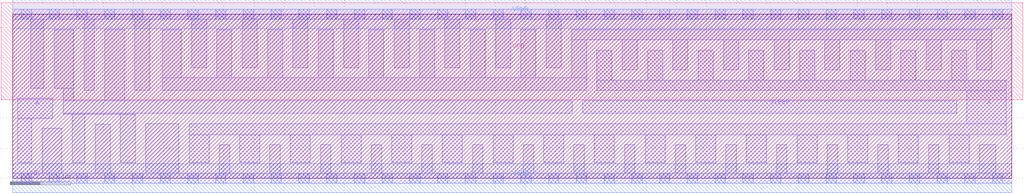
<source format=lef>
# Copyright 2020 The SkyWater PDK Authors
#
# Licensed under the Apache License, Version 2.0 (the "License");
# you may not use this file except in compliance with the License.
# You may obtain a copy of the License at
#
#     https://www.apache.org/licenses/LICENSE-2.0
#
# Unless required by applicable law or agreed to in writing, software
# distributed under the License is distributed on an "AS IS" BASIS,
# WITHOUT WARRANTIES OR CONDITIONS OF ANY KIND, either express or implied.
# See the License for the specific language governing permissions and
# limitations under the License.
#
# SPDX-License-Identifier: Apache-2.0

VERSION 5.7 ;

BUSBITCHARS "[]" ;
DIVIDERCHAR "/" ;

UNITS
  TIME NANOSECONDS 1 ;
  CAPACITANCE PICOFARADS 1 ;
  RESISTANCE OHMS 1 ;
  DATABASE MICRONS 1000 ;
END UNITS

MANUFACTURINGGRID 0.005 ;

PROPERTYDEFINITIONS
  LAYER LEF58_TYPE STRING ;
END PROPERTYDEFINITIONS

# High density, single height
SITE unithd
  SYMMETRY Y ;
  CLASS CORE ;
  SIZE 0.46 BY 2.72 ;
END unithd

# High density, double height
SITE unithddbl
  SYMMETRY Y ;
  CLASS CORE ;
  SIZE 0.46 BY 5.44 ;
END unithddbl

LAYER nwell
  TYPE MASTERSLICE ;
  PROPERTY LEF58_TYPE "TYPE NWELL ;" ;
END nwell

LAYER pwell
  TYPE MASTERSLICE ;
  PROPERTY LEF58_TYPE "TYPE PWELL ;" ;
END pwell

LAYER li1
  TYPE ROUTING ;
  DIRECTION VERTICAL ;

  PITCH 0.46 0.34 ;
  OFFSET 0.23 0.17 ;

  WIDTH 0.17 ;          # LI 1
  # SPACING  0.17 ;     # LI 2
  SPACINGTABLE
     PARALLELRUNLENGTH 0
     WIDTH 0 0.17 ;
  AREA 0.0561 ;         # LI 6
  THICKNESS 0.1 ;
  EDGECAPACITANCE 40.697E-6 ;
  CAPACITANCE CPERSQDIST 36.9866E-6 ;
  RESISTANCE RPERSQ 12.2 ;

  ANTENNAMODEL OXIDE1 ;
  ANTENNADIFFSIDEAREARATIO PWL ( ( 0 75 ) ( 0.0125 75 ) ( 0.0225 85.125 ) ( 22.5 10200 ) ) ;
END li1

LAYER mcon
  TYPE CUT ;

  WIDTH 0.17 ;                # Mcon 1
  SPACING 0.19 ;              # Mcon 2
  ENCLOSURE BELOW 0 0 ;       # Mcon 4
  ENCLOSURE ABOVE 0.03 0.06 ; # Met1 4 / Met1 5

  ANTENNADIFFAREARATIO PWL ( ( 0 3 ) ( 0.0125 3 ) ( 0.0225 3.405 ) ( 22.5 408 ) ) ;
  DCCURRENTDENSITY AVERAGE 0.36 ; # mA per via Iavg_max at Tj = 90oC

END mcon

LAYER met1
  TYPE ROUTING ;
  DIRECTION HORIZONTAL ;

  PITCH 0.34 ;
  OFFSET 0.17 ;

  WIDTH 0.14 ;                     # Met1 1
  # SPACING 0.14 ;                 # Met1 2
  # SPACING 0.28 RANGE 3.001 100 ; # Met1 3b
  SPACINGTABLE
     PARALLELRUNLENGTH 0
     WIDTH 0 0.14
     WIDTH 3 0.28 ;
  AREA 0.083 ;                     # Met1 6
  THICKNESS 0.35 ;

  ANTENNAMODEL OXIDE1 ;
  ANTENNADIFFSIDEAREARATIO PWL ( ( 0 400 ) ( 0.0125 400 ) ( 0.0225 2609 ) ( 22.5 11600 ) ) ;

  EDGECAPACITANCE 40.567E-6 ;
  CAPACITANCE CPERSQDIST 25.7784E-6 ;
  DCCURRENTDENSITY AVERAGE 2.8 ; # mA/um Iavg_max at Tj = 90oC
  ACCURRENTDENSITY RMS 6.1 ; # mA/um Irms_max at Tj = 90oC
  MAXIMUMDENSITY 70 ;
  DENSITYCHECKWINDOW 700 700 ;
  DENSITYCHECKSTEP 70 ;

  RESISTANCE RPERSQ 0.125 ;
END met1

LAYER via
  TYPE CUT ;
  WIDTH 0.15 ;                  # Via 1a
  SPACING 0.17 ;                # Via 2
  ENCLOSURE BELOW 0.055 0.085 ; # Via 4a / Via 5a
  ENCLOSURE ABOVE 0.055 0.085 ; # Met2 4 / Met2 5

  ANTENNADIFFAREARATIO PWL ( ( 0 6 ) ( 0.0125 6 ) ( 0.0225 6.81 ) ( 22.5 816 ) ) ;
  DCCURRENTDENSITY AVERAGE 0.29 ; # mA per via Iavg_max at Tj = 90oC
END via

LAYER met2
  TYPE ROUTING ;
  DIRECTION VERTICAL ;

  PITCH 0.46 ;
  OFFSET 0.23 ;

  WIDTH 0.14 ;                        # Met2 1
  # SPACING  0.14 ;                   # Met2 2
  # SPACING  0.28 RANGE 3.001 100 ;   # Met2 3b
  SPACINGTABLE
     PARALLELRUNLENGTH 0
     WIDTH 0 0.14
     WIDTH 3 0.28 ;
  AREA 0.0676 ;                       # Met2 6
  THICKNESS 0.35 ;

  EDGECAPACITANCE 37.759E-6 ;
  CAPACITANCE CPERSQDIST 16.9423E-6 ;
  RESISTANCE RPERSQ 0.125 ;
  DCCURRENTDENSITY AVERAGE 2.8 ; # mA/um Iavg_max at Tj = 90oC
  ACCURRENTDENSITY RMS 6.1 ; # mA/um Irms_max at Tj = 90oC

  ANTENNAMODEL OXIDE1 ;
  ANTENNADIFFSIDEAREARATIO PWL ( ( 0 400 ) ( 0.0125 400 ) ( 0.0225 2609 ) ( 22.5 11600 ) ) ;

  MAXIMUMDENSITY 70 ;
  DENSITYCHECKWINDOW 700 700 ;
  DENSITYCHECKSTEP 70 ;
END met2

# ******** Layer via2, type routing, number 44 **************
LAYER via2
  TYPE CUT ;
  WIDTH 0.2 ;                   # Via2 1
  SPACING 0.2 ;                 # Via2 2
  ENCLOSURE BELOW 0.04 0.085 ;  # Via2 4
  ENCLOSURE ABOVE 0.065 0.065 ; # Met3 4
  ANTENNADIFFAREARATIO PWL ( ( 0 6 ) ( 0.0125 6 ) ( 0.0225 6.81 ) ( 22.5 816 ) ) ;
  DCCURRENTDENSITY AVERAGE 0.48 ; # mA per via Iavg_max at Tj = 90oC
END via2

LAYER met3
  TYPE ROUTING ;
  DIRECTION HORIZONTAL ;

  PITCH 0.68 ;
  OFFSET 0.34 ;

  WIDTH 0.3 ;              # Met3 1
  # SPACING 0.3 ;          # Met3 2
  SPACINGTABLE
     PARALLELRUNLENGTH 0
     WIDTH 0 0.3
     WIDTH 3 0.4 ;
  AREA 0.24 ;              # Met3 6
  THICKNESS 0.8 ;

  EDGECAPACITANCE 40.989E-6 ;
  CAPACITANCE CPERSQDIST 12.3729E-6 ;
  RESISTANCE RPERSQ 0.047 ;
  DCCURRENTDENSITY AVERAGE 6.8 ; # mA/um Iavg_max at Tj = 90oC
  ACCURRENTDENSITY RMS 14.9 ; # mA/um Irms_max at Tj = 90oC

  ANTENNAMODEL OXIDE1 ;
  ANTENNADIFFSIDEAREARATIO PWL ( ( 0 400 ) ( 0.0125 400 ) ( 0.0225 2609 ) ( 22.5 11600 ) ) ;

  MAXIMUMDENSITY 70 ;
  DENSITYCHECKWINDOW 700 700 ;
  DENSITYCHECKSTEP 70 ;
END met3

LAYER via3
  TYPE CUT ;
  WIDTH 0.2 ;                   # Via3 1
  SPACING 0.2 ;                 # Via3 2
  ENCLOSURE BELOW 0.06 0.09 ;   # Via3 4 / Via3 5
  ENCLOSURE ABOVE 0.065 0.065 ; # Met4 3
  ANTENNADIFFAREARATIO PWL ( ( 0 6 ) ( 0.0125 6 ) ( 0.0225 6.81 ) ( 22.5 816 ) ) ;
  DCCURRENTDENSITY AVERAGE 0.48 ; # mA per via Iavg_max at Tj = 90oC
END via3

LAYER met4
  TYPE ROUTING ;
  DIRECTION VERTICAL ;

  PITCH 0.92 ;
  OFFSET 0.46 ;

  WIDTH 0.3 ;             # Met4 1
  # SPACING  0.3 ;             # Met4 2
  SPACINGTABLE
     PARALLELRUNLENGTH 0
     WIDTH 0 0.3
     WIDTH 3 0.4 ;
  AREA 0.24 ;            # Met4 4a

  THICKNESS 0.8 ;

  EDGECAPACITANCE 36.676E-6 ;
  CAPACITANCE CPERSQDIST 8.41537E-6 ;
  RESISTANCE RPERSQ 0.047 ;
  DCCURRENTDENSITY AVERAGE 6.8 ; # mA/um Iavg_max at Tj = 90oC
  ACCURRENTDENSITY RMS 14.9 ; # mA/um Irms_max at Tj = 90oC

  ANTENNAMODEL OXIDE1 ;
  ANTENNADIFFSIDEAREARATIO PWL ( ( 0 400 ) ( 0.0125 400 ) ( 0.0225 2609 ) ( 22.5 11600 ) ) ;

  MAXIMUMDENSITY 70 ;
  DENSITYCHECKWINDOW 700 700 ;
  DENSITYCHECKSTEP 70 ;
END met4

LAYER via4
  TYPE CUT ;

  WIDTH 0.8 ;                 # Via4 1
  SPACING 0.8 ;               # Via4 2
  ENCLOSURE BELOW 0.19 0.19 ; # Via4 4
  ENCLOSURE ABOVE 0.31 0.31 ; # Met5 3
  ANTENNADIFFAREARATIO PWL ( ( 0 6 ) ( 0.0125 6 ) ( 0.0225 6.81 ) ( 22.5 816 ) ) ;
  DCCURRENTDENSITY AVERAGE 2.49 ; # mA per via Iavg_max at Tj = 90oC
END via4

LAYER met5
  TYPE ROUTING ;
  DIRECTION HORIZONTAL ;

  PITCH 3.4 ;
  OFFSET 1.7 ;

  WIDTH 1.6 ;            # Met5 1
  #SPACING  1.6 ;        # Met5 2
  SPACINGTABLE
     PARALLELRUNLENGTH 0
     WIDTH 0 1.6 ;
  AREA 4 ;               # Met5 4

  THICKNESS 1.2 ;

  EDGECAPACITANCE 38.851E-6 ;
  CAPACITANCE CPERSQDIST 6.32063E-6 ;
  RESISTANCE RPERSQ 0.0285 ;
  DCCURRENTDENSITY AVERAGE 10.17 ; # mA/um Iavg_max at Tj = 90oC
  ACCURRENTDENSITY RMS 22.34 ; # mA/um Irms_max at Tj = 90oC

  ANTENNAMODEL OXIDE1 ;
  ANTENNADIFFSIDEAREARATIO PWL ( ( 0 400 ) ( 0.0125 400 ) ( 0.0225 2609 ) ( 22.5 11600 ) ) ;
END met5


### Routing via cells section   ###
# Plus via rule, metals are along the prefered direction
VIA L1M1_PR DEFAULT
  LAYER mcon ;
  RECT -0.085 -0.085 0.085 0.085 ;
  LAYER li1 ;
  RECT -0.085 -0.085 0.085 0.085 ;
  LAYER met1 ;
  RECT -0.145 -0.115 0.145 0.115 ;
END L1M1_PR

VIARULE L1M1_PR GENERATE
  LAYER li1 ;
  ENCLOSURE 0 0 ;
  LAYER met1 ;
  ENCLOSURE 0.06 0.03 ;
  LAYER mcon ;
  RECT -0.085 -0.085 0.085 0.085 ;
  SPACING 0.36 BY 0.36 ;
END L1M1_PR

# Plus via rule, metals are along the non prefered direction
VIA L1M1_PR_R DEFAULT
  LAYER mcon ;
  RECT -0.085 -0.085 0.085 0.085 ;
  LAYER li1 ;
  RECT -0.085 -0.085 0.085 0.085 ;
  LAYER met1 ;
  RECT -0.115 -0.145 0.115 0.145 ;
END L1M1_PR_R

VIARULE L1M1_PR_R GENERATE
  LAYER li1 ;
  ENCLOSURE 0 0 ;
  LAYER met1 ;
  ENCLOSURE 0.03 0.06 ;
  LAYER mcon ;
  RECT -0.085 -0.085 0.085 0.085 ;
  SPACING 0.36 BY 0.36 ;
END L1M1_PR_R

# Minus via rule, lower layer metal is along prefered direction
VIA L1M1_PR_M DEFAULT
  LAYER mcon ;
  RECT -0.085 -0.085 0.085 0.085 ;
  LAYER li1 ;
  RECT -0.085 -0.085 0.085 0.085 ;
  LAYER met1 ;
  RECT -0.115 -0.145 0.115 0.145 ;
END L1M1_PR_M

VIARULE L1M1_PR_M GENERATE
  LAYER li1 ;
  ENCLOSURE 0 0 ;
  LAYER met1 ;
  ENCLOSURE 0.03 0.06 ;
  LAYER mcon ;
  RECT -0.085 -0.085 0.085 0.085 ;
  SPACING 0.36 BY 0.36 ;
END L1M1_PR_M

# Minus via rule, upper layer metal is along prefered direction
VIA L1M1_PR_MR DEFAULT
  LAYER mcon ;
  RECT -0.085 -0.085 0.085 0.085 ;
  LAYER li1 ;
  RECT -0.085 -0.085 0.085 0.085 ;
  LAYER met1 ;
  RECT -0.145 -0.115 0.145 0.115 ;
END L1M1_PR_MR

VIARULE L1M1_PR_MR GENERATE
  LAYER li1 ;
  ENCLOSURE 0 0 ;
  LAYER met1 ;
  ENCLOSURE 0.06 0.03 ;
  LAYER mcon ;
  RECT -0.085 -0.085 0.085 0.085 ;
  SPACING 0.36 BY 0.36 ;
END L1M1_PR_MR

# Centered via rule, we really do not want to use it
VIA L1M1_PR_C DEFAULT
  LAYER mcon ;
  RECT -0.085 -0.085 0.085 0.085 ;
  LAYER li1 ;
  RECT -0.085 -0.085 0.085 0.085 ;
  LAYER met1 ;
  RECT -0.145 -0.145 0.145 0.145 ;
END L1M1_PR_C

VIARULE L1M1_PR_C GENERATE
  LAYER li1 ;
  ENCLOSURE 0 0 ;
  LAYER met1 ;
  ENCLOSURE 0.06 0.06 ;
  LAYER mcon ;
  RECT -0.085 -0.085 0.085 0.085 ;
  SPACING 0.36 BY 0.36 ;
END L1M1_PR_C

# Plus via rule, metals are along the prefered direction
VIA M1M2_PR DEFAULT
  LAYER via ;
  RECT -0.075 -0.075 0.075 0.075 ;
  LAYER met1 ;
  RECT -0.16 -0.13 0.16 0.13 ;
  LAYER met2 ;
  RECT -0.13 -0.16 0.13 0.16 ;
END M1M2_PR

VIARULE M1M2_PR GENERATE
  LAYER met1 ;
  ENCLOSURE 0.085 0.055 ;
  LAYER met2 ;
  ENCLOSURE 0.055 0.085 ;
  LAYER via ;
  RECT -0.075 -0.075 0.075 0.075 ;
  SPACING 0.32 BY 0.32 ;
END M1M2_PR

# Plus via rule, metals are along the non prefered direction
VIA M1M2_PR_R DEFAULT
  LAYER via ;
  RECT -0.075 -0.075 0.075 0.075 ;
  LAYER met1 ;
  RECT -0.13 -0.16 0.13 0.16 ;
  LAYER met2 ;
  RECT -0.16 -0.13 0.16 0.13 ;
END M1M2_PR_R

VIARULE M1M2_PR_R GENERATE
  LAYER met1 ;
  ENCLOSURE 0.055 0.085 ;
  LAYER met2 ;
  ENCLOSURE 0.085 0.055 ;
  LAYER via ;
  RECT -0.075 -0.075 0.075 0.075 ;
  SPACING 0.32 BY 0.32 ;
END M1M2_PR_R

# Minus via rule, lower layer metal is along prefered direction
VIA M1M2_PR_M DEFAULT
  LAYER via ;
  RECT -0.075 -0.075 0.075 0.075 ;
  LAYER met1 ;
  RECT -0.16 -0.13 0.16 0.13 ;
  LAYER met2 ;
  RECT -0.16 -0.13 0.16 0.13 ;
END M1M2_PR_M

VIARULE M1M2_PR_M GENERATE
  LAYER met1 ;
  ENCLOSURE 0.085 0.055 ;
  LAYER met2 ;
  ENCLOSURE 0.085 0.055 ;
  LAYER via ;
  RECT -0.075 -0.075 0.075 0.075 ;
  SPACING 0.32 BY 0.32 ;
END M1M2_PR_M

# Minus via rule, upper layer metal is along prefered direction
VIA M1M2_PR_MR DEFAULT
  LAYER via ;
  RECT -0.075 -0.075 0.075 0.075 ;
  LAYER met1 ;
  RECT -0.13 -0.16 0.13 0.16 ;
  LAYER met2 ;
  RECT -0.13 -0.16 0.13 0.16 ;
END M1M2_PR_MR

VIARULE M1M2_PR_MR GENERATE
  LAYER met1 ;
  ENCLOSURE 0.055 0.085 ;
  LAYER met2 ;
  ENCLOSURE 0.055 0.085 ;
  LAYER via ;
  RECT -0.075 -0.075 0.075 0.075 ;
  SPACING 0.32 BY 0.32 ;
END M1M2_PR_MR

# Centered via rule, we really do not want to use it
VIA M1M2_PR_C DEFAULT
  LAYER via ;
  RECT -0.075 -0.075 0.075 0.075 ;
  LAYER met1 ;
  RECT -0.16 -0.16 0.16 0.16 ;
  LAYER met2 ;
  RECT -0.16 -0.16 0.16 0.16 ;
END M1M2_PR_C

VIARULE M1M2_PR_C GENERATE
  LAYER met1 ;
  ENCLOSURE 0.085 0.085 ;
  LAYER met2 ;
  ENCLOSURE 0.085 0.085 ;
  LAYER via ;
  RECT -0.075 -0.075 0.075 0.075 ;
  SPACING 0.32 BY 0.32 ;
END M1M2_PR_C

# Plus via rule, metals are along the prefered direction
VIA M2M3_PR DEFAULT
  LAYER via2 ;
  RECT -0.1 -0.1 0.1 0.1 ;
  LAYER met2 ;
  RECT -0.14 -0.185 0.14 0.185 ;
  LAYER met3 ;
  RECT -0.165 -0.165 0.165 0.165 ;
END M2M3_PR

VIARULE M2M3_PR GENERATE
  LAYER met2 ;
  ENCLOSURE 0.04 0.085 ;
  LAYER met3 ;
  ENCLOSURE 0.065 0.065 ;
  LAYER via2 ;
  RECT -0.1 -0.1 0.1 0.1 ;
  SPACING 0.4 BY 0.4 ;
END M2M3_PR

# Plus via rule, metals are along the non prefered direction
VIA M2M3_PR_R DEFAULT
  LAYER via2 ;
  RECT -0.1 -0.1 0.1 0.1 ;
  LAYER met2 ;
  RECT -0.185 -0.14 0.185 0.14 ;
  LAYER met3 ;
  RECT -0.165 -0.165 0.165 0.165 ;
END M2M3_PR_R

VIARULE M2M3_PR_R GENERATE
  LAYER met2 ;
  ENCLOSURE 0.085 0.04 ;
  LAYER met3 ;
  ENCLOSURE 0.065 0.065 ;
  LAYER via2 ;
  RECT -0.1 -0.1 0.1 0.1 ;
  SPACING 0.4 BY 0.4 ;
END M2M3_PR_R

# Minus via rule, lower layer metal is along prefered direction
VIA M2M3_PR_M DEFAULT
  LAYER via2 ;
  RECT -0.1 -0.1 0.1 0.1 ;
  LAYER met2 ;
  RECT -0.14 -0.185 0.14 0.185 ;
  LAYER met3 ;
  RECT -0.165 -0.165 0.165 0.165 ;
END M2M3_PR_M

VIARULE M2M3_PR_M GENERATE
  LAYER met2 ;
  ENCLOSURE 0.04 0.085 ;
  LAYER met3 ;
  ENCLOSURE 0.065 0.065 ;
  LAYER via2 ;
  RECT -0.1 -0.1 0.1 0.1 ;
  SPACING 0.4 BY 0.4 ;
END M2M3_PR_M

# Minus via rule, upper layer metal is along prefered direction
VIA M2M3_PR_MR DEFAULT
  LAYER via2 ;
  RECT -0.1 -0.1 0.1 0.1 ;
  LAYER met2 ;
  RECT -0.185 -0.14 0.185 0.14 ;
  LAYER met3 ;
  RECT -0.165 -0.165 0.165 0.165 ;
END M2M3_PR_MR

VIARULE M2M3_PR_MR GENERATE
  LAYER met2 ;
  ENCLOSURE 0.085 0.04 ;
  LAYER met3 ;
  ENCLOSURE 0.065 0.065 ;
  LAYER via2 ;
  RECT -0.1 -0.1 0.1 0.1 ;
  SPACING 0.4 BY 0.4 ;
END M2M3_PR_MR

# Centered via rule, we really do not want to use it
VIA M2M3_PR_C DEFAULT
  LAYER via2 ;
  RECT -0.1 -0.1 0.1 0.1 ;
  LAYER met2 ;
  RECT -0.185 -0.185 0.185 0.185 ;
  LAYER met3 ;
  RECT -0.165 -0.165 0.165 0.165 ;
END M2M3_PR_C

VIARULE M2M3_PR_C GENERATE
  LAYER met2 ;
  ENCLOSURE 0.085 0.085 ;
  LAYER met3 ;
  ENCLOSURE 0.065 0.065 ;
  LAYER via2 ;
  RECT -0.1 -0.1 0.1 0.1 ;
  SPACING 0.4 BY 0.4 ;
END M2M3_PR_C

# Plus via rule, metals are along the prefered direction
VIA M3M4_PR DEFAULT
  LAYER via3 ;
  RECT -0.1 -0.1 0.1 0.1 ;
  LAYER met3 ;
  RECT -0.19 -0.16 0.19 0.16 ;
  LAYER met4 ;
  RECT -0.165 -0.165 0.165 0.165 ;
END M3M4_PR

VIARULE M3M4_PR GENERATE
  LAYER met3 ;
  ENCLOSURE 0.09 0.06 ;
  LAYER met4 ;
  ENCLOSURE 0.065 0.065 ;
  LAYER via3 ;
  RECT -0.1 -0.1 0.1 0.1 ;
  SPACING 0.4 BY 0.4 ;
END M3M4_PR

# Plus via rule, metals are along the non prefered direction
VIA M3M4_PR_R DEFAULT
  LAYER via3 ;
  RECT -0.1 -0.1 0.1 0.1 ;
  LAYER met3 ;
  RECT -0.16 -0.19 0.16 0.19 ;
  LAYER met4 ;
  RECT -0.165 -0.165 0.165 0.165 ;
END M3M4_PR_R

VIARULE M3M4_PR_R GENERATE
  LAYER met3 ;
  ENCLOSURE 0.06 0.09 ;
  LAYER met4 ;
  ENCLOSURE 0.065 0.065 ;
  LAYER via3 ;
  RECT -0.1 -0.1 0.1 0.1 ;
  SPACING 0.4 BY 0.4 ;
END M3M4_PR_R

# Minus via rule, lower layer metal is along prefered direction
VIA M3M4_PR_M DEFAULT
  LAYER via3 ;
  RECT -0.1 -0.1 0.1 0.1 ;
  LAYER met3 ;
  RECT -0.19 -0.16 0.19 0.16 ;
  LAYER met4 ;
  RECT -0.165 -0.165 0.165 0.165 ;
END M3M4_PR_M

VIARULE M3M4_PR_M GENERATE
  LAYER met3 ;
  ENCLOSURE 0.09 0.06 ;
  LAYER met4 ;
  ENCLOSURE 0.065 0.065 ;
  LAYER via3 ;
  RECT -0.1 -0.1 0.1 0.1 ;
  SPACING 0.4 BY 0.4 ;
END M3M4_PR_M

# Minus via rule, upper layer metal is along prefered direction
VIA M3M4_PR_MR DEFAULT
  LAYER via3 ;
  RECT -0.1 -0.1 0.1 0.1 ;
  LAYER met3 ;
  RECT -0.16 -0.19 0.16 0.19 ;
  LAYER met4 ;
  RECT -0.165 -0.165 0.165 0.165 ;
END M3M4_PR_MR

VIARULE M3M4_PR_MR GENERATE
  LAYER met3 ;
  ENCLOSURE 0.06 0.09 ;
  LAYER met4 ;
  ENCLOSURE 0.065 0.065 ;
  LAYER via3 ;
  RECT -0.1 -0.1 0.1 0.1 ;
  SPACING 0.4 BY 0.4 ;
END M3M4_PR_MR

# Centered via rule, we really do not want to use it
VIA M3M4_PR_C DEFAULT
  LAYER via3 ;
  RECT -0.1 -0.1 0.1 0.1 ;
  LAYER met3 ;
  RECT -0.19 -0.19 0.19 0.19 ;
  LAYER met4 ;
  RECT -0.165 -0.165 0.165 0.165 ;
END M3M4_PR_C

VIARULE M3M4_PR_C GENERATE
  LAYER met3 ;
  ENCLOSURE 0.09 0.09 ;
  LAYER met4 ;
  ENCLOSURE 0.065 0.065 ;
  LAYER via3 ;
  RECT -0.1 -0.1 0.1 0.1 ;
  SPACING 0.4 BY 0.4 ;
END M3M4_PR_C

# Plus via rule, metals are along the prefered direction
VIA M4M5_PR DEFAULT
  LAYER via4 ;
  RECT -0.4 -0.4 0.4 0.4 ;
  LAYER met4 ;
  RECT -0.59 -0.59 0.59 0.59 ;
  LAYER met5 ;
  RECT -0.71 -0.71 0.71 0.71 ;
END M4M5_PR

VIARULE M4M5_PR GENERATE
  LAYER met4 ;
  ENCLOSURE 0.19 0.19 ;
  LAYER met5 ;
  ENCLOSURE 0.31 0.31 ;
  LAYER via4 ;
  RECT -0.4 -0.4 0.4 0.4 ;
  SPACING 1.6 BY 1.6 ;
END M4M5_PR

# Plus via rule, metals are along the non prefered direction
VIA M4M5_PR_R DEFAULT
  LAYER via4 ;
  RECT -0.4 -0.4 0.4 0.4 ;
  LAYER met4 ;
  RECT -0.59 -0.59 0.59 0.59 ;
  LAYER met5 ;
  RECT -0.71 -0.71 0.71 0.71 ;
END M4M5_PR_R

VIARULE M4M5_PR_R GENERATE
  LAYER met4 ;
  ENCLOSURE 0.19 0.19 ;
  LAYER met5 ;
  ENCLOSURE 0.31 0.31 ;
  LAYER via4 ;
  RECT -0.4 -0.4 0.4 0.4 ;
  SPACING 1.6 BY 1.6 ;
END M4M5_PR_R

# Minus via rule, lower layer metal is along prefered direction
VIA M4M5_PR_M DEFAULT
  LAYER via4 ;
  RECT -0.4 -0.4 0.4 0.4 ;
  LAYER met4 ;
  RECT -0.59 -0.59 0.59 0.59 ;
  LAYER met5 ;
  RECT -0.71 -0.71 0.71 0.71 ;
END M4M5_PR_M

VIARULE M4M5_PR_M GENERATE
  LAYER met4 ;
  ENCLOSURE 0.19 0.19 ;
  LAYER met5 ;
  ENCLOSURE 0.31 0.31 ;
  LAYER via4 ;
  RECT -0.4 -0.4 0.4 0.4 ;
  SPACING 1.6 BY 1.6 ;
END M4M5_PR_M

# Minus via rule, upper layer metal is along prefered direction
VIA M4M5_PR_MR DEFAULT
  LAYER via4 ;
  RECT -0.4 -0.4 0.4 0.4 ;
  LAYER met4 ;
  RECT -0.59 -0.59 0.59 0.59 ;
  LAYER met5 ;
  RECT -0.71 -0.71 0.71 0.71 ;
END M4M5_PR_MR

VIARULE M4M5_PR_MR GENERATE
  LAYER met4 ;
  ENCLOSURE 0.19 0.19 ;
  LAYER met5 ;
  ENCLOSURE 0.31 0.31 ;
  LAYER via4 ;
  RECT -0.4 -0.4 0.4 0.4 ;
  SPACING 1.6 BY 1.6 ;
END M4M5_PR_MR

# Centered via rule, we really do not want to use it
VIA M4M5_PR_C DEFAULT
  LAYER via4 ;
  RECT -0.4 -0.4 0.4 0.4 ;
  LAYER met4 ;
  RECT -0.59 -0.59 0.59 0.59 ;
  LAYER met5 ;
  RECT -0.71 -0.71 0.71 0.71 ;
END M4M5_PR_C

VIARULE M4M5_PR_C GENERATE
  LAYER met4 ;
  ENCLOSURE 0.19 0.19 ;
  LAYER met5 ;
  ENCLOSURE 0.31 0.31 ;
  LAYER via4 ;
  RECT -0.4 -0.4 0.4 0.4 ;
  SPACING 1.6 BY 1.6 ;
END M4M5_PR_C
###  end of single via cells   ###


MACRO sky130_ef_sc_hd__fakediode_2
  CLASS CORE SPACER ;
  FOREIGN sky130_ef_sc_hd__fakediode_2 ;
  ORIGIN 0.000 0.000 ;
  SIZE 0.920 BY 2.720 ;
  PIN DIODE
    PORT
      LAYER li1 ;
        RECT 0.085 0.255 0.835 2.465 ;
    END
  END DIODE
  PIN VGND
    USE GROUND ;
    PORT
      LAYER li1 ;
        RECT 0.000 -0.085 0.920 0.085 ;
      LAYER mcon ;
        RECT 0.145 -0.085 0.315 0.085 ;
        RECT 0.605 -0.085 0.775 0.085 ;
      LAYER met1 ;
        RECT 0.000 -0.240 0.920 0.240 ;
    END
  END VGND
  PIN VPWR
    USE POWER ;
    PORT
      LAYER li1 ;
        RECT 0.000 2.635 0.920 2.805 ;
      LAYER mcon ;
        RECT 0.145 2.635 0.315 2.805 ;
        RECT 0.605 2.635 0.775 2.805 ;
      LAYER met1 ;
        RECT 0.000 2.480 0.920 2.960 ;
    END
  END VPWR
  PIN VPB
    PORT
      LAYER nwell ;
        RECT -0.190 1.305 1.110 2.910 ;
    END
  END VPB
  PIN VNB
    PORT
      LAYER pwell ;
        RECT 0.145 -0.085 0.315 0.085 ;
    END
  END VNB
END sky130_ef_sc_hd__fakediode_2
MACRO sky130_fd_sc_hd__a2111o_1
  CLASS CORE ;
  FOREIGN sky130_fd_sc_hd__a2111o_1 ;
  ORIGIN  0.000000  0.000000 ;
  SIZE  4.140000 BY  2.720000 ;
  SYMMETRY X Y R90 ;
  SITE unithd ;
  PIN A1
    ANTENNAGATEAREA  0.247500 ;
    DIRECTION INPUT ;
    USE SIGNAL ;
    PORT
      LAYER li1 ;
        RECT 2.905000 0.995000 3.290000 1.325000 ;
        RECT 2.985000 0.285000 3.540000 0.845000 ;
        RECT 2.985000 0.845000 3.290000 0.995000 ;
    END
  END A1
  PIN A2
    ANTENNAGATEAREA  0.247500 ;
    DIRECTION INPUT ;
    USE SIGNAL ;
    PORT
      LAYER li1 ;
        RECT 3.510000 1.025000 4.010000 1.290000 ;
    END
  END A2
  PIN B1
    ANTENNAGATEAREA  0.247500 ;
    DIRECTION INPUT ;
    USE SIGNAL ;
    PORT
      LAYER li1 ;
        RECT 2.400000 0.995000 2.680000 2.465000 ;
    END
  END B1
  PIN C1
    ANTENNAGATEAREA  0.247500 ;
    DIRECTION INPUT ;
    USE SIGNAL ;
    PORT
      LAYER li1 ;
        RECT 1.890000 1.050000 2.220000 2.465000 ;
    END
  END C1
  PIN D1
    ANTENNAGATEAREA  0.247500 ;
    DIRECTION INPUT ;
    USE SIGNAL ;
    PORT
      LAYER li1 ;
        RECT 1.290000 1.050000 1.720000 1.290000 ;
        RECT 1.515000 1.290000 1.720000 2.465000 ;
    END
  END D1
  PIN X
    ANTENNADIFFAREA  0.504500 ;
    DIRECTION OUTPUT ;
    USE SIGNAL ;
    PORT
      LAYER li1 ;
        RECT 0.135000 0.255000 0.465000 1.620000 ;
        RECT 0.135000 1.620000 0.390000 2.460000 ;
    END
  END X
  PIN VGND
    DIRECTION INOUT ;
    SHAPE ABUTMENT ;
    USE GROUND ;
    PORT
      LAYER met1 ;
        RECT 0.000000 -0.240000 4.140000 0.240000 ;
    END
  END VGND
  PIN VNB
    DIRECTION INOUT ;
    USE GROUND ;
    PORT
      LAYER pwell ;
        RECT 0.145000 -0.085000 0.315000 0.085000 ;
    END
    PORT
      LAYER pwell ;
        RECT 1.975000 -0.065000 2.145000 0.105000 ;
    END
  END VNB
  PIN VPB
    DIRECTION INOUT ;
    USE POWER ;
    PORT
      LAYER nwell ;
        RECT -0.190000 1.305000 4.330000 2.910000 ;
    END
  END VPB
  PIN VPWR
    DIRECTION INOUT ;
    SHAPE ABUTMENT ;
    USE POWER ;
    PORT
      LAYER met1 ;
        RECT 0.000000 2.480000 4.140000 2.960000 ;
    END
  END VPWR
  OBS
    LAYER li1 ;
      RECT 0.000000 -0.085000 4.140000 0.085000 ;
      RECT 0.000000  2.635000 4.140000 2.805000 ;
      RECT 0.565000  1.815000 0.895000 2.635000 ;
      RECT 0.635000  0.085000 1.310000 0.470000 ;
      RECT 0.695000  0.650000 1.915000 0.655000 ;
      RECT 0.695000  0.655000 2.805000 0.825000 ;
      RECT 0.695000  0.825000 0.915000 1.465000 ;
      RECT 0.695000  1.465000 1.345000 1.645000 ;
      RECT 1.135000  1.645000 1.345000 2.460000 ;
      RECT 1.585000  0.260000 1.915000 0.650000 ;
      RECT 2.085000  0.085000 2.430000 0.485000 ;
      RECT 2.600000  0.260000 2.805000 0.655000 ;
      RECT 2.860000  1.495000 3.990000 1.665000 ;
      RECT 2.860000  1.665000 3.145000 2.460000 ;
      RECT 3.325000  1.835000 3.540000 2.635000 ;
      RECT 3.715000  0.085000 3.955000 0.760000 ;
      RECT 3.720000  1.665000 3.990000 2.460000 ;
    LAYER mcon ;
      RECT 0.145000 -0.085000 0.315000 0.085000 ;
      RECT 0.145000  2.635000 0.315000 2.805000 ;
      RECT 0.605000 -0.085000 0.775000 0.085000 ;
      RECT 0.605000  2.635000 0.775000 2.805000 ;
      RECT 1.065000 -0.085000 1.235000 0.085000 ;
      RECT 1.065000  2.635000 1.235000 2.805000 ;
      RECT 1.525000 -0.085000 1.695000 0.085000 ;
      RECT 1.525000  2.635000 1.695000 2.805000 ;
      RECT 1.985000 -0.085000 2.155000 0.085000 ;
      RECT 1.985000  2.635000 2.155000 2.805000 ;
      RECT 2.445000 -0.085000 2.615000 0.085000 ;
      RECT 2.445000  2.635000 2.615000 2.805000 ;
      RECT 2.905000 -0.085000 3.075000 0.085000 ;
      RECT 2.905000  2.635000 3.075000 2.805000 ;
      RECT 3.365000 -0.085000 3.535000 0.085000 ;
      RECT 3.365000  2.635000 3.535000 2.805000 ;
      RECT 3.825000 -0.085000 3.995000 0.085000 ;
      RECT 3.825000  2.635000 3.995000 2.805000 ;
  END
END sky130_fd_sc_hd__a2111o_1
MACRO sky130_fd_sc_hd__a2111o_2
  CLASS CORE ;
  FOREIGN sky130_fd_sc_hd__a2111o_2 ;
  ORIGIN  0.000000  0.000000 ;
  SIZE  4.600000 BY  2.720000 ;
  SYMMETRY X Y R90 ;
  SITE unithd ;
  PIN A1
    ANTENNAGATEAREA  0.247500 ;
    DIRECTION INPUT ;
    USE SIGNAL ;
    PORT
      LAYER li1 ;
        RECT 3.365000 0.955000 3.775000 1.740000 ;
        RECT 3.505000 0.290000 3.995000 0.825000 ;
        RECT 3.505000 0.825000 3.775000 0.955000 ;
    END
  END A1
  PIN A2
    ANTENNAGATEAREA  0.247500 ;
    DIRECTION INPUT ;
    USE SIGNAL ;
    PORT
      LAYER li1 ;
        RECT 3.945000 0.995000 4.515000 1.740000 ;
    END
  END A2
  PIN B1
    ANTENNAGATEAREA  0.247500 ;
    DIRECTION INPUT ;
    USE SIGNAL ;
    PORT
      LAYER li1 ;
        RECT 2.905000 0.995000 3.195000 1.740000 ;
    END
  END B1
  PIN C1
    ANTENNAGATEAREA  0.247500 ;
    DIRECTION INPUT ;
    USE SIGNAL ;
    PORT
      LAYER li1 ;
        RECT 2.425000 0.995000 2.735000 2.355000 ;
    END
  END C1
  PIN D1
    ANTENNAGATEAREA  0.247500 ;
    DIRECTION INPUT ;
    USE SIGNAL ;
    PORT
      LAYER li1 ;
        RECT 1.885000 0.995000 2.255000 1.325000 ;
        RECT 1.960000 1.325000 2.255000 2.355000 ;
    END
  END D1
  PIN X
    ANTENNADIFFAREA  0.462000 ;
    DIRECTION OUTPUT ;
    USE SIGNAL ;
    PORT
      LAYER li1 ;
        RECT 0.605000 0.255000 0.895000 2.390000 ;
    END
  END X
  PIN VGND
    DIRECTION INOUT ;
    SHAPE ABUTMENT ;
    USE GROUND ;
    PORT
      LAYER met1 ;
        RECT 0.000000 -0.240000 4.600000 0.240000 ;
    END
  END VGND
  PIN VNB
    DIRECTION INOUT ;
    USE GROUND ;
    PORT
      LAYER pwell ;
        RECT 0.145000 -0.085000 0.315000 0.085000 ;
    END
  END VNB
  PIN VPB
    DIRECTION INOUT ;
    USE POWER ;
    PORT
      LAYER nwell ;
        RECT -0.190000 1.305000 4.790000 2.910000 ;
    END
  END VPB
  PIN VPWR
    DIRECTION INOUT ;
    SHAPE ABUTMENT ;
    USE POWER ;
    PORT
      LAYER met1 ;
        RECT 0.000000 2.480000 4.600000 2.960000 ;
    END
  END VPWR
  OBS
    LAYER li1 ;
      RECT 0.000000 -0.085000 4.600000 0.085000 ;
      RECT 0.000000  2.635000 4.600000 2.805000 ;
      RECT 0.085000  0.085000 0.435000 0.885000 ;
      RECT 0.085000  1.635000 0.435000 2.635000 ;
      RECT 1.065000  0.085000 2.010000 0.445000 ;
      RECT 1.065000  0.445000 1.325000 0.865000 ;
      RECT 1.065000  1.075000 1.705000 1.325000 ;
      RECT 1.065000  1.495000 1.315000 2.635000 ;
      RECT 1.495000  0.615000 3.335000 0.785000 ;
      RECT 1.495000  0.785000 1.705000 1.075000 ;
      RECT 1.495000  1.325000 1.705000 1.495000 ;
      RECT 1.495000  1.495000 1.785000 2.465000 ;
      RECT 2.180000  0.255000 2.420000 0.615000 ;
      RECT 2.590000  0.085000 2.920000 0.445000 ;
      RECT 3.070000  1.915000 4.515000 2.085000 ;
      RECT 3.070000  2.085000 3.400000 2.465000 ;
      RECT 3.090000  0.255000 3.335000 0.615000 ;
      RECT 3.590000  2.255000 3.920000 2.635000 ;
      RECT 4.090000  2.085000 4.515000 2.465000 ;
      RECT 4.165000  0.085000 4.515000 0.805000 ;
    LAYER mcon ;
      RECT 0.145000 -0.085000 0.315000 0.085000 ;
      RECT 0.145000  2.635000 0.315000 2.805000 ;
      RECT 0.605000 -0.085000 0.775000 0.085000 ;
      RECT 0.605000  2.635000 0.775000 2.805000 ;
      RECT 1.065000 -0.085000 1.235000 0.085000 ;
      RECT 1.065000  2.635000 1.235000 2.805000 ;
      RECT 1.525000 -0.085000 1.695000 0.085000 ;
      RECT 1.525000  2.635000 1.695000 2.805000 ;
      RECT 1.985000 -0.085000 2.155000 0.085000 ;
      RECT 1.985000  2.635000 2.155000 2.805000 ;
      RECT 2.445000 -0.085000 2.615000 0.085000 ;
      RECT 2.445000  2.635000 2.615000 2.805000 ;
      RECT 2.905000 -0.085000 3.075000 0.085000 ;
      RECT 2.905000  2.635000 3.075000 2.805000 ;
      RECT 3.365000 -0.085000 3.535000 0.085000 ;
      RECT 3.365000  2.635000 3.535000 2.805000 ;
      RECT 3.825000 -0.085000 3.995000 0.085000 ;
      RECT 3.825000  2.635000 3.995000 2.805000 ;
      RECT 4.285000 -0.085000 4.455000 0.085000 ;
      RECT 4.285000  2.635000 4.455000 2.805000 ;
  END
END sky130_fd_sc_hd__a2111o_2
MACRO sky130_fd_sc_hd__a2111o_4
  CLASS CORE ;
  FOREIGN sky130_fd_sc_hd__a2111o_4 ;
  ORIGIN  0.000000  0.000000 ;
  SIZE  7.820000 BY  2.720000 ;
  SYMMETRY X Y R90 ;
  SITE unithd ;
  PIN A1
    ANTENNAGATEAREA  0.495000 ;
    DIRECTION INPUT ;
    USE SIGNAL ;
    PORT
      LAYER li1 ;
        RECT 3.825000 1.075000 4.495000 1.275000 ;
    END
  END A1
  PIN A2
    ANTENNAGATEAREA  0.495000 ;
    DIRECTION INPUT ;
    USE SIGNAL ;
    PORT
      LAYER li1 ;
        RECT 4.675000 1.075000 5.625000 1.275000 ;
    END
  END A2
  PIN B1
    ANTENNAGATEAREA  0.495000 ;
    DIRECTION INPUT ;
    USE SIGNAL ;
    PORT
      LAYER li1 ;
        RECT 2.450000 0.975000 3.255000 1.285000 ;
    END
  END B1
  PIN C1
    ANTENNAGATEAREA  0.495000 ;
    DIRECTION INPUT ;
    USE SIGNAL ;
    PORT
      LAYER li1 ;
        RECT 1.040000 0.975000 2.280000 1.285000 ;
    END
  END C1
  PIN D1
    ANTENNAGATEAREA  0.495000 ;
    DIRECTION INPUT ;
    USE SIGNAL ;
    PORT
      LAYER li1 ;
        RECT 0.085000 0.975000 0.370000 1.625000 ;
    END
  END D1
  PIN X
    ANTENNADIFFAREA  0.924000 ;
    DIRECTION OUTPUT ;
    USE SIGNAL ;
    PORT
      LAYER li1 ;
        RECT 6.165000 0.255000 6.355000 0.635000 ;
        RECT 6.165000 0.635000 7.735000 0.805000 ;
        RECT 6.165000 1.465000 7.735000 1.635000 ;
        RECT 6.165000 1.635000 7.215000 1.715000 ;
        RECT 6.165000 1.715000 6.355000 2.465000 ;
        RECT 7.025000 0.255000 7.215000 0.635000 ;
        RECT 7.025000 1.715000 7.215000 2.465000 ;
        RECT 7.490000 0.805000 7.735000 1.465000 ;
    END
  END X
  PIN VGND
    DIRECTION INOUT ;
    SHAPE ABUTMENT ;
    USE GROUND ;
    PORT
      LAYER met1 ;
        RECT 0.000000 -0.240000 7.820000 0.240000 ;
    END
  END VGND
  PIN VNB
    DIRECTION INOUT ;
    USE GROUND ;
    PORT
      LAYER pwell ;
        RECT 0.145000 -0.085000 0.315000 0.085000 ;
    END
  END VNB
  PIN VPB
    DIRECTION INOUT ;
    USE POWER ;
    PORT
      LAYER nwell ;
        RECT -0.190000 1.305000 8.010000 2.910000 ;
    END
  END VPB
  PIN VPWR
    DIRECTION INOUT ;
    SHAPE ABUTMENT ;
    USE POWER ;
    PORT
      LAYER met1 ;
        RECT 0.000000 2.480000 7.820000 2.960000 ;
    END
  END VPWR
  OBS
    LAYER li1 ;
      RECT 0.000000 -0.085000 7.820000 0.085000 ;
      RECT 0.000000  2.635000 7.820000 2.805000 ;
      RECT 0.110000  1.795000 0.370000 2.295000 ;
      RECT 0.110000  2.295000 2.160000 2.465000 ;
      RECT 0.180000  0.255000 0.440000 0.635000 ;
      RECT 0.180000  0.635000 3.655000 0.805000 ;
      RECT 0.540000  0.805000 0.870000 2.125000 ;
      RECT 0.610000  0.085000 0.940000 0.465000 ;
      RECT 1.040000  1.455000 1.230000 2.295000 ;
      RECT 1.110000  0.255000 1.340000 0.615000 ;
      RECT 1.110000  0.615000 3.655000 0.635000 ;
      RECT 1.400000  1.455000 3.100000 1.625000 ;
      RECT 1.400000  1.625000 1.730000 2.125000 ;
      RECT 1.510000  0.085000 1.840000 0.445000 ;
      RECT 1.900000  1.795000 2.160000 2.295000 ;
      RECT 2.015000  0.255000 2.240000 0.615000 ;
      RECT 2.340000  1.795000 2.675000 2.295000 ;
      RECT 2.340000  2.295000 3.650000 2.465000 ;
      RECT 2.420000  0.085000 3.295000 0.445000 ;
      RECT 2.845000  1.625000 3.100000 2.125000 ;
      RECT 3.320000  1.795000 5.495000 1.995000 ;
      RECT 3.320000  1.995000 3.650000 2.295000 ;
      RECT 3.465000  0.255000 4.585000 0.445000 ;
      RECT 3.465000  0.445000 3.655000 0.615000 ;
      RECT 3.465000  0.805000 3.655000 1.445000 ;
      RECT 3.465000  1.445000 5.975000 1.625000 ;
      RECT 3.825000  0.615000 5.495000 0.785000 ;
      RECT 3.865000  2.165000 4.195000 2.635000 ;
      RECT 4.365000  1.995000 4.625000 2.415000 ;
      RECT 4.805000  0.085000 5.140000 0.445000 ;
      RECT 4.805000  2.255000 5.140000 2.635000 ;
      RECT 5.310000  0.255000 5.495000 0.615000 ;
      RECT 5.310000  1.995000 5.495000 2.465000 ;
      RECT 5.665000  0.085000 5.995000 0.515000 ;
      RECT 5.665000  1.800000 5.995000 2.635000 ;
      RECT 5.795000  1.075000 7.320000 1.245000 ;
      RECT 5.795000  1.245000 5.975000 1.445000 ;
      RECT 6.525000  0.085000 6.855000 0.445000 ;
      RECT 6.525000  1.885000 6.855000 2.635000 ;
      RECT 7.385000  0.085000 7.715000 0.465000 ;
      RECT 7.385000  1.805000 7.715000 2.635000 ;
    LAYER mcon ;
      RECT 0.145000 -0.085000 0.315000 0.085000 ;
      RECT 0.145000  2.635000 0.315000 2.805000 ;
      RECT 0.605000 -0.085000 0.775000 0.085000 ;
      RECT 0.605000  2.635000 0.775000 2.805000 ;
      RECT 1.065000 -0.085000 1.235000 0.085000 ;
      RECT 1.065000  2.635000 1.235000 2.805000 ;
      RECT 1.525000 -0.085000 1.695000 0.085000 ;
      RECT 1.525000  2.635000 1.695000 2.805000 ;
      RECT 1.985000 -0.085000 2.155000 0.085000 ;
      RECT 1.985000  2.635000 2.155000 2.805000 ;
      RECT 2.445000 -0.085000 2.615000 0.085000 ;
      RECT 2.445000  2.635000 2.615000 2.805000 ;
      RECT 2.905000 -0.085000 3.075000 0.085000 ;
      RECT 2.905000  2.635000 3.075000 2.805000 ;
      RECT 3.365000 -0.085000 3.535000 0.085000 ;
      RECT 3.365000  2.635000 3.535000 2.805000 ;
      RECT 3.825000 -0.085000 3.995000 0.085000 ;
      RECT 3.825000  2.635000 3.995000 2.805000 ;
      RECT 4.285000 -0.085000 4.455000 0.085000 ;
      RECT 4.285000  2.635000 4.455000 2.805000 ;
      RECT 4.745000 -0.085000 4.915000 0.085000 ;
      RECT 4.745000  2.635000 4.915000 2.805000 ;
      RECT 5.205000 -0.085000 5.375000 0.085000 ;
      RECT 5.205000  2.635000 5.375000 2.805000 ;
      RECT 5.665000 -0.085000 5.835000 0.085000 ;
      RECT 5.665000  2.635000 5.835000 2.805000 ;
      RECT 6.125000 -0.085000 6.295000 0.085000 ;
      RECT 6.125000  2.635000 6.295000 2.805000 ;
      RECT 6.585000 -0.085000 6.755000 0.085000 ;
      RECT 6.585000  2.635000 6.755000 2.805000 ;
      RECT 7.045000 -0.085000 7.215000 0.085000 ;
      RECT 7.045000  2.635000 7.215000 2.805000 ;
      RECT 7.505000 -0.085000 7.675000 0.085000 ;
      RECT 7.505000  2.635000 7.675000 2.805000 ;
  END
END sky130_fd_sc_hd__a2111o_4
MACRO sky130_fd_sc_hd__a2111oi_0
  CLASS CORE ;
  FOREIGN sky130_fd_sc_hd__a2111oi_0 ;
  ORIGIN  0.000000  0.000000 ;
  SIZE  3.220000 BY  2.720000 ;
  SYMMETRY X Y R90 ;
  SITE unithd ;
  PIN A1
    ANTENNAGATEAREA  0.159000 ;
    DIRECTION INPUT ;
    USE SIGNAL ;
    PORT
      LAYER li1 ;
        RECT 2.035000 1.070000 2.625000 1.400000 ;
        RECT 2.355000 0.660000 2.625000 1.070000 ;
        RECT 2.355000 1.400000 2.625000 1.735000 ;
    END
  END A1
  PIN A2
    ANTENNAGATEAREA  0.159000 ;
    DIRECTION INPUT ;
    USE SIGNAL ;
    PORT
      LAYER li1 ;
        RECT 2.795000 0.650000 3.135000 1.735000 ;
    END
  END A2
  PIN B1
    ANTENNAGATEAREA  0.159000 ;
    DIRECTION INPUT ;
    USE SIGNAL ;
    PORT
      LAYER li1 ;
        RECT 1.495000 1.055000 1.845000 1.735000 ;
    END
  END B1
  PIN C1
    ANTENNAGATEAREA  0.159000 ;
    DIRECTION INPUT ;
    USE SIGNAL ;
    PORT
      LAYER li1 ;
        RECT 0.955000 1.055000 1.325000 2.360000 ;
    END
  END C1
  PIN D1
    ANTENNAGATEAREA  0.159000 ;
    DIRECTION INPUT ;
    USE SIGNAL ;
    PORT
      LAYER li1 ;
        RECT 0.085000 0.730000 0.435000 1.655000 ;
    END
  END D1
  PIN Y
    ANTENNADIFFAREA  0.424000 ;
    DIRECTION OUTPUT ;
    USE SIGNAL ;
    PORT
      LAYER li1 ;
        RECT 0.360000 1.825000 0.785000 2.465000 ;
        RECT 0.605000 0.635000 2.040000 0.885000 ;
        RECT 0.605000 0.885000 0.785000 1.825000 ;
        RECT 0.785000 0.255000 1.040000 0.615000 ;
        RECT 0.785000 0.615000 2.040000 0.635000 ;
        RECT 1.710000 0.280000 2.040000 0.615000 ;
    END
  END Y
  PIN VGND
    DIRECTION INOUT ;
    SHAPE ABUTMENT ;
    USE GROUND ;
    PORT
      LAYER met1 ;
        RECT 0.000000 -0.240000 3.220000 0.240000 ;
    END
  END VGND
  PIN VNB
    DIRECTION INOUT ;
    USE GROUND ;
    PORT
      LAYER pwell ;
        RECT 0.145000 -0.085000 0.315000 0.085000 ;
    END
  END VNB
  PIN VPB
    DIRECTION INOUT ;
    USE POWER ;
    PORT
      LAYER nwell ;
        RECT -0.190000 1.305000 3.410000 2.910000 ;
    END
  END VPB
  PIN VPWR
    DIRECTION INOUT ;
    SHAPE ABUTMENT ;
    USE POWER ;
    PORT
      LAYER met1 ;
        RECT 0.000000 2.480000 3.220000 2.960000 ;
    END
  END VPWR
  OBS
    LAYER li1 ;
      RECT 0.000000 -0.085000 3.220000 0.085000 ;
      RECT 0.000000  2.635000 3.220000 2.805000 ;
      RECT 0.285000  0.085000 0.615000 0.465000 ;
      RECT 1.210000  0.085000 1.540000 0.445000 ;
      RECT 1.540000  1.905000 2.870000 2.085000 ;
      RECT 1.540000  2.085000 1.870000 2.465000 ;
      RECT 2.040000  2.255000 2.370000 2.635000 ;
      RECT 2.470000  0.085000 2.800000 0.480000 ;
      RECT 2.540000  2.085000 2.870000 2.465000 ;
    LAYER mcon ;
      RECT 0.145000 -0.085000 0.315000 0.085000 ;
      RECT 0.145000  2.635000 0.315000 2.805000 ;
      RECT 0.605000 -0.085000 0.775000 0.085000 ;
      RECT 0.605000  2.635000 0.775000 2.805000 ;
      RECT 1.065000 -0.085000 1.235000 0.085000 ;
      RECT 1.065000  2.635000 1.235000 2.805000 ;
      RECT 1.525000 -0.085000 1.695000 0.085000 ;
      RECT 1.525000  2.635000 1.695000 2.805000 ;
      RECT 1.985000 -0.085000 2.155000 0.085000 ;
      RECT 1.985000  2.635000 2.155000 2.805000 ;
      RECT 2.445000 -0.085000 2.615000 0.085000 ;
      RECT 2.445000  2.635000 2.615000 2.805000 ;
      RECT 2.905000 -0.085000 3.075000 0.085000 ;
      RECT 2.905000  2.635000 3.075000 2.805000 ;
  END
END sky130_fd_sc_hd__a2111oi_0
MACRO sky130_fd_sc_hd__a2111oi_1
  CLASS CORE ;
  FOREIGN sky130_fd_sc_hd__a2111oi_1 ;
  ORIGIN  0.000000  0.000000 ;
  SIZE  3.680000 BY  2.720000 ;
  SYMMETRY X Y R90 ;
  SITE unithd ;
  PIN A1
    ANTENNAGATEAREA  0.247500 ;
    DIRECTION INPUT ;
    USE SIGNAL ;
    PORT
      LAYER li1 ;
        RECT 2.440000 0.995000 2.725000 1.400000 ;
    END
  END A1
  PIN A2
    ANTENNAGATEAREA  0.247500 ;
    DIRECTION INPUT ;
    USE SIGNAL ;
    PORT
      LAYER li1 ;
        RECT 2.905000 0.350000 3.090000 1.020000 ;
        RECT 2.905000 1.020000 3.540000 1.290000 ;
    END
  END A2
  PIN B1
    ANTENNAGATEAREA  0.247500 ;
    DIRECTION INPUT ;
    USE SIGNAL ;
    PORT
      LAYER li1 ;
        RECT 1.940000 1.050000 2.270000 1.400000 ;
        RECT 1.940000 1.400000 2.215000 2.455000 ;
    END
  END B1
  PIN C1
    ANTENNAGATEAREA  0.247500 ;
    DIRECTION INPUT ;
    USE SIGNAL ;
    PORT
      LAYER li1 ;
        RECT 1.435000 1.050000 1.770000 2.455000 ;
    END
  END C1
  PIN D1
    ANTENNAGATEAREA  0.247500 ;
    DIRECTION INPUT ;
    USE SIGNAL ;
    PORT
      LAYER li1 ;
        RECT 0.785000 1.050000 1.235000 2.455000 ;
    END
  END D1
  PIN Y
    ANTENNADIFFAREA  1.388750 ;
    DIRECTION OUTPUT ;
    USE SIGNAL ;
    PORT
      LAYER li1 ;
        RECT 0.145000 0.700000 1.375000 0.705000 ;
        RECT 0.145000 0.705000 2.420000 0.815000 ;
        RECT 0.145000 0.815000 2.300000 0.880000 ;
        RECT 0.145000 0.880000 0.530000 2.460000 ;
        RECT 1.045000 0.260000 1.375000 0.700000 ;
        RECT 2.090000 0.305000 2.420000 0.705000 ;
    END
  END Y
  PIN VGND
    DIRECTION INOUT ;
    SHAPE ABUTMENT ;
    USE GROUND ;
    PORT
      LAYER met1 ;
        RECT 0.000000 -0.240000 3.680000 0.240000 ;
    END
  END VGND
  PIN VNB
    DIRECTION INOUT ;
    USE GROUND ;
    PORT
      LAYER pwell ;
        RECT 0.145000 -0.085000 0.315000 0.085000 ;
    END
    PORT
      LAYER pwell ;
        RECT 1.975000 -0.065000 2.145000 0.105000 ;
    END
  END VNB
  PIN VPB
    DIRECTION INOUT ;
    USE POWER ;
    PORT
      LAYER nwell ;
        RECT -0.190000 1.305000 3.870000 2.910000 ;
    END
  END VPB
  PIN VPWR
    DIRECTION INOUT ;
    SHAPE ABUTMENT ;
    USE POWER ;
    PORT
      LAYER met1 ;
        RECT 0.000000 2.480000 3.680000 2.960000 ;
    END
  END VPWR
  OBS
    LAYER li1 ;
      RECT 0.000000 -0.085000 3.680000 0.085000 ;
      RECT 0.000000  2.635000 3.680000 2.805000 ;
      RECT 0.315000  0.085000 0.630000 0.525000 ;
      RECT 1.550000  0.085000 1.880000 0.535000 ;
      RECT 2.395000  1.580000 3.505000 1.750000 ;
      RECT 2.395000  1.750000 2.625000 2.460000 ;
      RECT 2.800000  1.920000 3.130000 2.635000 ;
      RECT 3.270000  0.085000 3.510000 0.760000 ;
      RECT 3.310000  1.750000 3.505000 2.460000 ;
    LAYER mcon ;
      RECT 0.145000 -0.085000 0.315000 0.085000 ;
      RECT 0.145000  2.635000 0.315000 2.805000 ;
      RECT 0.605000 -0.085000 0.775000 0.085000 ;
      RECT 0.605000  2.635000 0.775000 2.805000 ;
      RECT 1.065000 -0.085000 1.235000 0.085000 ;
      RECT 1.065000  2.635000 1.235000 2.805000 ;
      RECT 1.525000 -0.085000 1.695000 0.085000 ;
      RECT 1.525000  2.635000 1.695000 2.805000 ;
      RECT 1.985000 -0.085000 2.155000 0.085000 ;
      RECT 1.985000  2.635000 2.155000 2.805000 ;
      RECT 2.445000 -0.085000 2.615000 0.085000 ;
      RECT 2.445000  2.635000 2.615000 2.805000 ;
      RECT 2.905000 -0.085000 3.075000 0.085000 ;
      RECT 2.905000  2.635000 3.075000 2.805000 ;
      RECT 3.365000 -0.085000 3.535000 0.085000 ;
      RECT 3.365000  2.635000 3.535000 2.805000 ;
  END
END sky130_fd_sc_hd__a2111oi_1
MACRO sky130_fd_sc_hd__a2111oi_2
  CLASS CORE ;
  FOREIGN sky130_fd_sc_hd__a2111oi_2 ;
  ORIGIN  0.000000  0.000000 ;
  SIZE  5.520000 BY  2.720000 ;
  SYMMETRY X Y R90 ;
  SITE unithd ;
  PIN A1
    ANTENNAGATEAREA  0.495000 ;
    DIRECTION INPUT ;
    USE SIGNAL ;
    PORT
      LAYER li1 ;
        RECT 3.465000 0.985000 3.715000 1.445000 ;
        RECT 3.465000 1.445000 5.290000 1.675000 ;
        RECT 4.895000 0.995000 5.290000 1.445000 ;
    END
  END A1
  PIN A2
    ANTENNAGATEAREA  0.495000 ;
    DIRECTION INPUT ;
    USE SIGNAL ;
    PORT
      LAYER li1 ;
        RECT 3.970000 1.015000 4.725000 1.275000 ;
    END
  END A2
  PIN B1
    ANTENNAGATEAREA  0.495000 ;
    DIRECTION INPUT ;
    USE SIGNAL ;
    PORT
      LAYER li1 ;
        RECT 2.185000 1.030000 2.855000 1.275000 ;
    END
  END B1
  PIN C1
    ANTENNAGATEAREA  0.495000 ;
    DIRECTION INPUT ;
    USE SIGNAL ;
    PORT
      LAYER li1 ;
        RECT 0.125000 1.045000 0.455000 1.445000 ;
        RECT 0.125000 1.445000 1.800000 1.680000 ;
        RECT 1.615000 1.030000 1.975000 1.275000 ;
        RECT 1.615000 1.275000 1.800000 1.445000 ;
    END
  END C1
  PIN D1
    ANTENNAGATEAREA  0.495000 ;
    DIRECTION INPUT ;
    USE SIGNAL ;
    PORT
      LAYER li1 ;
        RECT 0.755000 1.075000 1.425000 1.275000 ;
    END
  END D1
  PIN Y
    ANTENNADIFFAREA  1.212750 ;
    DIRECTION OUTPUT ;
    USE SIGNAL ;
    PORT
      LAYER li1 ;
        RECT 0.120000 0.255000 0.380000 0.615000 ;
        RECT 0.120000 0.615000 5.355000 0.805000 ;
        RECT 0.120000 0.805000 3.255000 0.845000 ;
        RECT 0.900000 1.850000 2.140000 2.105000 ;
        RECT 1.050000 0.255000 1.295000 0.615000 ;
        RECT 1.965000 0.255000 2.295000 0.615000 ;
        RECT 1.970000 1.445000 3.255000 1.625000 ;
        RECT 1.970000 1.625000 2.140000 1.850000 ;
        RECT 2.965000 0.275000 3.295000 0.615000 ;
        RECT 3.025000 0.845000 3.255000 1.445000 ;
        RECT 5.020000 0.295000 5.355000 0.615000 ;
    END
  END Y
  PIN VGND
    DIRECTION INOUT ;
    SHAPE ABUTMENT ;
    USE GROUND ;
    PORT
      LAYER met1 ;
        RECT 0.000000 -0.240000 5.520000 0.240000 ;
    END
  END VGND
  PIN VNB
    DIRECTION INOUT ;
    USE GROUND ;
    PORT
      LAYER pwell ;
        RECT 0.145000 -0.085000 0.315000 0.085000 ;
    END
  END VNB
  PIN VPB
    DIRECTION INOUT ;
    USE POWER ;
    PORT
      LAYER nwell ;
        RECT -0.190000 1.305000 5.710000 2.910000 ;
    END
  END VPB
  PIN VPWR
    DIRECTION INOUT ;
    SHAPE ABUTMENT ;
    USE POWER ;
    PORT
      LAYER met1 ;
        RECT 0.000000 2.480000 5.520000 2.960000 ;
    END
  END VPWR
  OBS
    LAYER li1 ;
      RECT 0.000000 -0.085000 5.520000 0.085000 ;
      RECT 0.000000  2.635000 5.520000 2.805000 ;
      RECT 0.100000  1.870000 0.460000 2.275000 ;
      RECT 0.100000  2.275000 2.185000 2.295000 ;
      RECT 0.100000  2.295000 2.985000 2.465000 ;
      RECT 0.550000  0.085000 0.880000 0.445000 ;
      RECT 1.465000  0.085000 1.795000 0.445000 ;
      RECT 2.310000  1.795000 3.335000 1.845000 ;
      RECT 2.310000  1.845000 5.400000 1.965000 ;
      RECT 2.310000  1.965000 2.640000 2.060000 ;
      RECT 2.465000  0.085000 2.795000 0.445000 ;
      RECT 2.815000  2.135000 2.985000 2.295000 ;
      RECT 3.155000  1.965000 5.400000 2.095000 ;
      RECT 3.155000  2.095000 3.520000 2.465000 ;
      RECT 3.690000  2.275000 4.020000 2.635000 ;
      RECT 4.125000  0.085000 4.455000 0.445000 ;
      RECT 4.190000  2.095000 5.400000 2.105000 ;
      RECT 4.190000  2.105000 4.400000 2.465000 ;
      RECT 4.570000  2.275000 4.900000 2.635000 ;
      RECT 5.070000  2.105000 5.400000 2.465000 ;
    LAYER mcon ;
      RECT 0.145000 -0.085000 0.315000 0.085000 ;
      RECT 0.145000  2.635000 0.315000 2.805000 ;
      RECT 0.605000 -0.085000 0.775000 0.085000 ;
      RECT 0.605000  2.635000 0.775000 2.805000 ;
      RECT 1.065000 -0.085000 1.235000 0.085000 ;
      RECT 1.065000  2.635000 1.235000 2.805000 ;
      RECT 1.525000 -0.085000 1.695000 0.085000 ;
      RECT 1.525000  2.635000 1.695000 2.805000 ;
      RECT 1.985000 -0.085000 2.155000 0.085000 ;
      RECT 1.985000  2.635000 2.155000 2.805000 ;
      RECT 2.445000 -0.085000 2.615000 0.085000 ;
      RECT 2.445000  2.635000 2.615000 2.805000 ;
      RECT 2.905000 -0.085000 3.075000 0.085000 ;
      RECT 2.905000  2.635000 3.075000 2.805000 ;
      RECT 3.365000 -0.085000 3.535000 0.085000 ;
      RECT 3.365000  2.635000 3.535000 2.805000 ;
      RECT 3.825000 -0.085000 3.995000 0.085000 ;
      RECT 3.825000  2.635000 3.995000 2.805000 ;
      RECT 4.285000 -0.085000 4.455000 0.085000 ;
      RECT 4.285000  2.635000 4.455000 2.805000 ;
      RECT 4.745000 -0.085000 4.915000 0.085000 ;
      RECT 4.745000  2.635000 4.915000 2.805000 ;
      RECT 5.205000 -0.085000 5.375000 0.085000 ;
      RECT 5.205000  2.635000 5.375000 2.805000 ;
  END
END sky130_fd_sc_hd__a2111oi_2
MACRO sky130_fd_sc_hd__a2111oi_4
  CLASS CORE ;
  FOREIGN sky130_fd_sc_hd__a2111oi_4 ;
  ORIGIN  0.000000  0.000000 ;
  SIZE  10.12000 BY  2.720000 ;
  SYMMETRY X Y R90 ;
  SITE unithd ;
  PIN A1
    ANTENNAGATEAREA  0.990000 ;
    DIRECTION INPUT ;
    USE SIGNAL ;
    PORT
      LAYER li1 ;
        RECT 6.095000 1.020000 7.745000 1.275000 ;
    END
  END A1
  PIN A2
    ANTENNAGATEAREA  0.990000 ;
    DIRECTION INPUT ;
    USE SIGNAL ;
    PORT
      LAYER li1 ;
        RECT 7.960000 1.020000 9.990000 1.275000 ;
    END
  END A2
  PIN B1
    ANTENNAGATEAREA  0.990000 ;
    DIRECTION INPUT ;
    USE SIGNAL ;
    PORT
      LAYER li1 ;
        RECT 3.955000 1.020000 5.650000 1.275000 ;
    END
  END B1
  PIN C1
    ANTENNAGATEAREA  0.990000 ;
    DIRECTION INPUT ;
    USE SIGNAL ;
    PORT
      LAYER li1 ;
        RECT 2.055000 1.020000 3.745000 1.275000 ;
    END
  END C1
  PIN D1
    ANTENNAGATEAREA  0.990000 ;
    DIRECTION INPUT ;
    USE SIGNAL ;
    PORT
      LAYER li1 ;
        RECT 0.495000 1.020000 1.845000 1.275000 ;
    END
  END D1
  PIN Y
    ANTENNADIFFAREA  2.009500 ;
    DIRECTION OUTPUT ;
    USE SIGNAL ;
    PORT
      LAYER li1 ;
        RECT 0.145000 0.615000 7.620000 0.785000 ;
        RECT 0.145000 0.785000 0.320000 1.475000 ;
        RECT 0.145000 1.475000 1.720000 1.655000 ;
        RECT 0.530000 1.655000 1.720000 1.685000 ;
        RECT 0.530000 1.685000 0.860000 2.085000 ;
        RECT 0.615000 0.455000 0.790000 0.615000 ;
        RECT 1.390000 1.685000 1.720000 2.085000 ;
        RECT 1.460000 0.455000 1.650000 0.615000 ;
        RECT 2.400000 0.455000 2.590000 0.615000 ;
        RECT 3.260000 0.455000 3.510000 0.615000 ;
        RECT 4.180000 0.455000 4.420000 0.615000 ;
        RECT 5.090000 0.455000 5.275000 0.615000 ;
    END
  END Y
  PIN VGND
    DIRECTION INOUT ;
    SHAPE ABUTMENT ;
    USE GROUND ;
    PORT
      LAYER met1 ;
        RECT 0.000000 -0.240000 10.120000 0.240000 ;
    END
  END VGND
  PIN VNB
    DIRECTION INOUT ;
    USE GROUND ;
    PORT
      LAYER pwell ;
        RECT 0.150000 -0.085000 0.320000 0.085000 ;
    END
  END VNB
  PIN VPB
    DIRECTION INOUT ;
    USE POWER ;
    PORT
      LAYER nwell ;
        RECT -0.190000 1.305000 10.310000 2.910000 ;
    END
  END VPB
  PIN VPWR
    DIRECTION INOUT ;
    SHAPE ABUTMENT ;
    USE POWER ;
    PORT
      LAYER met1 ;
        RECT 0.000000 2.480000 10.120000 2.960000 ;
    END
  END VPWR
  OBS
    LAYER li1 ;
      RECT 0.000000 -0.085000 10.120000 0.085000 ;
      RECT 0.000000  2.635000 10.120000 2.805000 ;
      RECT 0.100000  1.835000  0.360000 2.255000 ;
      RECT 0.100000  2.255000  3.870000 2.445000 ;
      RECT 0.115000  0.085000  0.445000 0.445000 ;
      RECT 0.960000  0.085000  1.290000 0.445000 ;
      RECT 1.030000  1.855000  1.220000 2.255000 ;
      RECT 1.820000  0.085000  2.230000 0.445000 ;
      RECT 1.890000  1.855000  2.080000 2.255000 ;
      RECT 2.250000  1.475000  5.680000 1.655000 ;
      RECT 2.250000  1.655000  3.440000 1.685000 ;
      RECT 2.250000  1.685000  2.580000 2.085000 ;
      RECT 2.750000  1.855000  2.940000 2.255000 ;
      RECT 2.760000  0.085000  3.090000 0.445000 ;
      RECT 3.110000  1.685000  3.440000 2.085000 ;
      RECT 3.610000  1.835000  3.870000 2.255000 ;
      RECT 3.680000  0.085000  4.010000 0.445000 ;
      RECT 4.060000  1.835000  4.320000 2.255000 ;
      RECT 4.060000  2.255000  5.180000 2.275000 ;
      RECT 4.060000  2.275000  6.050000 2.445000 ;
      RECT 4.490000  1.655000  5.680000 1.685000 ;
      RECT 4.490000  1.685000  4.820000 2.085000 ;
      RECT 4.590000  0.085000  4.920000 0.445000 ;
      RECT 4.990000  1.855000  5.180000 2.255000 ;
      RECT 5.350000  1.685000  5.680000 2.085000 ;
      RECT 5.445000  0.085000  5.780000 0.445000 ;
      RECT 5.860000  1.445000  9.770000 1.615000 ;
      RECT 5.860000  1.615000  6.050000 2.275000 ;
      RECT 5.980000  0.275000  8.075000 0.445000 ;
      RECT 6.220000  1.785000  6.550000 2.635000 ;
      RECT 6.720000  1.615000  6.910000 2.315000 ;
      RECT 7.080000  1.805000  7.410000 2.635000 ;
      RECT 7.580000  1.615000  9.770000 1.665000 ;
      RECT 7.580000  1.665000  7.910000 2.315000 ;
      RECT 7.885000  0.445000  8.075000 0.615000 ;
      RECT 7.885000  0.615000  9.865000 0.785000 ;
      RECT 8.080000  1.895000  8.410000 2.635000 ;
      RECT 8.245000  0.085000  8.575000 0.445000 ;
      RECT 8.580000  1.665000  9.770000 1.670000 ;
      RECT 8.580000  1.670000  8.840000 2.290000 ;
      RECT 8.745000  0.300000  8.935000 0.615000 ;
      RECT 9.030000  1.915000  9.360000 2.635000 ;
      RECT 9.105000  0.085000  9.435000 0.445000 ;
      RECT 9.530000  1.670000  9.770000 2.260000 ;
      RECT 9.605000  0.290000  9.865000 0.615000 ;
    LAYER mcon ;
      RECT 0.145000 -0.085000 0.315000 0.085000 ;
      RECT 0.145000  2.635000 0.315000 2.805000 ;
      RECT 0.605000 -0.085000 0.775000 0.085000 ;
      RECT 0.605000  2.635000 0.775000 2.805000 ;
      RECT 1.065000 -0.085000 1.235000 0.085000 ;
      RECT 1.065000  2.635000 1.235000 2.805000 ;
      RECT 1.525000 -0.085000 1.695000 0.085000 ;
      RECT 1.525000  2.635000 1.695000 2.805000 ;
      RECT 1.985000 -0.085000 2.155000 0.085000 ;
      RECT 1.985000  2.635000 2.155000 2.805000 ;
      RECT 2.445000 -0.085000 2.615000 0.085000 ;
      RECT 2.445000  2.635000 2.615000 2.805000 ;
      RECT 2.905000 -0.085000 3.075000 0.085000 ;
      RECT 2.905000  2.635000 3.075000 2.805000 ;
      RECT 3.365000 -0.085000 3.535000 0.085000 ;
      RECT 3.365000  2.635000 3.535000 2.805000 ;
      RECT 3.825000 -0.085000 3.995000 0.085000 ;
      RECT 3.825000  2.635000 3.995000 2.805000 ;
      RECT 4.285000 -0.085000 4.455000 0.085000 ;
      RECT 4.285000  2.635000 4.455000 2.805000 ;
      RECT 4.745000 -0.085000 4.915000 0.085000 ;
      RECT 4.745000  2.635000 4.915000 2.805000 ;
      RECT 5.205000 -0.085000 5.375000 0.085000 ;
      RECT 5.205000  2.635000 5.375000 2.805000 ;
      RECT 5.665000 -0.085000 5.835000 0.085000 ;
      RECT 5.665000  2.635000 5.835000 2.805000 ;
      RECT 6.125000 -0.085000 6.295000 0.085000 ;
      RECT 6.125000  2.635000 6.295000 2.805000 ;
      RECT 6.585000 -0.085000 6.755000 0.085000 ;
      RECT 6.585000  2.635000 6.755000 2.805000 ;
      RECT 7.045000 -0.085000 7.215000 0.085000 ;
      RECT 7.045000  2.635000 7.215000 2.805000 ;
      RECT 7.505000 -0.085000 7.675000 0.085000 ;
      RECT 7.505000  2.635000 7.675000 2.805000 ;
      RECT 7.965000 -0.085000 8.135000 0.085000 ;
      RECT 7.965000  2.635000 8.135000 2.805000 ;
      RECT 8.425000 -0.085000 8.595000 0.085000 ;
      RECT 8.425000  2.635000 8.595000 2.805000 ;
      RECT 8.885000 -0.085000 9.055000 0.085000 ;
      RECT 8.885000  2.635000 9.055000 2.805000 ;
      RECT 9.345000 -0.085000 9.515000 0.085000 ;
      RECT 9.345000  2.635000 9.515000 2.805000 ;
      RECT 9.805000 -0.085000 9.975000 0.085000 ;
      RECT 9.805000  2.635000 9.975000 2.805000 ;
  END
END sky130_fd_sc_hd__a2111oi_4
MACRO sky130_fd_sc_hd__a211o_1
  CLASS CORE ;
  FOREIGN sky130_fd_sc_hd__a211o_1 ;
  ORIGIN  0.000000  0.000000 ;
  SIZE  3.220000 BY  2.720000 ;
  SYMMETRY X Y R90 ;
  SITE unithd ;
  PIN A1
    ANTENNAGATEAREA  0.247500 ;
    DIRECTION INPUT ;
    USE SIGNAL ;
    PORT
      LAYER li1 ;
        RECT 1.485000 0.995000 2.060000 1.325000 ;
    END
  END A1
  PIN A2
    ANTENNAGATEAREA  0.247500 ;
    DIRECTION INPUT ;
    USE SIGNAL ;
    PORT
      LAYER li1 ;
        RECT 1.025000 0.995000 1.305000 1.325000 ;
    END
  END A2
  PIN B1
    ANTENNAGATEAREA  0.247500 ;
    DIRECTION INPUT ;
    USE SIGNAL ;
    PORT
      LAYER li1 ;
        RECT 2.240000 0.995000 2.675000 1.325000 ;
    END
  END B1
  PIN C1
    ANTENNAGATEAREA  0.247500 ;
    DIRECTION INPUT ;
    USE SIGNAL ;
    PORT
      LAYER li1 ;
        RECT 2.855000 0.995000 3.125000 1.325000 ;
    END
  END C1
  PIN X
    ANTENNADIFFAREA  0.437250 ;
    DIRECTION OUTPUT ;
    USE SIGNAL ;
    PORT
      LAYER li1 ;
        RECT 0.090000 0.265000 0.425000 1.685000 ;
        RECT 0.090000 1.685000 0.355000 2.455000 ;
    END
  END X
  PIN VGND
    DIRECTION INOUT ;
    SHAPE ABUTMENT ;
    USE GROUND ;
    PORT
      LAYER met1 ;
        RECT 0.000000 -0.240000 3.220000 0.240000 ;
    END
  END VGND
  PIN VNB
    DIRECTION INOUT ;
    USE GROUND ;
    PORT
      LAYER pwell ;
        RECT 0.135000 -0.085000 0.305000 0.085000 ;
    END
  END VNB
  PIN VPB
    DIRECTION INOUT ;
    USE POWER ;
    PORT
      LAYER nwell ;
        RECT -0.190000 1.305000 3.410000 2.910000 ;
    END
  END VPB
  PIN VPWR
    DIRECTION INOUT ;
    SHAPE ABUTMENT ;
    USE POWER ;
    PORT
      LAYER met1 ;
        RECT 0.000000 2.480000 3.220000 2.960000 ;
    END
  END VPWR
  OBS
    LAYER li1 ;
      RECT 0.000000 -0.085000 3.220000 0.085000 ;
      RECT 0.000000  2.635000 3.220000 2.805000 ;
      RECT 0.525000  1.915000 0.855000 2.635000 ;
      RECT 0.600000  0.625000 3.085000 0.815000 ;
      RECT 0.600000  0.815000 0.825000 1.505000 ;
      RECT 0.600000  1.505000 3.095000 1.685000 ;
      RECT 0.605000  0.085000 1.350000 0.455000 ;
      RECT 1.045000  1.865000 2.235000 2.095000 ;
      RECT 1.045000  2.095000 1.305000 2.455000 ;
      RECT 1.475000  2.265000 1.805000 2.635000 ;
      RECT 1.915000  0.265000 2.170000 0.625000 ;
      RECT 1.975000  2.095000 2.235000 2.455000 ;
      RECT 2.350000  0.085000 2.680000 0.455000 ;
      RECT 2.805000  1.685000 3.095000 2.455000 ;
      RECT 2.860000  0.265000 3.085000 0.625000 ;
    LAYER mcon ;
      RECT 0.145000 -0.085000 0.315000 0.085000 ;
      RECT 0.145000  2.635000 0.315000 2.805000 ;
      RECT 0.605000 -0.085000 0.775000 0.085000 ;
      RECT 0.605000  2.635000 0.775000 2.805000 ;
      RECT 1.065000 -0.085000 1.235000 0.085000 ;
      RECT 1.065000  2.635000 1.235000 2.805000 ;
      RECT 1.525000 -0.085000 1.695000 0.085000 ;
      RECT 1.525000  2.635000 1.695000 2.805000 ;
      RECT 1.985000 -0.085000 2.155000 0.085000 ;
      RECT 1.985000  2.635000 2.155000 2.805000 ;
      RECT 2.445000 -0.085000 2.615000 0.085000 ;
      RECT 2.445000  2.635000 2.615000 2.805000 ;
      RECT 2.905000 -0.085000 3.075000 0.085000 ;
      RECT 2.905000  2.635000 3.075000 2.805000 ;
  END
END sky130_fd_sc_hd__a211o_1
MACRO sky130_fd_sc_hd__a211o_2
  CLASS CORE ;
  FOREIGN sky130_fd_sc_hd__a211o_2 ;
  ORIGIN  0.000000  0.000000 ;
  SIZE  3.680000 BY  2.720000 ;
  SYMMETRY X Y R90 ;
  SITE unithd ;
  PIN A1
    ANTENNAGATEAREA  0.247500 ;
    DIRECTION INPUT ;
    USE SIGNAL ;
    PORT
      LAYER li1 ;
        RECT 1.980000 1.045000 2.450000 1.275000 ;
    END
  END A1
  PIN A2
    ANTENNAGATEAREA  0.247500 ;
    DIRECTION INPUT ;
    USE SIGNAL ;
    PORT
      LAYER li1 ;
        RECT 1.480000 1.045000 1.810000 1.275000 ;
    END
  END A2
  PIN B1
    ANTENNAGATEAREA  0.247500 ;
    DIRECTION INPUT ;
    USE SIGNAL ;
    PORT
      LAYER li1 ;
        RECT 2.620000 1.045000 3.070000 1.275000 ;
    END
  END B1
  PIN C1
    ANTENNAGATEAREA  0.247500 ;
    DIRECTION INPUT ;
    USE SIGNAL ;
    PORT
      LAYER li1 ;
        RECT 3.260000 1.045000 3.595000 1.275000 ;
    END
  END C1
  PIN X
    ANTENNADIFFAREA  0.452000 ;
    DIRECTION OUTPUT ;
    USE SIGNAL ;
    PORT
      LAYER li1 ;
        RECT 0.555000 0.255000 0.775000 0.635000 ;
        RECT 0.555000 0.635000 0.785000 2.335000 ;
    END
  END X
  PIN VGND
    DIRECTION INOUT ;
    SHAPE ABUTMENT ;
    USE GROUND ;
    PORT
      LAYER met1 ;
        RECT 0.000000 -0.240000 3.680000 0.240000 ;
    END
  END VGND
  PIN VNB
    DIRECTION INOUT ;
    USE GROUND ;
    PORT
      LAYER pwell ;
        RECT 0.150000 -0.085000 0.320000 0.085000 ;
    END
  END VNB
  PIN VPB
    DIRECTION INOUT ;
    USE POWER ;
    PORT
      LAYER nwell ;
        RECT -0.190000 1.305000 3.870000 2.910000 ;
    END
  END VPB
  PIN VPWR
    DIRECTION INOUT ;
    SHAPE ABUTMENT ;
    USE POWER ;
    PORT
      LAYER met1 ;
        RECT 0.000000 2.480000 3.680000 2.960000 ;
    END
  END VPWR
  OBS
    LAYER li1 ;
      RECT 0.000000 -0.085000 3.680000 0.085000 ;
      RECT 0.000000  2.635000 3.680000 2.805000 ;
      RECT 0.090000  0.085000 0.385000 0.905000 ;
      RECT 0.090000  1.490000 0.385000 2.635000 ;
      RECT 0.945000  0.085000 1.795000 0.445000 ;
      RECT 1.000000  0.695000 3.585000 0.875000 ;
      RECT 1.000000  0.875000 1.310000 1.490000 ;
      RECT 1.000000  1.490000 3.585000 1.660000 ;
      RECT 1.000000  1.830000 1.255000 2.635000 ;
      RECT 1.455000  1.840000 2.795000 2.020000 ;
      RECT 1.455000  2.020000 1.785000 2.465000 ;
      RECT 1.955000  2.190000 2.230000 2.635000 ;
      RECT 2.275000  0.275000 2.605000 0.695000 ;
      RECT 2.465000  2.020000 2.795000 2.465000 ;
      RECT 2.810000  0.085000 3.085000 0.525000 ;
      RECT 3.255000  0.275000 3.585000 0.695000 ;
      RECT 3.255000  1.660000 3.585000 2.325000 ;
    LAYER mcon ;
      RECT 0.145000 -0.085000 0.315000 0.085000 ;
      RECT 0.145000  2.635000 0.315000 2.805000 ;
      RECT 0.605000 -0.085000 0.775000 0.085000 ;
      RECT 0.605000  2.635000 0.775000 2.805000 ;
      RECT 1.065000 -0.085000 1.235000 0.085000 ;
      RECT 1.065000  2.635000 1.235000 2.805000 ;
      RECT 1.525000 -0.085000 1.695000 0.085000 ;
      RECT 1.525000  2.635000 1.695000 2.805000 ;
      RECT 1.985000 -0.085000 2.155000 0.085000 ;
      RECT 1.985000  2.635000 2.155000 2.805000 ;
      RECT 2.445000 -0.085000 2.615000 0.085000 ;
      RECT 2.445000  2.635000 2.615000 2.805000 ;
      RECT 2.905000 -0.085000 3.075000 0.085000 ;
      RECT 2.905000  2.635000 3.075000 2.805000 ;
      RECT 3.365000 -0.085000 3.535000 0.085000 ;
      RECT 3.365000  2.635000 3.535000 2.805000 ;
  END
END sky130_fd_sc_hd__a211o_2
MACRO sky130_fd_sc_hd__a211o_4
  CLASS CORE ;
  FOREIGN sky130_fd_sc_hd__a211o_4 ;
  ORIGIN  0.000000  0.000000 ;
  SIZE  6.440000 BY  2.720000 ;
  SYMMETRY X Y R90 ;
  SITE unithd ;
  PIN A1
    ANTENNAGATEAREA  0.495000 ;
    DIRECTION INPUT ;
    USE SIGNAL ;
    PORT
      LAYER li1 ;
        RECT 5.035000 1.020000 5.380000 1.330000 ;
    END
  END A1
  PIN A2
    ANTENNAGATEAREA  0.495000 ;
    DIRECTION INPUT ;
    USE SIGNAL ;
    PORT
      LAYER li1 ;
        RECT 4.495000 1.020000 4.825000 1.510000 ;
        RECT 4.495000 1.510000 5.845000 1.700000 ;
        RECT 5.635000 1.020000 6.225000 1.320000 ;
        RECT 5.635000 1.320000 5.845000 1.510000 ;
    END
  END A2
  PIN B1
    ANTENNAGATEAREA  0.495000 ;
    DIRECTION INPUT ;
    USE SIGNAL ;
    PORT
      LAYER li1 ;
        RECT 2.540000 0.985000 2.805000 1.325000 ;
        RECT 2.625000 1.325000 2.805000 1.445000 ;
        RECT 2.625000 1.445000 4.175000 1.700000 ;
        RECT 3.845000 0.985000 4.175000 1.445000 ;
    END
  END B1
  PIN C1
    ANTENNAGATEAREA  0.495000 ;
    DIRECTION INPUT ;
    USE SIGNAL ;
    PORT
      LAYER li1 ;
        RECT 2.975000 0.985000 3.645000 1.275000 ;
    END
  END C1
  PIN X
    ANTENNADIFFAREA  0.933750 ;
    DIRECTION OUTPUT ;
    USE SIGNAL ;
    PORT
      LAYER li1 ;
        RECT 0.085000 0.635000 2.025000 0.875000 ;
        RECT 0.085000 0.875000 0.340000 1.495000 ;
        RECT 0.085000 1.495000 1.640000 1.705000 ;
        RECT 0.595000 1.705000 0.780000 2.465000 ;
        RECT 0.985000 0.255000 1.175000 0.615000 ;
        RECT 0.985000 0.615000 2.025000 0.635000 ;
        RECT 1.450000 1.705000 1.640000 2.465000 ;
        RECT 1.845000 0.255000 2.025000 0.615000 ;
    END
  END X
  PIN VGND
    DIRECTION INOUT ;
    SHAPE ABUTMENT ;
    USE GROUND ;
    PORT
      LAYER met1 ;
        RECT 0.000000 -0.240000 6.440000 0.240000 ;
    END
  END VGND
  PIN VNB
    DIRECTION INOUT ;
    USE GROUND ;
    PORT
      LAYER pwell ;
        RECT 0.145000 -0.085000 0.315000 0.085000 ;
    END
  END VNB
  PIN VPB
    DIRECTION INOUT ;
    USE POWER ;
    PORT
      LAYER nwell ;
        RECT -0.190000 1.305000 6.630000 2.910000 ;
    END
  END VPB
  PIN VPWR
    DIRECTION INOUT ;
    SHAPE ABUTMENT ;
    USE POWER ;
    PORT
      LAYER met1 ;
        RECT 0.000000 2.480000 6.440000 2.960000 ;
    END
  END VPWR
  OBS
    LAYER li1 ;
      RECT 0.000000 -0.085000 6.440000 0.085000 ;
      RECT 0.000000  2.635000 6.440000 2.805000 ;
      RECT 0.090000  1.875000 0.425000 2.635000 ;
      RECT 0.485000  0.085000 0.815000 0.465000 ;
      RECT 0.525000  1.045000 2.370000 1.325000 ;
      RECT 0.950000  1.875000 1.280000 2.635000 ;
      RECT 1.345000  0.085000 1.675000 0.445000 ;
      RECT 1.810000  1.835000 2.060000 2.635000 ;
      RECT 2.185000  1.325000 2.370000 1.505000 ;
      RECT 2.185000  1.505000 2.455000 1.675000 ;
      RECT 2.195000  0.615000 5.490000 0.805000 ;
      RECT 2.195000  0.805000 2.370000 1.045000 ;
      RECT 2.220000  0.085000 2.555000 0.445000 ;
      RECT 2.280000  1.675000 2.455000 1.870000 ;
      RECT 2.280000  1.870000 3.510000 2.040000 ;
      RECT 2.320000  2.210000 4.450000 2.465000 ;
      RECT 2.725000  0.255000 2.970000 0.615000 ;
      RECT 3.140000  0.085000 3.470000 0.445000 ;
      RECT 3.640000  0.255000 4.020000 0.615000 ;
      RECT 4.120000  1.880000 6.345000 2.105000 ;
      RECT 4.120000  2.105000 4.450000 2.210000 ;
      RECT 4.190000  0.085000 4.560000 0.445000 ;
      RECT 4.620000  2.275000 4.950000 2.635000 ;
      RECT 5.160000  0.275000 5.490000 0.615000 ;
      RECT 5.160000  2.105000 5.420000 2.465000 ;
      RECT 5.590000  2.275000 5.920000 2.635000 ;
      RECT 6.015000  0.085000 6.345000 0.805000 ;
      RECT 6.015000  1.535000 6.345000 1.880000 ;
      RECT 6.090000  2.105000 6.345000 2.465000 ;
    LAYER mcon ;
      RECT 0.145000 -0.085000 0.315000 0.085000 ;
      RECT 0.145000  2.635000 0.315000 2.805000 ;
      RECT 0.605000 -0.085000 0.775000 0.085000 ;
      RECT 0.605000  2.635000 0.775000 2.805000 ;
      RECT 1.065000 -0.085000 1.235000 0.085000 ;
      RECT 1.065000  2.635000 1.235000 2.805000 ;
      RECT 1.525000 -0.085000 1.695000 0.085000 ;
      RECT 1.525000  2.635000 1.695000 2.805000 ;
      RECT 1.985000 -0.085000 2.155000 0.085000 ;
      RECT 1.985000  2.635000 2.155000 2.805000 ;
      RECT 2.445000 -0.085000 2.615000 0.085000 ;
      RECT 2.445000  2.635000 2.615000 2.805000 ;
      RECT 2.905000 -0.085000 3.075000 0.085000 ;
      RECT 2.905000  2.635000 3.075000 2.805000 ;
      RECT 3.365000 -0.085000 3.535000 0.085000 ;
      RECT 3.365000  2.635000 3.535000 2.805000 ;
      RECT 3.825000 -0.085000 3.995000 0.085000 ;
      RECT 3.825000  2.635000 3.995000 2.805000 ;
      RECT 4.285000 -0.085000 4.455000 0.085000 ;
      RECT 4.285000  2.635000 4.455000 2.805000 ;
      RECT 4.745000 -0.085000 4.915000 0.085000 ;
      RECT 4.745000  2.635000 4.915000 2.805000 ;
      RECT 5.205000 -0.085000 5.375000 0.085000 ;
      RECT 5.205000  2.635000 5.375000 2.805000 ;
      RECT 5.665000 -0.085000 5.835000 0.085000 ;
      RECT 5.665000  2.635000 5.835000 2.805000 ;
      RECT 6.125000 -0.085000 6.295000 0.085000 ;
      RECT 6.125000  2.635000 6.295000 2.805000 ;
  END
END sky130_fd_sc_hd__a211o_4
MACRO sky130_fd_sc_hd__a211oi_1
  CLASS CORE ;
  FOREIGN sky130_fd_sc_hd__a211oi_1 ;
  ORIGIN  0.000000  0.000000 ;
  SIZE  2.760000 BY  2.720000 ;
  SYMMETRY X Y R90 ;
  SITE unithd ;
  PIN A1
    ANTENNAGATEAREA  0.247500 ;
    DIRECTION INPUT ;
    USE SIGNAL ;
    PORT
      LAYER li1 ;
        RECT 0.605000 0.265000 0.855000 0.995000 ;
        RECT 0.605000 0.995000 1.245000 1.325000 ;
    END
  END A1
  PIN A2
    ANTENNAGATEAREA  0.247500 ;
    DIRECTION INPUT ;
    USE SIGNAL ;
    PORT
      LAYER li1 ;
        RECT 0.095000 0.765000 0.435000 1.325000 ;
    END
  END A2
  PIN B1
    ANTENNAGATEAREA  0.247500 ;
    DIRECTION INPUT ;
    USE SIGNAL ;
    PORT
      LAYER li1 ;
        RECT 1.425000 0.995000 1.755000 1.325000 ;
        RECT 1.525000 1.325000 1.755000 2.455000 ;
    END
  END B1
  PIN C1
    ANTENNAGATEAREA  0.247500 ;
    DIRECTION INPUT ;
    USE SIGNAL ;
    PORT
      LAYER li1 ;
        RECT 1.935000 0.995000 2.235000 1.615000 ;
    END
  END C1
  PIN Y
    ANTENNADIFFAREA  0.619250 ;
    DIRECTION OUTPUT ;
    USE SIGNAL ;
    PORT
      LAYER li1 ;
        RECT 1.180000 0.265000 1.365000 0.625000 ;
        RECT 1.180000 0.625000 2.660000 0.815000 ;
        RECT 1.935000 1.785000 2.660000 2.455000 ;
        RECT 2.055000 0.265000 2.280000 0.625000 ;
        RECT 2.445000 0.815000 2.660000 1.785000 ;
    END
  END Y
  PIN VGND
    DIRECTION INOUT ;
    SHAPE ABUTMENT ;
    USE GROUND ;
    PORT
      LAYER met1 ;
        RECT 0.000000 -0.240000 2.760000 0.240000 ;
    END
  END VGND
  PIN VNB
    DIRECTION INOUT ;
    USE GROUND ;
    PORT
      LAYER pwell ;
        RECT 0.145000 -0.085000 0.315000 0.085000 ;
    END
  END VNB
  PIN VPB
    DIRECTION INOUT ;
    USE POWER ;
    PORT
      LAYER nwell ;
        RECT -0.190000 1.305000 2.950000 2.910000 ;
    END
  END VPB
  PIN VPWR
    DIRECTION INOUT ;
    SHAPE ABUTMENT ;
    USE POWER ;
    PORT
      LAYER met1 ;
        RECT 0.000000 2.480000 2.760000 2.960000 ;
    END
  END VPWR
  OBS
    LAYER li1 ;
      RECT 0.000000 -0.085000 2.760000 0.085000 ;
      RECT 0.000000  2.635000 2.760000 2.805000 ;
      RECT 0.085000  0.085000 0.425000 0.595000 ;
      RECT 0.250000  1.525000 1.355000 1.725000 ;
      RECT 0.250000  1.725000 0.500000 2.455000 ;
      RECT 0.670000  1.905000 1.000000 2.635000 ;
      RECT 1.170000  1.725000 1.355000 2.455000 ;
      RECT 1.545000  0.085000 1.875000 0.455000 ;
    LAYER mcon ;
      RECT 0.145000 -0.085000 0.315000 0.085000 ;
      RECT 0.145000  2.635000 0.315000 2.805000 ;
      RECT 0.605000 -0.085000 0.775000 0.085000 ;
      RECT 0.605000  2.635000 0.775000 2.805000 ;
      RECT 1.065000 -0.085000 1.235000 0.085000 ;
      RECT 1.065000  2.635000 1.235000 2.805000 ;
      RECT 1.525000 -0.085000 1.695000 0.085000 ;
      RECT 1.525000  2.635000 1.695000 2.805000 ;
      RECT 1.985000 -0.085000 2.155000 0.085000 ;
      RECT 1.985000  2.635000 2.155000 2.805000 ;
      RECT 2.445000 -0.085000 2.615000 0.085000 ;
      RECT 2.445000  2.635000 2.615000 2.805000 ;
  END
END sky130_fd_sc_hd__a211oi_1
MACRO sky130_fd_sc_hd__a211oi_2
  CLASS CORE ;
  FOREIGN sky130_fd_sc_hd__a211oi_2 ;
  ORIGIN  0.000000  0.000000 ;
  SIZE  4.600000 BY  2.720000 ;
  SYMMETRY X Y R90 ;
  SITE unithd ;
  PIN A1
    ANTENNAGATEAREA  0.495000 ;
    DIRECTION INPUT ;
    USE SIGNAL ;
    PORT
      LAYER li1 ;
        RECT 2.370000 1.035000 3.080000 1.285000 ;
    END
  END A1
  PIN A2
    ANTENNAGATEAREA  0.495000 ;
    DIRECTION INPUT ;
    USE SIGNAL ;
    PORT
      LAYER li1 ;
        RECT 3.740000 1.035000 4.500000 1.285000 ;
        RECT 4.175000 1.285000 4.500000 1.655000 ;
    END
  END A2
  PIN B1
    ANTENNAGATEAREA  0.495000 ;
    DIRECTION INPUT ;
    USE SIGNAL ;
    PORT
      LAYER li1 ;
        RECT 1.035000 1.035000 1.785000 1.285000 ;
        RECT 1.035000 1.285000 1.255000 1.615000 ;
    END
  END B1
  PIN C1
    ANTENNAGATEAREA  0.495000 ;
    DIRECTION INPUT ;
    USE SIGNAL ;
    PORT
      LAYER li1 ;
        RECT 0.100000 0.995000 0.405000 1.615000 ;
    END
  END C1
  PIN Y
    ANTENNADIFFAREA  0.826000 ;
    DIRECTION OUTPUT ;
    USE SIGNAL ;
    PORT
      LAYER li1 ;
        RECT 0.575000 0.255000 0.835000 0.655000 ;
        RECT 0.575000 0.655000 3.145000 0.855000 ;
        RECT 0.575000 0.855000 0.855000 1.785000 ;
        RECT 0.575000 1.785000 0.905000 2.105000 ;
        RECT 1.505000 0.285000 1.695000 0.655000 ;
    END
  END Y
  PIN VGND
    DIRECTION INOUT ;
    SHAPE ABUTMENT ;
    USE GROUND ;
    PORT
      LAYER met1 ;
        RECT 0.000000 -0.240000 4.600000 0.240000 ;
    END
  END VGND
  PIN VNB
    DIRECTION INOUT ;
    USE GROUND ;
    PORT
      LAYER pwell ;
        RECT 0.125000 -0.085000 0.295000 0.085000 ;
    END
  END VNB
  PIN VPB
    DIRECTION INOUT ;
    USE POWER ;
    PORT
      LAYER nwell ;
        RECT -0.190000 1.305000 4.790000 2.910000 ;
    END
  END VPB
  PIN VPWR
    DIRECTION INOUT ;
    SHAPE ABUTMENT ;
    USE POWER ;
    PORT
      LAYER met1 ;
        RECT 0.000000 2.480000 4.600000 2.960000 ;
    END
  END VPWR
  OBS
    LAYER li1 ;
      RECT 0.000000 -0.085000 4.600000 0.085000 ;
      RECT 0.000000  2.635000 4.600000 2.805000 ;
      RECT 0.145000  0.085000 0.395000 0.815000 ;
      RECT 0.145000  1.785000 0.405000 2.285000 ;
      RECT 0.145000  2.285000 2.215000 2.455000 ;
      RECT 1.005000  0.085000 1.335000 0.475000 ;
      RECT 1.075000  1.785000 1.265000 2.255000 ;
      RECT 1.075000  2.255000 2.215000 2.285000 ;
      RECT 1.435000  1.455000 3.975000 1.655000 ;
      RECT 1.435000  1.655000 1.765000 2.075000 ;
      RECT 1.865000  0.085000 2.195000 0.475000 ;
      RECT 1.935000  1.835000 2.215000 2.255000 ;
      RECT 2.385000  0.265000 3.495000 0.475000 ;
      RECT 2.435000  1.835000 2.665000 2.635000 ;
      RECT 2.845000  1.655000 3.115000 2.465000 ;
      RECT 3.295000  1.835000 3.525000 2.635000 ;
      RECT 3.325000  0.475000 3.495000 0.635000 ;
      RECT 3.325000  0.635000 4.435000 0.855000 ;
      RECT 3.675000  0.085000 4.005000 0.455000 ;
      RECT 3.705000  1.655000 3.975000 2.465000 ;
      RECT 4.155000  1.835000 4.385000 2.635000 ;
      RECT 4.185000  0.265000 4.435000 0.635000 ;
    LAYER mcon ;
      RECT 0.145000 -0.085000 0.315000 0.085000 ;
      RECT 0.145000  2.635000 0.315000 2.805000 ;
      RECT 0.605000 -0.085000 0.775000 0.085000 ;
      RECT 0.605000  2.635000 0.775000 2.805000 ;
      RECT 1.065000 -0.085000 1.235000 0.085000 ;
      RECT 1.065000  2.635000 1.235000 2.805000 ;
      RECT 1.525000 -0.085000 1.695000 0.085000 ;
      RECT 1.525000  2.635000 1.695000 2.805000 ;
      RECT 1.985000 -0.085000 2.155000 0.085000 ;
      RECT 1.985000  2.635000 2.155000 2.805000 ;
      RECT 2.445000 -0.085000 2.615000 0.085000 ;
      RECT 2.445000  2.635000 2.615000 2.805000 ;
      RECT 2.905000 -0.085000 3.075000 0.085000 ;
      RECT 2.905000  2.635000 3.075000 2.805000 ;
      RECT 3.365000 -0.085000 3.535000 0.085000 ;
      RECT 3.365000  2.635000 3.535000 2.805000 ;
      RECT 3.825000 -0.085000 3.995000 0.085000 ;
      RECT 3.825000  2.635000 3.995000 2.805000 ;
      RECT 4.285000 -0.085000 4.455000 0.085000 ;
      RECT 4.285000  2.635000 4.455000 2.805000 ;
  END
END sky130_fd_sc_hd__a211oi_2
MACRO sky130_fd_sc_hd__a211oi_4
  CLASS CORE ;
  FOREIGN sky130_fd_sc_hd__a211oi_4 ;
  ORIGIN  0.000000  0.000000 ;
  SIZE  7.360000 BY  2.720000 ;
  SYMMETRY X Y R90 ;
  SITE unithd ;
  PIN A1
    ANTENNAGATEAREA  0.990000 ;
    DIRECTION INPUT ;
    USE SIGNAL ;
    PORT
      LAYER li1 ;
        RECT 1.655000 1.075000 3.005000 1.245000 ;
        RECT 1.660000 1.035000 3.005000 1.075000 ;
        RECT 1.660000 1.245000 3.005000 1.275000 ;
    END
  END A1
  PIN A2
    ANTENNAGATEAREA  0.990000 ;
    DIRECTION INPUT ;
    USE SIGNAL ;
    PORT
      LAYER li1 ;
        RECT 0.100000 1.035000 1.385000 1.445000 ;
        RECT 0.100000 1.445000 3.575000 1.625000 ;
        RECT 3.245000 1.035000 3.575000 1.445000 ;
    END
  END A2
  PIN B1
    ANTENNAGATEAREA  0.990000 ;
    DIRECTION INPUT ;
    USE SIGNAL ;
    PORT
      LAYER li1 ;
        RECT 3.745000 1.035000 4.755000 1.275000 ;
        RECT 3.745000 1.275000 4.460000 1.615000 ;
      LAYER mcon ;
        RECT 3.830000 1.445000 4.000000 1.615000 ;
    END
    PORT
      LAYER li1 ;
        RECT 6.590000 0.995000 6.935000 1.325000 ;
        RECT 6.590000 1.325000 6.760000 1.615000 ;
      LAYER mcon ;
        RECT 6.590000 1.445000 6.760000 1.615000 ;
    END
    PORT
      LAYER met1 ;
        RECT 3.770000 1.415000 4.060000 1.460000 ;
        RECT 3.770000 1.460000 6.820000 1.600000 ;
        RECT 3.770000 1.600000 4.060000 1.645000 ;
        RECT 6.530000 1.415000 6.820000 1.460000 ;
        RECT 6.530000 1.600000 6.820000 1.645000 ;
    END
  END B1
  PIN C1
    ANTENNAGATEAREA  0.990000 ;
    DIRECTION INPUT ;
    USE SIGNAL ;
    PORT
      LAYER li1 ;
        RECT 5.000000 1.035000 6.350000 1.275000 ;
        RECT 6.130000 1.275000 6.350000 1.695000 ;
    END
  END C1
  PIN Y
    ANTENNADIFFAREA  1.685000 ;
    DIRECTION OUTPUT ;
    USE SIGNAL ;
    PORT
      LAYER li1 ;
        RECT 1.775000 0.675000 3.330000 0.695000 ;
        RECT 1.775000 0.695000 7.275000 0.825000 ;
        RECT 1.775000 0.825000 6.355000 0.865000 ;
        RECT 3.875000 0.255000 4.195000 0.615000 ;
        RECT 3.875000 0.615000 5.045000 0.625000 ;
        RECT 3.875000 0.625000 7.275000 0.695000 ;
        RECT 4.875000 0.255000 5.045000 0.615000 ;
        RECT 5.170000 1.865000 7.275000 2.085000 ;
        RECT 5.715000 0.255000 5.885000 0.615000 ;
        RECT 5.715000 0.615000 7.275000 0.625000 ;
        RECT 6.930000 1.495000 7.275000 1.865000 ;
        RECT 7.105000 0.825000 7.275000 1.495000 ;
    END
  END Y
  PIN VGND
    DIRECTION INOUT ;
    SHAPE ABUTMENT ;
    USE GROUND ;
    PORT
      LAYER met1 ;
        RECT 0.000000 -0.240000 7.360000 0.240000 ;
    END
  END VGND
  PIN VNB
    DIRECTION INOUT ;
    USE GROUND ;
    PORT
      LAYER pwell ;
        RECT 0.150000 -0.085000 0.320000 0.085000 ;
    END
  END VNB
  PIN VPB
    DIRECTION INOUT ;
    USE POWER ;
    PORT
      LAYER nwell ;
        RECT -0.190000 1.305000 7.550000 2.910000 ;
    END
  END VPB
  PIN VPWR
    DIRECTION INOUT ;
    SHAPE ABUTMENT ;
    USE POWER ;
    PORT
      LAYER met1 ;
        RECT 0.000000 2.480000 7.360000 2.960000 ;
    END
  END VPWR
  OBS
    LAYER li1 ;
      RECT 0.000000 -0.085000 7.360000 0.085000 ;
      RECT 0.000000  2.635000 7.360000 2.805000 ;
      RECT 0.095000  0.085000 0.395000 0.585000 ;
      RECT 0.095000  1.795000 3.705000 2.085000 ;
      RECT 0.095000  2.085000 0.345000 2.465000 ;
      RECT 0.515000  2.255000 0.845000 2.635000 ;
      RECT 0.565000  0.530000 0.775000 0.695000 ;
      RECT 0.565000  0.695000 1.605000 0.865000 ;
      RECT 0.950000  0.085000 1.185000 0.525000 ;
      RECT 1.015000  2.085000 3.705000 2.105000 ;
      RECT 1.015000  2.105000 1.185000 2.465000 ;
      RECT 1.355000  0.255000 3.365000 0.505000 ;
      RECT 1.355000  0.505000 1.605000 0.695000 ;
      RECT 1.355000  2.275000 1.685000 2.635000 ;
      RECT 1.855000  2.105000 2.025000 2.465000 ;
      RECT 2.195000  2.275000 2.525000 2.635000 ;
      RECT 2.695000  2.105000 2.865000 2.465000 ;
      RECT 3.035000  2.275000 3.365000 2.635000 ;
      RECT 3.535000  0.085000 3.705000 0.525000 ;
      RECT 3.535000  2.105000 3.705000 2.255000 ;
      RECT 3.535000  2.255000 7.270000 2.465000 ;
      RECT 3.875000  1.785000 4.910000 2.085000 ;
      RECT 4.365000  0.085000 4.695000 0.445000 ;
      RECT 4.630000  1.445000 5.960000 1.695000 ;
      RECT 4.630000  1.695000 4.910000 1.785000 ;
      RECT 5.215000  0.085000 5.545000 0.445000 ;
      RECT 6.055000  0.085000 6.385000 0.445000 ;
      RECT 6.915000  0.085000 7.270000 0.445000 ;
    LAYER mcon ;
      RECT 0.145000 -0.085000 0.315000 0.085000 ;
      RECT 0.145000  2.635000 0.315000 2.805000 ;
      RECT 0.605000 -0.085000 0.775000 0.085000 ;
      RECT 0.605000  2.635000 0.775000 2.805000 ;
      RECT 1.065000 -0.085000 1.235000 0.085000 ;
      RECT 1.065000  2.635000 1.235000 2.805000 ;
      RECT 1.525000 -0.085000 1.695000 0.085000 ;
      RECT 1.525000  2.635000 1.695000 2.805000 ;
      RECT 1.985000 -0.085000 2.155000 0.085000 ;
      RECT 1.985000  2.635000 2.155000 2.805000 ;
      RECT 2.445000 -0.085000 2.615000 0.085000 ;
      RECT 2.445000  2.635000 2.615000 2.805000 ;
      RECT 2.905000 -0.085000 3.075000 0.085000 ;
      RECT 2.905000  2.635000 3.075000 2.805000 ;
      RECT 3.365000 -0.085000 3.535000 0.085000 ;
      RECT 3.365000  2.635000 3.535000 2.805000 ;
      RECT 3.825000 -0.085000 3.995000 0.085000 ;
      RECT 3.825000  2.635000 3.995000 2.805000 ;
      RECT 4.285000 -0.085000 4.455000 0.085000 ;
      RECT 4.285000  2.635000 4.455000 2.805000 ;
      RECT 4.745000 -0.085000 4.915000 0.085000 ;
      RECT 4.745000  2.635000 4.915000 2.805000 ;
      RECT 5.205000 -0.085000 5.375000 0.085000 ;
      RECT 5.205000  2.635000 5.375000 2.805000 ;
      RECT 5.665000 -0.085000 5.835000 0.085000 ;
      RECT 5.665000  2.635000 5.835000 2.805000 ;
      RECT 6.125000 -0.085000 6.295000 0.085000 ;
      RECT 6.125000  2.635000 6.295000 2.805000 ;
      RECT 6.585000 -0.085000 6.755000 0.085000 ;
      RECT 6.585000  2.635000 6.755000 2.805000 ;
      RECT 7.045000 -0.085000 7.215000 0.085000 ;
      RECT 7.045000  2.635000 7.215000 2.805000 ;
  END
END sky130_fd_sc_hd__a211oi_4
MACRO sky130_fd_sc_hd__a21bo_1
  CLASS CORE ;
  FOREIGN sky130_fd_sc_hd__a21bo_1 ;
  ORIGIN  0.000000  0.000000 ;
  SIZE  3.680000 BY  2.720000 ;
  SYMMETRY X Y R90 ;
  SITE unithd ;
  PIN A1
    ANTENNAGATEAREA  0.247500 ;
    DIRECTION INPUT ;
    USE SIGNAL ;
    PORT
      LAYER li1 ;
        RECT 1.750000 0.995000 2.175000 1.615000 ;
    END
  END A1
  PIN A2
    ANTENNAGATEAREA  0.247500 ;
    DIRECTION INPUT ;
    USE SIGNAL ;
    PORT
      LAYER li1 ;
        RECT 2.370000 0.995000 2.630000 1.615000 ;
    END
  END A2
  PIN B1_N
    ANTENNAGATEAREA  0.126000 ;
    DIRECTION INPUT ;
    USE SIGNAL ;
    PORT
      LAYER li1 ;
        RECT 0.105000 0.325000 0.335000 1.665000 ;
    END
  END B1_N
  PIN X
    ANTENNADIFFAREA  0.429000 ;
    DIRECTION OUTPUT ;
    USE SIGNAL ;
    PORT
      LAYER li1 ;
        RECT 3.300000 0.265000 3.580000 2.455000 ;
    END
  END X
  PIN VGND
    DIRECTION INOUT ;
    SHAPE ABUTMENT ;
    USE GROUND ;
    PORT
      LAYER met1 ;
        RECT 0.000000 -0.240000 3.680000 0.240000 ;
    END
  END VGND
  PIN VNB
    DIRECTION INOUT ;
    USE GROUND ;
    PORT
      LAYER pwell ;
        RECT 0.145000 -0.085000 0.315000 0.085000 ;
    END
  END VNB
  PIN VPB
    DIRECTION INOUT ;
    USE POWER ;
    PORT
      LAYER nwell ;
        RECT -0.190000 1.305000 3.870000 2.910000 ;
    END
  END VPB
  PIN VPWR
    DIRECTION INOUT ;
    SHAPE ABUTMENT ;
    USE POWER ;
    PORT
      LAYER met1 ;
        RECT 0.000000 2.480000 3.680000 2.960000 ;
    END
  END VPWR
  OBS
    LAYER li1 ;
      RECT 0.000000 -0.085000 3.680000 0.085000 ;
      RECT 0.000000  2.635000 3.680000 2.805000 ;
      RECT 0.105000  1.845000 0.855000 2.045000 ;
      RECT 0.105000  2.045000 0.345000 2.435000 ;
      RECT 0.515000  0.265000 0.745000 1.165000 ;
      RECT 0.515000  1.165000 0.855000 1.845000 ;
      RECT 0.515000  2.225000 0.865000 2.635000 ;
      RECT 0.945000  0.085000 1.190000 0.865000 ;
      RECT 1.035000  1.045000 1.580000 1.345000 ;
      RECT 1.035000  1.345000 1.365000 2.455000 ;
      RECT 1.360000  0.265000 1.790000 0.625000 ;
      RECT 1.360000  0.625000 3.100000 0.815000 ;
      RECT 1.360000  0.815000 1.580000 1.045000 ;
      RECT 1.535000  1.785000 2.560000 1.985000 ;
      RECT 1.535000  1.985000 1.715000 2.455000 ;
      RECT 1.885000  2.155000 2.215000 2.635000 ;
      RECT 2.370000  0.085000 3.100000 0.455000 ;
      RECT 2.390000  1.985000 2.560000 2.455000 ;
      RECT 2.825000  1.495000 3.110000 2.635000 ;
      RECT 2.840000  0.815000 3.100000 1.325000 ;
    LAYER mcon ;
      RECT 0.145000 -0.085000 0.315000 0.085000 ;
      RECT 0.145000  2.635000 0.315000 2.805000 ;
      RECT 0.605000 -0.085000 0.775000 0.085000 ;
      RECT 0.605000  2.635000 0.775000 2.805000 ;
      RECT 1.065000 -0.085000 1.235000 0.085000 ;
      RECT 1.065000  2.635000 1.235000 2.805000 ;
      RECT 1.525000 -0.085000 1.695000 0.085000 ;
      RECT 1.525000  2.635000 1.695000 2.805000 ;
      RECT 1.985000 -0.085000 2.155000 0.085000 ;
      RECT 1.985000  2.635000 2.155000 2.805000 ;
      RECT 2.445000 -0.085000 2.615000 0.085000 ;
      RECT 2.445000  2.635000 2.615000 2.805000 ;
      RECT 2.905000 -0.085000 3.075000 0.085000 ;
      RECT 2.905000  2.635000 3.075000 2.805000 ;
      RECT 3.365000 -0.085000 3.535000 0.085000 ;
      RECT 3.365000  2.635000 3.535000 2.805000 ;
  END
END sky130_fd_sc_hd__a21bo_1
MACRO sky130_fd_sc_hd__a21bo_2
  CLASS CORE ;
  FOREIGN sky130_fd_sc_hd__a21bo_2 ;
  ORIGIN  0.000000  0.000000 ;
  SIZE  3.680000 BY  2.720000 ;
  SYMMETRY X Y R90 ;
  SITE unithd ;
  PIN A1
    ANTENNAGATEAREA  0.247500 ;
    DIRECTION INPUT ;
    USE SIGNAL ;
    PORT
      LAYER li1 ;
        RECT 2.685000 0.995000 3.100000 1.615000 ;
    END
  END A1
  PIN A2
    ANTENNAGATEAREA  0.247500 ;
    DIRECTION INPUT ;
    USE SIGNAL ;
    PORT
      LAYER li1 ;
        RECT 3.270000 0.995000 3.560000 1.615000 ;
    END
  END A2
  PIN B1_N
    ANTENNAGATEAREA  0.126000 ;
    DIRECTION INPUT ;
    USE SIGNAL ;
    PORT
      LAYER li1 ;
        RECT 1.070000 1.035000 1.525000 1.325000 ;
        RECT 1.330000 0.995000 1.525000 1.035000 ;
    END
  END B1_N
  PIN X
    ANTENNADIFFAREA  0.462000 ;
    DIRECTION OUTPUT ;
    USE SIGNAL ;
    PORT
      LAYER li1 ;
        RECT 0.150000 0.715000 0.850000 0.885000 ;
        RECT 0.150000 0.885000 0.380000 1.835000 ;
        RECT 0.150000 1.835000 0.850000 2.005000 ;
        RECT 0.520000 0.315000 0.850000 0.715000 ;
        RECT 0.595000 2.005000 0.850000 2.425000 ;
    END
  END X
  PIN VGND
    DIRECTION INOUT ;
    SHAPE ABUTMENT ;
    USE GROUND ;
    PORT
      LAYER met1 ;
        RECT 0.000000 -0.240000 3.680000 0.240000 ;
    END
  END VGND
  PIN VNB
    DIRECTION INOUT ;
    USE GROUND ;
    PORT
      LAYER pwell ;
        RECT 0.150000 -0.085000 0.320000 0.085000 ;
    END
  END VNB
  PIN VPB
    DIRECTION INOUT ;
    USE POWER ;
    PORT
      LAYER nwell ;
        RECT -0.190000 1.305000 3.870000 2.910000 ;
    END
  END VPB
  PIN VPWR
    DIRECTION INOUT ;
    SHAPE ABUTMENT ;
    USE POWER ;
    PORT
      LAYER met1 ;
        RECT 0.000000 2.480000 3.680000 2.960000 ;
    END
  END VPWR
  OBS
    LAYER li1 ;
      RECT 0.000000 -0.085000 3.680000 0.085000 ;
      RECT 0.000000  2.635000 3.680000 2.805000 ;
      RECT 0.090000  0.085000 0.345000 0.545000 ;
      RECT 0.090000  2.255000 0.425000 2.635000 ;
      RECT 0.570000  1.075000 0.900000 1.495000 ;
      RECT 0.570000  1.495000 1.285000 1.665000 ;
      RECT 1.020000  0.085000 1.220000 0.865000 ;
      RECT 1.040000  2.275000 1.370000 2.635000 ;
      RECT 1.115000  1.665000 1.285000 1.895000 ;
      RECT 1.115000  1.895000 2.225000 2.105000 ;
      RECT 1.455000  0.655000 1.865000 0.825000 ;
      RECT 1.455000  1.555000 1.865000 1.725000 ;
      RECT 1.695000  0.825000 1.865000 0.995000 ;
      RECT 1.695000  0.995000 2.175000 1.325000 ;
      RECT 1.695000  1.325000 1.865000 1.555000 ;
      RECT 1.975000  0.085000 2.305000 0.465000 ;
      RECT 1.975000  2.105000 2.225000 2.465000 ;
      RECT 2.055000  1.505000 2.515000 1.675000 ;
      RECT 2.055000  1.675000 2.225000 1.895000 ;
      RECT 2.345000  0.635000 2.740000 0.825000 ;
      RECT 2.345000  0.825000 2.515000 1.505000 ;
      RECT 2.395000  1.845000 3.565000 2.015000 ;
      RECT 2.395000  2.015000 2.725000 2.465000 ;
      RECT 2.895000  2.185000 3.065000 2.635000 ;
      RECT 3.235000  0.085000 3.565000 0.825000 ;
      RECT 3.235000  2.015000 3.565000 2.465000 ;
    LAYER mcon ;
      RECT 0.145000 -0.085000 0.315000 0.085000 ;
      RECT 0.145000  2.635000 0.315000 2.805000 ;
      RECT 0.605000 -0.085000 0.775000 0.085000 ;
      RECT 0.605000  2.635000 0.775000 2.805000 ;
      RECT 1.065000 -0.085000 1.235000 0.085000 ;
      RECT 1.065000  2.635000 1.235000 2.805000 ;
      RECT 1.525000 -0.085000 1.695000 0.085000 ;
      RECT 1.525000  2.635000 1.695000 2.805000 ;
      RECT 1.985000 -0.085000 2.155000 0.085000 ;
      RECT 1.985000  2.635000 2.155000 2.805000 ;
      RECT 2.445000 -0.085000 2.615000 0.085000 ;
      RECT 2.445000  2.635000 2.615000 2.805000 ;
      RECT 2.905000 -0.085000 3.075000 0.085000 ;
      RECT 2.905000  2.635000 3.075000 2.805000 ;
      RECT 3.365000 -0.085000 3.535000 0.085000 ;
      RECT 3.365000  2.635000 3.535000 2.805000 ;
  END
END sky130_fd_sc_hd__a21bo_2
MACRO sky130_fd_sc_hd__a21bo_4
  CLASS CORE ;
  FOREIGN sky130_fd_sc_hd__a21bo_4 ;
  ORIGIN  0.000000  0.000000 ;
  SIZE  5.980000 BY  2.720000 ;
  SYMMETRY X Y R90 ;
  SITE unithd ;
  PIN A1
    ANTENNAGATEAREA  0.495000 ;
    DIRECTION INPUT ;
    USE SIGNAL ;
    PORT
      LAYER li1 ;
        RECT 4.590000 1.010000 4.955000 1.360000 ;
    END
  END A1
  PIN A2
    ANTENNAGATEAREA  0.495000 ;
    DIRECTION INPUT ;
    USE SIGNAL ;
    PORT
      LAYER li1 ;
        RECT 4.025000 1.010000 4.420000 1.275000 ;
        RECT 4.245000 1.275000 4.420000 1.595000 ;
        RECT 4.245000 1.595000 5.390000 1.765000 ;
        RECT 5.220000 1.055000 5.700000 1.290000 ;
        RECT 5.220000 1.290000 5.390000 1.595000 ;
    END
  END A2
  PIN B1_N
    ANTENNAGATEAREA  0.247500 ;
    DIRECTION INPUT ;
    USE SIGNAL ;
    PORT
      LAYER li1 ;
        RECT 0.500000 1.010000 0.830000 1.625000 ;
    END
  END B1_N
  PIN X
    ANTENNADIFFAREA  0.924000 ;
    DIRECTION OUTPUT ;
    USE SIGNAL ;
    PORT
      LAYER li1 ;
        RECT 1.000000 0.615000 2.340000 0.785000 ;
        RECT 1.000000 0.785000 1.235000 1.595000 ;
        RECT 1.000000 1.595000 2.410000 1.765000 ;
    END
  END X
  PIN VGND
    DIRECTION INOUT ;
    SHAPE ABUTMENT ;
    USE GROUND ;
    PORT
      LAYER met1 ;
        RECT 0.000000 -0.240000 5.980000 0.240000 ;
    END
  END VGND
  PIN VNB
    DIRECTION INOUT ;
    USE GROUND ;
    PORT
      LAYER pwell ;
        RECT 0.145000 -0.085000 0.315000 0.085000 ;
    END
  END VNB
  PIN VPB
    DIRECTION INOUT ;
    USE POWER ;
    PORT
      LAYER nwell ;
        RECT -0.190000 1.305000 6.170000 2.910000 ;
    END
  END VPB
  PIN VPWR
    DIRECTION INOUT ;
    SHAPE ABUTMENT ;
    USE POWER ;
    PORT
      LAYER met1 ;
        RECT 0.000000 2.480000 5.980000 2.960000 ;
    END
  END VPWR
  OBS
    LAYER li1 ;
      RECT 0.000000 -0.085000 5.980000 0.085000 ;
      RECT 0.000000  2.635000 5.980000 2.805000 ;
      RECT 0.105000  0.255000 0.540000 0.840000 ;
      RECT 0.105000  0.840000 0.330000 1.795000 ;
      RECT 0.105000  1.795000 0.565000 1.935000 ;
      RECT 0.105000  1.935000 2.870000 2.105000 ;
      RECT 0.105000  2.105000 0.550000 2.465000 ;
      RECT 0.710000  0.085000 1.050000 0.445000 ;
      RECT 0.720000  2.275000 1.050000 2.635000 ;
      RECT 1.405000  0.995000 2.810000 1.185000 ;
      RECT 1.405000  1.185000 2.530000 1.325000 ;
      RECT 1.580000  0.085000 1.910000 0.445000 ;
      RECT 1.580000  2.275000 1.910000 2.635000 ;
      RECT 2.435000  2.275000 2.770000 2.635000 ;
      RECT 2.515000  0.085000 3.285000 0.445000 ;
      RECT 2.640000  0.615000 3.645000 0.670000 ;
      RECT 2.640000  0.670000 4.965000 0.785000 ;
      RECT 2.640000  0.785000 3.010000 0.800000 ;
      RECT 2.640000  0.800000 2.810000 0.995000 ;
      RECT 2.700000  1.355000 3.305000 1.525000 ;
      RECT 2.700000  1.525000 2.870000 1.935000 ;
      RECT 2.995000  0.995000 3.305000 1.355000 ;
      RECT 3.055000  1.695000 3.225000 2.210000 ;
      RECT 3.055000  2.210000 4.065000 2.380000 ;
      RECT 3.475000  0.255000 3.645000 0.615000 ;
      RECT 3.475000  0.785000 4.965000 0.840000 ;
      RECT 3.475000  0.840000 3.645000 1.805000 ;
      RECT 3.855000  0.085000 4.185000 0.445000 ;
      RECT 3.885000  1.445000 4.065000 1.935000 ;
      RECT 3.885000  1.935000 5.825000 2.105000 ;
      RECT 3.885000  2.105000 4.065000 2.210000 ;
      RECT 4.235000  2.275000 4.565000 2.635000 ;
      RECT 4.685000  0.405000 4.965000 0.670000 ;
      RECT 5.075000  2.275000 5.405000 2.635000 ;
      RECT 5.545000  0.085000 5.825000 0.885000 ;
      RECT 5.570000  1.460000 5.825000 1.935000 ;
    LAYER mcon ;
      RECT 0.145000 -0.085000 0.315000 0.085000 ;
      RECT 0.145000  2.635000 0.315000 2.805000 ;
      RECT 0.605000 -0.085000 0.775000 0.085000 ;
      RECT 0.605000  2.635000 0.775000 2.805000 ;
      RECT 1.065000 -0.085000 1.235000 0.085000 ;
      RECT 1.065000  2.635000 1.235000 2.805000 ;
      RECT 1.525000 -0.085000 1.695000 0.085000 ;
      RECT 1.525000  2.635000 1.695000 2.805000 ;
      RECT 1.985000 -0.085000 2.155000 0.085000 ;
      RECT 1.985000  2.635000 2.155000 2.805000 ;
      RECT 2.445000 -0.085000 2.615000 0.085000 ;
      RECT 2.445000  2.635000 2.615000 2.805000 ;
      RECT 2.905000 -0.085000 3.075000 0.085000 ;
      RECT 2.905000  2.635000 3.075000 2.805000 ;
      RECT 3.365000 -0.085000 3.535000 0.085000 ;
      RECT 3.365000  2.635000 3.535000 2.805000 ;
      RECT 3.825000 -0.085000 3.995000 0.085000 ;
      RECT 3.825000  2.635000 3.995000 2.805000 ;
      RECT 4.285000 -0.085000 4.455000 0.085000 ;
      RECT 4.285000  2.635000 4.455000 2.805000 ;
      RECT 4.745000 -0.085000 4.915000 0.085000 ;
      RECT 4.745000  2.635000 4.915000 2.805000 ;
      RECT 5.205000 -0.085000 5.375000 0.085000 ;
      RECT 5.205000  2.635000 5.375000 2.805000 ;
      RECT 5.665000 -0.085000 5.835000 0.085000 ;
      RECT 5.665000  2.635000 5.835000 2.805000 ;
  END
END sky130_fd_sc_hd__a21bo_4
MACRO sky130_fd_sc_hd__a21boi_0
  CLASS CORE ;
  FOREIGN sky130_fd_sc_hd__a21boi_0 ;
  ORIGIN  0.000000  0.000000 ;
  SIZE  2.760000 BY  2.720000 ;
  SYMMETRY X Y R90 ;
  SITE unithd ;
  PIN A1
    ANTENNAGATEAREA  0.159000 ;
    DIRECTION INPUT ;
    USE SIGNAL ;
    PORT
      LAYER li1 ;
        RECT 1.780000 0.765000 2.170000 1.615000 ;
    END
  END A1
  PIN A2
    ANTENNAGATEAREA  0.159000 ;
    DIRECTION INPUT ;
    USE SIGNAL ;
    PORT
      LAYER li1 ;
        RECT 2.340000 0.765000 2.615000 1.435000 ;
    END
  END A2
  PIN B1_N
    ANTENNAGATEAREA  0.126000 ;
    DIRECTION INPUT ;
    USE SIGNAL ;
    PORT
      LAYER li1 ;
        RECT 0.470000 1.200000 0.895000 1.955000 ;
    END
  END B1_N
  PIN Y
    ANTENNADIFFAREA  0.392200 ;
    DIRECTION OUTPUT ;
    USE SIGNAL ;
    PORT
      LAYER li1 ;
        RECT 1.065000 1.200000 1.610000 1.655000 ;
        RECT 1.065000 1.655000 1.305000 2.465000 ;
        RECT 1.315000 0.255000 1.610000 1.200000 ;
    END
  END Y
  PIN VGND
    DIRECTION INOUT ;
    SHAPE ABUTMENT ;
    USE GROUND ;
    PORT
      LAYER met1 ;
        RECT 0.000000 -0.240000 2.760000 0.240000 ;
    END
  END VGND
  PIN VNB
    DIRECTION INOUT ;
    USE GROUND ;
    PORT
      LAYER pwell ;
        RECT 0.145000 -0.085000 0.315000 0.085000 ;
    END
  END VNB
  PIN VPB
    DIRECTION INOUT ;
    USE POWER ;
    PORT
      LAYER nwell ;
        RECT -0.190000 1.305000 2.950000 2.910000 ;
    END
  END VPB
  PIN VPWR
    DIRECTION INOUT ;
    SHAPE ABUTMENT ;
    USE POWER ;
    PORT
      LAYER met1 ;
        RECT 0.000000 2.480000 2.760000 2.960000 ;
    END
  END VPWR
  OBS
    LAYER li1 ;
      RECT 0.000000 -0.085000 2.760000 0.085000 ;
      RECT 0.000000  2.635000 2.760000 2.805000 ;
      RECT 0.095000  0.280000 0.380000 0.780000 ;
      RECT 0.095000  0.780000 1.145000 1.030000 ;
      RECT 0.095000  1.030000 0.300000 2.085000 ;
      RECT 0.095000  2.085000 0.355000 2.465000 ;
      RECT 0.525000  2.175000 0.855000 2.635000 ;
      RECT 0.550000  0.085000 1.145000 0.610000 ;
      RECT 1.475000  1.825000 2.665000 2.005000 ;
      RECT 1.475000  2.005000 1.805000 2.465000 ;
      RECT 1.975000  2.175000 2.165000 2.635000 ;
      RECT 2.335000  0.085000 2.665000 0.595000 ;
      RECT 2.335000  2.005000 2.665000 2.465000 ;
    LAYER mcon ;
      RECT 0.145000 -0.085000 0.315000 0.085000 ;
      RECT 0.145000  2.635000 0.315000 2.805000 ;
      RECT 0.605000 -0.085000 0.775000 0.085000 ;
      RECT 0.605000  2.635000 0.775000 2.805000 ;
      RECT 1.065000 -0.085000 1.235000 0.085000 ;
      RECT 1.065000  2.635000 1.235000 2.805000 ;
      RECT 1.525000 -0.085000 1.695000 0.085000 ;
      RECT 1.525000  2.635000 1.695000 2.805000 ;
      RECT 1.985000 -0.085000 2.155000 0.085000 ;
      RECT 1.985000  2.635000 2.155000 2.805000 ;
      RECT 2.445000 -0.085000 2.615000 0.085000 ;
      RECT 2.445000  2.635000 2.615000 2.805000 ;
  END
END sky130_fd_sc_hd__a21boi_0
MACRO sky130_fd_sc_hd__a21boi_1
  CLASS CORE ;
  FOREIGN sky130_fd_sc_hd__a21boi_1 ;
  ORIGIN  0.000000  0.000000 ;
  SIZE  2.760000 BY  2.720000 ;
  SYMMETRY X Y R90 ;
  SITE unithd ;
  PIN A1
    ANTENNAGATEAREA  0.247500 ;
    DIRECTION INPUT ;
    USE SIGNAL ;
    PORT
      LAYER li1 ;
        RECT 1.760000 0.995000 2.155000 1.345000 ;
        RECT 1.945000 0.375000 2.155000 0.995000 ;
    END
  END A1
  PIN A2
    ANTENNAGATEAREA  0.247500 ;
    DIRECTION INPUT ;
    USE SIGNAL ;
    PORT
      LAYER li1 ;
        RECT 2.350000 0.995000 2.640000 1.345000 ;
    END
  END A2
  PIN B1_N
    ANTENNAGATEAREA  0.126000 ;
    DIRECTION INPUT ;
    USE SIGNAL ;
    PORT
      LAYER li1 ;
        RECT 0.105000 0.975000 0.335000 1.665000 ;
    END
  END B1_N
  PIN Y
    ANTENNADIFFAREA  0.551000 ;
    DIRECTION OUTPUT ;
    USE SIGNAL ;
    PORT
      LAYER li1 ;
        RECT 1.045000 1.045000 1.580000 1.345000 ;
        RECT 1.045000 1.345000 1.375000 2.455000 ;
        RECT 1.335000 0.265000 1.765000 0.795000 ;
        RECT 1.335000 0.795000 1.580000 1.045000 ;
    END
  END Y
  PIN VGND
    DIRECTION INOUT ;
    SHAPE ABUTMENT ;
    USE GROUND ;
    PORT
      LAYER met1 ;
        RECT 0.000000 -0.240000 2.760000 0.240000 ;
    END
  END VGND
  PIN VNB
    DIRECTION INOUT ;
    USE GROUND ;
    PORT
      LAYER pwell ;
        RECT 0.145000 -0.085000 0.315000 0.085000 ;
    END
  END VNB
  PIN VPB
    DIRECTION INOUT ;
    USE POWER ;
    PORT
      LAYER nwell ;
        RECT -0.190000 1.305000 2.950000 2.910000 ;
    END
  END VPB
  PIN VPWR
    DIRECTION INOUT ;
    SHAPE ABUTMENT ;
    USE POWER ;
    PORT
      LAYER met1 ;
        RECT 0.000000 2.480000 2.760000 2.960000 ;
    END
  END VPWR
  OBS
    LAYER li1 ;
      RECT 0.000000 -0.085000 2.760000 0.085000 ;
      RECT 0.000000  2.635000 2.760000 2.805000 ;
      RECT 0.095000  1.845000 0.855000 2.045000 ;
      RECT 0.095000  2.045000 0.355000 2.435000 ;
      RECT 0.365000  0.265000 0.745000 0.715000 ;
      RECT 0.515000  0.715000 0.745000 1.165000 ;
      RECT 0.515000  1.165000 0.855000 1.845000 ;
      RECT 0.525000  2.225000 0.855000 2.635000 ;
      RECT 0.925000  0.085000 1.155000 0.865000 ;
      RECT 1.545000  1.525000 2.585000 1.725000 ;
      RECT 1.545000  1.725000 1.735000 2.455000 ;
      RECT 1.905000  1.905000 2.235000 2.635000 ;
      RECT 2.325000  0.085000 2.655000 0.815000 ;
      RECT 2.415000  1.725000 2.585000 2.455000 ;
    LAYER mcon ;
      RECT 0.145000 -0.085000 0.315000 0.085000 ;
      RECT 0.145000  2.635000 0.315000 2.805000 ;
      RECT 0.605000 -0.085000 0.775000 0.085000 ;
      RECT 0.605000  2.635000 0.775000 2.805000 ;
      RECT 1.065000 -0.085000 1.235000 0.085000 ;
      RECT 1.065000  2.635000 1.235000 2.805000 ;
      RECT 1.525000 -0.085000 1.695000 0.085000 ;
      RECT 1.525000  2.635000 1.695000 2.805000 ;
      RECT 1.985000 -0.085000 2.155000 0.085000 ;
      RECT 1.985000  2.635000 2.155000 2.805000 ;
      RECT 2.445000 -0.085000 2.615000 0.085000 ;
      RECT 2.445000  2.635000 2.615000 2.805000 ;
  END
END sky130_fd_sc_hd__a21boi_1
MACRO sky130_fd_sc_hd__a21boi_2
  CLASS CORE ;
  FOREIGN sky130_fd_sc_hd__a21boi_2 ;
  ORIGIN  0.000000  0.000000 ;
  SIZE  4.140000 BY  2.720000 ;
  SYMMETRY X Y R90 ;
  SITE unithd ;
  PIN A1
    ANTENNAGATEAREA  0.495000 ;
    DIRECTION INPUT ;
    USE SIGNAL ;
    PORT
      LAYER li1 ;
        RECT 2.605000 0.995000 3.215000 1.325000 ;
    END
  END A1
  PIN A2
    ANTENNAGATEAREA  0.495000 ;
    DIRECTION INPUT ;
    USE SIGNAL ;
    PORT
      LAYER li1 ;
        RECT 2.095000 1.075000 2.425000 1.245000 ;
        RECT 2.100000 1.245000 2.425000 1.495000 ;
        RECT 2.100000 1.495000 3.675000 1.675000 ;
        RECT 3.385000 1.035000 3.795000 1.295000 ;
        RECT 3.385000 1.295000 3.675000 1.495000 ;
    END
  END A2
  PIN B1_N
    ANTENNAGATEAREA  0.126000 ;
    DIRECTION INPUT ;
    USE SIGNAL ;
    PORT
      LAYER li1 ;
        RECT 0.120000 0.765000 0.425000 1.805000 ;
    END
  END B1_N
  PIN Y
    ANTENNADIFFAREA  0.627500 ;
    DIRECTION OUTPUT ;
    USE SIGNAL ;
    PORT
      LAYER li1 ;
        RECT 1.520000 0.255000 1.720000 0.615000 ;
        RECT 1.520000 0.615000 3.060000 0.785000 ;
        RECT 1.520000 0.785000 1.715000 2.115000 ;
        RECT 2.730000 0.255000 3.060000 0.615000 ;
    END
  END Y
  PIN VGND
    DIRECTION INOUT ;
    SHAPE ABUTMENT ;
    USE GROUND ;
    PORT
      LAYER met1 ;
        RECT 0.000000 -0.240000 4.140000 0.240000 ;
    END
  END VGND
  PIN VNB
    DIRECTION INOUT ;
    USE GROUND ;
    PORT
      LAYER pwell ;
        RECT 0.150000 -0.085000 0.320000 0.085000 ;
    END
  END VNB
  PIN VPB
    DIRECTION INOUT ;
    USE POWER ;
    PORT
      LAYER nwell ;
        RECT -0.190000 1.305000 4.330000 2.910000 ;
    END
  END VPB
  PIN VPWR
    DIRECTION INOUT ;
    SHAPE ABUTMENT ;
    USE POWER ;
    PORT
      LAYER met1 ;
        RECT 0.000000 2.480000 4.140000 2.960000 ;
    END
  END VPWR
  OBS
    LAYER li1 ;
      RECT 0.000000 -0.085000 4.140000 0.085000 ;
      RECT 0.000000  2.635000 4.140000 2.805000 ;
      RECT 0.095000  2.080000 0.425000 2.635000 ;
      RECT 0.265000  0.360000 0.795000 0.530000 ;
      RECT 0.595000  0.530000 0.795000 1.070000 ;
      RECT 0.595000  1.070000 1.325000 1.285000 ;
      RECT 0.595000  1.285000 0.855000 2.265000 ;
      RECT 0.985000  0.085000 1.225000 0.885000 ;
      RECT 1.045000  1.795000 1.350000 2.285000 ;
      RECT 1.045000  2.285000 2.215000 2.465000 ;
      RECT 1.885000  1.855000 3.920000 2.025000 ;
      RECT 1.885000  2.025000 2.215000 2.285000 ;
      RECT 1.940000  0.085000 2.270000 0.445000 ;
      RECT 2.385000  2.195000 2.555000 2.635000 ;
      RECT 2.810000  2.025000 3.920000 2.105000 ;
      RECT 2.810000  2.105000 2.980000 2.465000 ;
      RECT 3.160000  2.275000 3.490000 2.635000 ;
      RECT 3.635000  0.085000 3.930000 0.865000 ;
      RECT 3.660000  2.105000 3.920000 2.465000 ;
    LAYER mcon ;
      RECT 0.145000 -0.085000 0.315000 0.085000 ;
      RECT 0.145000  2.635000 0.315000 2.805000 ;
      RECT 0.605000 -0.085000 0.775000 0.085000 ;
      RECT 0.605000  2.635000 0.775000 2.805000 ;
      RECT 1.065000 -0.085000 1.235000 0.085000 ;
      RECT 1.065000  2.635000 1.235000 2.805000 ;
      RECT 1.525000 -0.085000 1.695000 0.085000 ;
      RECT 1.525000  2.635000 1.695000 2.805000 ;
      RECT 1.985000 -0.085000 2.155000 0.085000 ;
      RECT 1.985000  2.635000 2.155000 2.805000 ;
      RECT 2.445000 -0.085000 2.615000 0.085000 ;
      RECT 2.445000  2.635000 2.615000 2.805000 ;
      RECT 2.905000 -0.085000 3.075000 0.085000 ;
      RECT 2.905000  2.635000 3.075000 2.805000 ;
      RECT 3.365000 -0.085000 3.535000 0.085000 ;
      RECT 3.365000  2.635000 3.535000 2.805000 ;
      RECT 3.825000 -0.085000 3.995000 0.085000 ;
      RECT 3.825000  2.635000 3.995000 2.805000 ;
  END
END sky130_fd_sc_hd__a21boi_2
MACRO sky130_fd_sc_hd__a21boi_4
  CLASS CORE ;
  FOREIGN sky130_fd_sc_hd__a21boi_4 ;
  ORIGIN  0.000000  0.000000 ;
  SIZE  6.900000 BY  2.720000 ;
  SYMMETRY X Y R90 ;
  SITE unithd ;
  PIN A1
    ANTENNAGATEAREA  0.990000 ;
    DIRECTION INPUT ;
    USE SIGNAL ;
    PORT
      LAYER li1 ;
        RECT 3.545000 1.065000 4.970000 1.310000 ;
    END
  END A1
  PIN A2
    ANTENNAGATEAREA  0.990000 ;
    DIRECTION INPUT ;
    USE SIGNAL ;
    PORT
      LAYER li1 ;
        RECT 3.030000 1.065000 3.375000 1.480000 ;
        RECT 3.030000 1.480000 6.450000 1.705000 ;
        RECT 5.205000 1.075000 6.450000 1.480000 ;
    END
  END A2
  PIN B1_N
    ANTENNAGATEAREA  0.247500 ;
    DIRECTION INPUT ;
    USE SIGNAL ;
    PORT
      LAYER li1 ;
        RECT 0.145000 1.075000 0.650000 1.615000 ;
        RECT 0.480000 0.995000 0.650000 1.075000 ;
    END
  END B1_N
  PIN Y
    ANTENNADIFFAREA  1.288000 ;
    DIRECTION OUTPUT ;
    USE SIGNAL ;
    PORT
      LAYER li1 ;
        RECT 1.275000 0.370000 1.465000 0.615000 ;
        RECT 1.275000 0.615000 2.325000 0.695000 ;
        RECT 1.275000 0.695000 4.885000 0.865000 ;
        RECT 1.560000 1.585000 2.860000 1.705000 ;
        RECT 1.560000 1.705000 2.725000 2.035000 ;
        RECT 2.135000 0.255000 2.325000 0.615000 ;
        RECT 2.570000 0.865000 4.885000 0.895000 ;
        RECT 2.570000 0.895000 2.860000 1.585000 ;
        RECT 3.255000 0.675000 4.885000 0.695000 ;
    END
  END Y
  PIN VGND
    DIRECTION INOUT ;
    SHAPE ABUTMENT ;
    USE GROUND ;
    PORT
      LAYER met1 ;
        RECT 0.000000 -0.240000 6.900000 0.240000 ;
    END
  END VGND
  PIN VNB
    DIRECTION INOUT ;
    USE GROUND ;
    PORT
      LAYER pwell ;
        RECT 0.145000 -0.085000 0.315000 0.085000 ;
    END
  END VNB
  PIN VPB
    DIRECTION INOUT ;
    USE POWER ;
    PORT
      LAYER nwell ;
        RECT -0.190000 1.305000 7.090000 2.910000 ;
    END
  END VPB
  PIN VPWR
    DIRECTION INOUT ;
    SHAPE ABUTMENT ;
    USE POWER ;
    PORT
      LAYER met1 ;
        RECT 0.000000 2.480000 6.900000 2.960000 ;
    END
  END VPWR
  OBS
    LAYER li1 ;
      RECT 0.000000 -0.085000 6.900000 0.085000 ;
      RECT 0.000000  2.635000 6.900000 2.805000 ;
      RECT 0.090000  0.255000 0.445000 0.615000 ;
      RECT 0.090000  0.615000 1.105000 0.795000 ;
      RECT 0.125000  1.785000 0.990000 2.005000 ;
      RECT 0.125000  2.005000 0.455000 2.465000 ;
      RECT 0.625000  2.175000 0.885000 2.635000 ;
      RECT 0.720000  0.085000 1.105000 0.445000 ;
      RECT 0.820000  0.795000 1.105000 1.035000 ;
      RECT 0.820000  1.035000 2.400000 1.345000 ;
      RECT 0.820000  1.345000 0.990000 1.785000 ;
      RECT 1.160000  1.795000 1.355000 2.215000 ;
      RECT 1.160000  2.215000 3.095000 2.465000 ;
      RECT 1.635000  0.085000 1.965000 0.445000 ;
      RECT 1.935000  2.205000 3.095000 2.215000 ;
      RECT 2.495000  0.085000 3.085000 0.525000 ;
      RECT 2.895000  1.875000 6.605000 2.105000 ;
      RECT 2.895000  2.105000 3.095000 2.205000 ;
      RECT 3.265000  0.255000 5.315000 0.505000 ;
      RECT 3.265000  2.275000 3.595000 2.635000 ;
      RECT 4.125000  2.275000 4.455000 2.635000 ;
      RECT 4.625000  2.105000 4.815000 2.465000 ;
      RECT 4.985000  2.275000 5.315000 2.635000 ;
      RECT 5.055000  0.505000 5.315000 0.735000 ;
      RECT 5.055000  0.735000 6.175000 0.905000 ;
      RECT 5.485000  0.085000 5.675000 0.565000 ;
      RECT 5.485000  2.105000 5.665000 2.465000 ;
      RECT 5.845000  0.255000 6.175000 0.735000 ;
      RECT 5.845000  2.275000 6.175000 2.635000 ;
      RECT 6.345000  0.085000 6.605000 0.885000 ;
      RECT 6.345000  2.105000 6.605000 2.465000 ;
    LAYER mcon ;
      RECT 0.145000 -0.085000 0.315000 0.085000 ;
      RECT 0.145000  2.635000 0.315000 2.805000 ;
      RECT 0.605000 -0.085000 0.775000 0.085000 ;
      RECT 0.605000  2.635000 0.775000 2.805000 ;
      RECT 1.065000 -0.085000 1.235000 0.085000 ;
      RECT 1.065000  2.635000 1.235000 2.805000 ;
      RECT 1.525000 -0.085000 1.695000 0.085000 ;
      RECT 1.525000  2.635000 1.695000 2.805000 ;
      RECT 1.985000 -0.085000 2.155000 0.085000 ;
      RECT 1.985000  2.635000 2.155000 2.805000 ;
      RECT 2.445000 -0.085000 2.615000 0.085000 ;
      RECT 2.445000  2.635000 2.615000 2.805000 ;
      RECT 2.905000 -0.085000 3.075000 0.085000 ;
      RECT 2.905000  2.635000 3.075000 2.805000 ;
      RECT 3.365000 -0.085000 3.535000 0.085000 ;
      RECT 3.365000  2.635000 3.535000 2.805000 ;
      RECT 3.825000 -0.085000 3.995000 0.085000 ;
      RECT 3.825000  2.635000 3.995000 2.805000 ;
      RECT 4.285000 -0.085000 4.455000 0.085000 ;
      RECT 4.285000  2.635000 4.455000 2.805000 ;
      RECT 4.745000 -0.085000 4.915000 0.085000 ;
      RECT 4.745000  2.635000 4.915000 2.805000 ;
      RECT 5.205000 -0.085000 5.375000 0.085000 ;
      RECT 5.205000  2.635000 5.375000 2.805000 ;
      RECT 5.665000 -0.085000 5.835000 0.085000 ;
      RECT 5.665000  2.635000 5.835000 2.805000 ;
      RECT 6.125000 -0.085000 6.295000 0.085000 ;
      RECT 6.125000  2.635000 6.295000 2.805000 ;
      RECT 6.585000 -0.085000 6.755000 0.085000 ;
      RECT 6.585000  2.635000 6.755000 2.805000 ;
  END
END sky130_fd_sc_hd__a21boi_4
MACRO sky130_fd_sc_hd__a21o_1
  CLASS CORE ;
  FOREIGN sky130_fd_sc_hd__a21o_1 ;
  ORIGIN  0.000000  0.000000 ;
  SIZE  2.760000 BY  2.720000 ;
  SYMMETRY X Y R90 ;
  SITE unithd ;
  PIN A1
    ANTENNAGATEAREA  0.247500 ;
    DIRECTION INPUT ;
    USE SIGNAL ;
    PORT
      LAYER li1 ;
        RECT 1.660000 1.015000 2.185000 1.325000 ;
        RECT 1.955000 0.375000 2.185000 1.015000 ;
    END
  END A1
  PIN A2
    ANTENNAGATEAREA  0.247500 ;
    DIRECTION INPUT ;
    USE SIGNAL ;
    PORT
      LAYER li1 ;
        RECT 2.365000 0.995000 2.665000 1.325000 ;
    END
  END A2
  PIN B1
    ANTENNAGATEAREA  0.247500 ;
    DIRECTION INPUT ;
    USE SIGNAL ;
    PORT
      LAYER li1 ;
        RECT 1.015000 1.015000 1.480000 1.325000 ;
    END
  END B1
  PIN X
    ANTENNADIFFAREA  0.429000 ;
    DIRECTION OUTPUT ;
    USE SIGNAL ;
    PORT
      LAYER li1 ;
        RECT 0.095000 0.265000 0.355000 2.455000 ;
    END
  END X
  PIN VGND
    DIRECTION INOUT ;
    SHAPE ABUTMENT ;
    USE GROUND ;
    PORT
      LAYER met1 ;
        RECT 0.000000 -0.240000 2.760000 0.240000 ;
    END
  END VGND
  PIN VNB
    DIRECTION INOUT ;
    USE GROUND ;
    PORT
      LAYER pwell ;
        RECT 0.145000 -0.085000 0.315000 0.085000 ;
    END
  END VNB
  PIN VPB
    DIRECTION INOUT ;
    USE POWER ;
    PORT
      LAYER nwell ;
        RECT -0.190000 1.305000 2.950000 2.910000 ;
    END
  END VPB
  PIN VPWR
    DIRECTION INOUT ;
    SHAPE ABUTMENT ;
    USE POWER ;
    PORT
      LAYER met1 ;
        RECT 0.000000 2.480000 2.760000 2.960000 ;
    END
  END VPWR
  OBS
    LAYER li1 ;
      RECT 0.000000 -0.085000 2.760000 0.085000 ;
      RECT 0.000000  2.635000 2.760000 2.805000 ;
      RECT 0.525000  1.905000 0.865000 2.635000 ;
      RECT 0.545000  0.635000 1.775000 0.835000 ;
      RECT 0.545000  0.835000 0.835000 1.505000 ;
      RECT 0.545000  1.505000 1.315000 1.725000 ;
      RECT 0.615000  0.085000 1.285000 0.455000 ;
      RECT 1.045000  1.725000 1.315000 2.455000 ;
      RECT 1.465000  0.265000 1.775000 0.635000 ;
      RECT 1.495000  1.505000 2.655000 1.745000 ;
      RECT 1.495000  1.745000 1.725000 2.455000 ;
      RECT 1.895000  1.925000 2.225000 2.635000 ;
      RECT 2.365000  0.085000 2.655000 0.815000 ;
      RECT 2.395000  1.745000 2.655000 2.455000 ;
    LAYER mcon ;
      RECT 0.145000 -0.085000 0.315000 0.085000 ;
      RECT 0.145000  2.635000 0.315000 2.805000 ;
      RECT 0.605000 -0.085000 0.775000 0.085000 ;
      RECT 0.605000  2.635000 0.775000 2.805000 ;
      RECT 1.065000 -0.085000 1.235000 0.085000 ;
      RECT 1.065000  2.635000 1.235000 2.805000 ;
      RECT 1.525000 -0.085000 1.695000 0.085000 ;
      RECT 1.525000  2.635000 1.695000 2.805000 ;
      RECT 1.985000 -0.085000 2.155000 0.085000 ;
      RECT 1.985000  2.635000 2.155000 2.805000 ;
      RECT 2.445000 -0.085000 2.615000 0.085000 ;
      RECT 2.445000  2.635000 2.615000 2.805000 ;
  END
END sky130_fd_sc_hd__a21o_1
MACRO sky130_fd_sc_hd__a21o_2
  CLASS CORE ;
  FOREIGN sky130_fd_sc_hd__a21o_2 ;
  ORIGIN  0.000000  0.000000 ;
  SIZE  3.220000 BY  2.720000 ;
  SYMMETRY X Y R90 ;
  SITE unithd ;
  PIN A1
    ANTENNAGATEAREA  0.247500 ;
    DIRECTION INPUT ;
    USE SIGNAL ;
    PORT
      LAYER li1 ;
        RECT 2.240000 0.365000 2.620000 1.325000 ;
    END
  END A1
  PIN A2
    ANTENNAGATEAREA  0.247500 ;
    DIRECTION INPUT ;
    USE SIGNAL ;
    PORT
      LAYER li1 ;
        RECT 2.810000 0.750000 3.125000 1.325000 ;
    END
  END A2
  PIN B1
    ANTENNAGATEAREA  0.247500 ;
    DIRECTION INPUT ;
    USE SIGNAL ;
    PORT
      LAYER li1 ;
        RECT 1.465000 0.995000 1.790000 1.410000 ;
    END
  END B1
  PIN X
    ANTENNADIFFAREA  0.462000 ;
    DIRECTION OUTPUT ;
    USE SIGNAL ;
    PORT
      LAYER li1 ;
        RECT 0.555000 0.635000 0.955000 0.825000 ;
        RECT 0.555000 0.825000 0.785000 2.465000 ;
        RECT 0.765000 0.255000 0.955000 0.635000 ;
    END
  END X
  PIN VGND
    DIRECTION INOUT ;
    SHAPE ABUTMENT ;
    USE GROUND ;
    PORT
      LAYER met1 ;
        RECT 0.000000 -0.240000 3.220000 0.240000 ;
    END
  END VGND
  PIN VNB
    DIRECTION INOUT ;
    USE GROUND ;
    PORT
      LAYER pwell ;
        RECT 0.150000 -0.085000 0.320000 0.085000 ;
    END
  END VNB
  PIN VPB
    DIRECTION INOUT ;
    USE POWER ;
    PORT
      LAYER nwell ;
        RECT -0.190000 1.305000 3.410000 2.910000 ;
    END
  END VPB
  PIN VPWR
    DIRECTION INOUT ;
    SHAPE ABUTMENT ;
    USE POWER ;
    PORT
      LAYER met1 ;
        RECT 0.000000 2.480000 3.220000 2.960000 ;
    END
  END VPWR
  OBS
    LAYER li1 ;
      RECT 0.000000 -0.085000 3.220000 0.085000 ;
      RECT 0.000000  2.635000 3.220000 2.805000 ;
      RECT 0.095000  1.665000 0.385000 2.635000 ;
      RECT 0.265000  0.085000 0.595000 0.465000 ;
      RECT 0.955000  0.995000 1.295000 1.690000 ;
      RECT 0.955000  1.690000 1.790000 1.920000 ;
      RECT 0.955000  2.220000 1.285000 2.635000 ;
      RECT 1.125000  0.085000 1.455000 0.445000 ;
      RECT 1.125000  0.655000 1.865000 0.825000 ;
      RECT 1.125000  0.825000 1.295000 0.995000 ;
      RECT 1.475000  1.920000 1.790000 2.465000 ;
      RECT 1.675000  0.255000 1.865000 0.655000 ;
      RECT 1.960000  1.670000 3.075000 1.935000 ;
      RECT 1.960000  1.935000 2.185000 2.465000 ;
      RECT 2.355000  2.125000 2.685000 2.635000 ;
      RECT 2.805000  0.085000 3.135000 0.565000 ;
      RECT 2.855000  1.935000 3.075000 2.465000 ;
    LAYER mcon ;
      RECT 0.145000 -0.085000 0.315000 0.085000 ;
      RECT 0.145000  2.635000 0.315000 2.805000 ;
      RECT 0.605000 -0.085000 0.775000 0.085000 ;
      RECT 0.605000  2.635000 0.775000 2.805000 ;
      RECT 1.065000 -0.085000 1.235000 0.085000 ;
      RECT 1.065000  2.635000 1.235000 2.805000 ;
      RECT 1.525000 -0.085000 1.695000 0.085000 ;
      RECT 1.525000  2.635000 1.695000 2.805000 ;
      RECT 1.985000 -0.085000 2.155000 0.085000 ;
      RECT 1.985000  2.635000 2.155000 2.805000 ;
      RECT 2.445000 -0.085000 2.615000 0.085000 ;
      RECT 2.445000  2.635000 2.615000 2.805000 ;
      RECT 2.905000 -0.085000 3.075000 0.085000 ;
      RECT 2.905000  2.635000 3.075000 2.805000 ;
  END
END sky130_fd_sc_hd__a21o_2
MACRO sky130_fd_sc_hd__a21o_4
  CLASS CORE ;
  FOREIGN sky130_fd_sc_hd__a21o_4 ;
  ORIGIN  0.000000  0.000000 ;
  SIZE  5.520000 BY  2.720000 ;
  SYMMETRY X Y R90 ;
  SITE unithd ;
  PIN A1
    ANTENNAGATEAREA  0.495000 ;
    DIRECTION INPUT ;
    USE SIGNAL ;
    PORT
      LAYER li1 ;
        RECT 3.990000 1.010000 4.515000 1.275000 ;
    END
  END A1
  PIN A2
    ANTENNAGATEAREA  0.495000 ;
    DIRECTION INPUT ;
    USE SIGNAL ;
    PORT
      LAYER li1 ;
        RECT 3.425000 1.010000 3.820000 1.275000 ;
        RECT 3.645000 1.275000 3.820000 1.510000 ;
        RECT 3.645000 1.510000 4.935000 1.680000 ;
        RECT 4.685000 1.055000 5.100000 1.290000 ;
        RECT 4.685000 1.290000 4.935000 1.510000 ;
    END
  END A2
  PIN B1
    ANTENNAGATEAREA  0.495000 ;
    DIRECTION INPUT ;
    USE SIGNAL ;
    PORT
      LAYER li1 ;
        RECT 2.395000 0.995000 2.705000 1.525000 ;
    END
  END B1
  PIN X
    ANTENNADIFFAREA  0.924000 ;
    DIRECTION OUTPUT ;
    USE SIGNAL ;
    PORT
      LAYER li1 ;
        RECT 0.145000 0.615000 1.735000 0.785000 ;
        RECT 0.145000 0.785000 0.630000 1.585000 ;
        RECT 0.145000 1.585000 1.735000 1.755000 ;
        RECT 0.625000 1.755000 0.795000 2.185000 ;
        RECT 1.485000 1.755000 1.735000 2.185000 ;
    END
  END X
  PIN VGND
    DIRECTION INOUT ;
    SHAPE ABUTMENT ;
    USE GROUND ;
    PORT
      LAYER met1 ;
        RECT 0.000000 -0.240000 5.520000 0.240000 ;
    END
  END VGND
  PIN VNB
    DIRECTION INOUT ;
    USE GROUND ;
    PORT
      LAYER pwell ;
        RECT 0.145000 -0.085000 0.315000 0.085000 ;
    END
  END VNB
  PIN VPB
    DIRECTION INOUT ;
    USE POWER ;
    PORT
      LAYER nwell ;
        RECT -0.190000 1.305000 5.710000 2.910000 ;
    END
  END VPB
  PIN VPWR
    DIRECTION INOUT ;
    SHAPE ABUTMENT ;
    USE POWER ;
    PORT
      LAYER met1 ;
        RECT 0.000000 2.480000 5.520000 2.960000 ;
    END
  END VPWR
  OBS
    LAYER li1 ;
      RECT 0.000000 -0.085000 5.520000 0.085000 ;
      RECT 0.000000  2.635000 5.520000 2.805000 ;
      RECT 0.105000  0.085000 0.445000 0.445000 ;
      RECT 0.115000  1.935000 0.445000 2.635000 ;
      RECT 0.800000  0.995000 2.205000 1.325000 ;
      RECT 0.975000  0.085000 1.305000 0.445000 ;
      RECT 0.975000  1.935000 1.305000 2.635000 ;
      RECT 1.910000  0.085000 2.685000 0.445000 ;
      RECT 1.915000  1.515000 2.165000 2.635000 ;
      RECT 2.035000  0.615000 3.045000 0.670000 ;
      RECT 2.035000  0.670000 4.365000 0.785000 ;
      RECT 2.035000  0.785000 2.205000 0.995000 ;
      RECT 2.455000  1.695000 2.625000 2.295000 ;
      RECT 2.455000  2.295000 3.465000 2.465000 ;
      RECT 2.875000  0.255000 3.045000 0.615000 ;
      RECT 2.875000  0.785000 4.365000 0.840000 ;
      RECT 2.875000  0.840000 3.045000 2.125000 ;
      RECT 3.255000  0.085000 3.585000 0.445000 ;
      RECT 3.285000  1.445000 3.465000 1.850000 ;
      RECT 3.285000  1.850000 5.360000 2.020000 ;
      RECT 3.285000  2.020000 3.465000 2.295000 ;
      RECT 3.635000  2.275000 3.965000 2.635000 ;
      RECT 4.085000  0.405000 4.365000 0.670000 ;
      RECT 4.135000  2.020000 4.305000 2.465000 ;
      RECT 4.475000  2.275000 4.805000 2.635000 ;
      RECT 4.945000  0.085000 5.225000 0.885000 ;
      RECT 5.030000  2.020000 5.360000 2.395000 ;
      RECT 5.105000  1.460000 5.360000 1.850000 ;
    LAYER mcon ;
      RECT 0.145000 -0.085000 0.315000 0.085000 ;
      RECT 0.145000  2.635000 0.315000 2.805000 ;
      RECT 0.605000 -0.085000 0.775000 0.085000 ;
      RECT 0.605000  2.635000 0.775000 2.805000 ;
      RECT 1.065000 -0.085000 1.235000 0.085000 ;
      RECT 1.065000  2.635000 1.235000 2.805000 ;
      RECT 1.525000 -0.085000 1.695000 0.085000 ;
      RECT 1.525000  2.635000 1.695000 2.805000 ;
      RECT 1.985000 -0.085000 2.155000 0.085000 ;
      RECT 1.985000  2.635000 2.155000 2.805000 ;
      RECT 2.445000 -0.085000 2.615000 0.085000 ;
      RECT 2.445000  2.635000 2.615000 2.805000 ;
      RECT 2.905000 -0.085000 3.075000 0.085000 ;
      RECT 2.905000  2.635000 3.075000 2.805000 ;
      RECT 3.365000 -0.085000 3.535000 0.085000 ;
      RECT 3.365000  2.635000 3.535000 2.805000 ;
      RECT 3.825000 -0.085000 3.995000 0.085000 ;
      RECT 3.825000  2.635000 3.995000 2.805000 ;
      RECT 4.285000 -0.085000 4.455000 0.085000 ;
      RECT 4.285000  2.635000 4.455000 2.805000 ;
      RECT 4.745000 -0.085000 4.915000 0.085000 ;
      RECT 4.745000  2.635000 4.915000 2.805000 ;
      RECT 5.205000 -0.085000 5.375000 0.085000 ;
      RECT 5.205000  2.635000 5.375000 2.805000 ;
  END
END sky130_fd_sc_hd__a21o_4
MACRO sky130_fd_sc_hd__a21oi_1
  CLASS CORE ;
  FOREIGN sky130_fd_sc_hd__a21oi_1 ;
  ORIGIN  0.000000  0.000000 ;
  SIZE  1.840000 BY  2.720000 ;
  SYMMETRY X Y R90 ;
  SITE unithd ;
  PIN A1
    ANTENNAGATEAREA  0.247500 ;
    DIRECTION INPUT ;
    USE SIGNAL ;
    PORT
      LAYER li1 ;
        RECT 0.850000 0.995000 1.265000 1.325000 ;
        RECT 1.035000 0.375000 1.265000 0.995000 ;
    END
  END A1
  PIN A2
    ANTENNAGATEAREA  0.247500 ;
    DIRECTION INPUT ;
    USE SIGNAL ;
    PORT
      LAYER li1 ;
        RECT 1.445000 0.995000 1.740000 1.325000 ;
    END
  END A2
  PIN B1
    ANTENNAGATEAREA  0.247500 ;
    DIRECTION INPUT ;
    USE SIGNAL ;
    PORT
      LAYER li1 ;
        RECT 0.095000 0.675000 0.335000 1.325000 ;
    END
  END B1
  PIN Y
    ANTENNADIFFAREA  0.447000 ;
    DIRECTION OUTPUT ;
    USE SIGNAL ;
    PORT
      LAYER li1 ;
        RECT 0.095000 1.495000 0.680000 1.685000 ;
        RECT 0.095000 1.685000 0.370000 2.455000 ;
        RECT 0.505000 0.645000 0.835000 0.825000 ;
        RECT 0.505000 0.825000 0.680000 1.495000 ;
        RECT 0.610000 0.265000 0.835000 0.645000 ;
    END
  END Y
  PIN VGND
    DIRECTION INOUT ;
    SHAPE ABUTMENT ;
    USE GROUND ;
    PORT
      LAYER met1 ;
        RECT 0.000000 -0.240000 1.840000 0.240000 ;
    END
  END VGND
  PIN VNB
    DIRECTION INOUT ;
    USE GROUND ;
    PORT
      LAYER pwell ;
        RECT 0.145000 -0.085000 0.315000 0.085000 ;
    END
  END VNB
  PIN VPB
    DIRECTION INOUT ;
    USE POWER ;
    PORT
      LAYER nwell ;
        RECT -0.190000 1.305000 2.030000 2.910000 ;
    END
  END VPB
  PIN VPWR
    DIRECTION INOUT ;
    SHAPE ABUTMENT ;
    USE POWER ;
    PORT
      LAYER met1 ;
        RECT 0.000000 2.480000 1.840000 2.960000 ;
    END
  END VPWR
  OBS
    LAYER li1 ;
      RECT 0.000000 -0.085000 1.840000 0.085000 ;
      RECT 0.000000  2.635000 1.840000 2.805000 ;
      RECT 0.110000  0.085000 0.440000 0.475000 ;
      RECT 0.540000  1.855000 1.745000 2.025000 ;
      RECT 0.540000  2.025000 0.870000 2.455000 ;
      RECT 0.850000  1.525000 1.745000 1.855000 ;
      RECT 1.040000  2.195000 1.235000 2.635000 ;
      RECT 1.415000  2.025000 1.745000 2.455000 ;
      RECT 1.445000  0.085000 1.745000 0.815000 ;
    LAYER mcon ;
      RECT 0.145000 -0.085000 0.315000 0.085000 ;
      RECT 0.145000  2.635000 0.315000 2.805000 ;
      RECT 0.605000 -0.085000 0.775000 0.085000 ;
      RECT 0.605000  2.635000 0.775000 2.805000 ;
      RECT 1.065000 -0.085000 1.235000 0.085000 ;
      RECT 1.065000  2.635000 1.235000 2.805000 ;
      RECT 1.525000 -0.085000 1.695000 0.085000 ;
      RECT 1.525000  2.635000 1.695000 2.805000 ;
  END
END sky130_fd_sc_hd__a21oi_1
MACRO sky130_fd_sc_hd__a21oi_2
  CLASS CORE ;
  FOREIGN sky130_fd_sc_hd__a21oi_2 ;
  ORIGIN  0.000000  0.000000 ;
  SIZE  3.220000 BY  2.720000 ;
  SYMMETRY X Y R90 ;
  SITE unithd ;
  PIN A1
    ANTENNAGATEAREA  0.495000 ;
    DIRECTION INPUT ;
    USE SIGNAL ;
    PORT
      LAYER li1 ;
        RECT 0.815000 0.995000 1.425000 1.325000 ;
    END
  END A1
  PIN A2
    ANTENNAGATEAREA  0.495000 ;
    DIRECTION INPUT ;
    USE SIGNAL ;
    PORT
      LAYER li1 ;
        RECT 0.145000 1.035000 0.645000 1.495000 ;
        RECT 0.145000 1.495000 1.930000 1.675000 ;
        RECT 1.605000 1.075000 1.935000 1.245000 ;
        RECT 1.605000 1.245000 1.930000 1.495000 ;
    END
  END A2
  PIN B1
    ANTENNAGATEAREA  0.495000 ;
    DIRECTION INPUT ;
    USE SIGNAL ;
    PORT
      LAYER li1 ;
        RECT 2.800000 0.995000 3.075000 1.625000 ;
    END
  END B1
  PIN Y
    ANTENNADIFFAREA  0.627500 ;
    DIRECTION OUTPUT ;
    USE SIGNAL ;
    PORT
      LAYER li1 ;
        RECT 0.955000 0.255000 1.300000 0.615000 ;
        RECT 0.955000 0.615000 2.615000 0.785000 ;
        RECT 2.295000 0.255000 2.615000 0.615000 ;
        RECT 2.315000 0.785000 2.615000 2.115000 ;
    END
  END Y
  PIN VGND
    DIRECTION INOUT ;
    SHAPE ABUTMENT ;
    USE GROUND ;
    PORT
      LAYER met1 ;
        RECT 0.000000 -0.240000 3.220000 0.240000 ;
    END
  END VGND
  PIN VNB
    DIRECTION INOUT ;
    USE GROUND ;
    PORT
      LAYER pwell ;
        RECT 0.145000 -0.085000 0.315000 0.085000 ;
    END
  END VNB
  PIN VPB
    DIRECTION INOUT ;
    USE POWER ;
    PORT
      LAYER nwell ;
        RECT -0.190000 1.305000 3.410000 2.910000 ;
    END
  END VPB
  PIN VPWR
    DIRECTION INOUT ;
    SHAPE ABUTMENT ;
    USE POWER ;
    PORT
      LAYER met1 ;
        RECT 0.000000 2.480000 3.220000 2.960000 ;
    END
  END VPWR
  OBS
    LAYER li1 ;
      RECT 0.000000 -0.085000 3.220000 0.085000 ;
      RECT 0.000000  2.635000 3.220000 2.805000 ;
      RECT 0.100000  0.085000 0.395000 0.865000 ;
      RECT 0.110000  1.855000 2.145000 2.025000 ;
      RECT 0.110000  2.025000 1.220000 2.105000 ;
      RECT 0.110000  2.105000 0.370000 2.465000 ;
      RECT 0.540000  2.275000 0.870000 2.635000 ;
      RECT 1.050000  2.105000 1.220000 2.465000 ;
      RECT 1.475000  2.195000 1.645000 2.635000 ;
      RECT 1.760000  0.085000 2.090000 0.445000 ;
      RECT 1.815000  2.025000 2.145000 2.285000 ;
      RECT 1.815000  2.285000 3.090000 2.465000 ;
      RECT 2.785000  1.795000 3.090000 2.285000 ;
      RECT 2.795000  0.085000 3.125000 0.825000 ;
    LAYER mcon ;
      RECT 0.145000 -0.085000 0.315000 0.085000 ;
      RECT 0.145000  2.635000 0.315000 2.805000 ;
      RECT 0.605000 -0.085000 0.775000 0.085000 ;
      RECT 0.605000  2.635000 0.775000 2.805000 ;
      RECT 1.065000 -0.085000 1.235000 0.085000 ;
      RECT 1.065000  2.635000 1.235000 2.805000 ;
      RECT 1.525000 -0.085000 1.695000 0.085000 ;
      RECT 1.525000  2.635000 1.695000 2.805000 ;
      RECT 1.985000 -0.085000 2.155000 0.085000 ;
      RECT 1.985000  2.635000 2.155000 2.805000 ;
      RECT 2.445000 -0.085000 2.615000 0.085000 ;
      RECT 2.445000  2.635000 2.615000 2.805000 ;
      RECT 2.905000 -0.085000 3.075000 0.085000 ;
      RECT 2.905000  2.635000 3.075000 2.805000 ;
  END
END sky130_fd_sc_hd__a21oi_2
MACRO sky130_fd_sc_hd__a21oi_4
  CLASS CORE ;
  FOREIGN sky130_fd_sc_hd__a21oi_4 ;
  ORIGIN  0.000000  0.000000 ;
  SIZE  5.980000 BY  2.720000 ;
  SYMMETRY X Y R90 ;
  SITE unithd ;
  PIN A1
    ANTENNAGATEAREA  0.990000 ;
    DIRECTION INPUT ;
    USE SIGNAL ;
    PORT
      LAYER li1 ;
        RECT 2.565000 1.065000 4.000000 1.310000 ;
    END
  END A1
  PIN A2
    ANTENNAGATEAREA  0.990000 ;
    DIRECTION INPUT ;
    USE SIGNAL ;
    PORT
      LAYER li1 ;
        RECT 2.050000 1.065000 2.395000 1.480000 ;
        RECT 2.050000 1.480000 5.470000 1.705000 ;
        RECT 4.225000 1.075000 5.470000 1.480000 ;
    END
  END A2
  PIN B1
    ANTENNAGATEAREA  0.990000 ;
    DIRECTION INPUT ;
    USE SIGNAL ;
    PORT
      LAYER li1 ;
        RECT 0.090000 0.995000 0.400000 1.035000 ;
        RECT 0.090000 1.035000 1.430000 1.415000 ;
    END
  END B1
  PIN Y
    ANTENNADIFFAREA  1.288000 ;
    DIRECTION OUTPUT ;
    USE SIGNAL ;
    PORT
      LAYER li1 ;
        RECT 0.580000 1.585000 1.880000 1.705000 ;
        RECT 0.580000 1.705000 1.745000 2.035000 ;
        RECT 0.595000 0.370000 0.785000 0.615000 ;
        RECT 0.595000 0.615000 1.645000 0.695000 ;
        RECT 0.595000 0.695000 3.905000 0.865000 ;
        RECT 1.455000 0.255000 1.645000 0.615000 ;
        RECT 1.600000 0.865000 3.905000 0.895000 ;
        RECT 1.600000 0.895000 1.880000 1.585000 ;
        RECT 2.275000 0.675000 3.905000 0.695000 ;
    END
  END Y
  PIN VGND
    DIRECTION INOUT ;
    SHAPE ABUTMENT ;
    USE GROUND ;
    PORT
      LAYER met1 ;
        RECT 0.000000 -0.240000 5.980000 0.240000 ;
    END
  END VGND
  PIN VNB
    DIRECTION INOUT ;
    USE GROUND ;
    PORT
      LAYER pwell ;
        RECT 0.150000 -0.085000 0.320000 0.085000 ;
    END
  END VNB
  PIN VPB
    DIRECTION INOUT ;
    USE POWER ;
    PORT
      LAYER nwell ;
        RECT -0.190000 1.305000 6.170000 2.910000 ;
    END
  END VPB
  PIN VPWR
    DIRECTION INOUT ;
    SHAPE ABUTMENT ;
    USE POWER ;
    PORT
      LAYER met1 ;
        RECT 0.000000 2.480000 5.980000 2.960000 ;
    END
  END VPWR
  OBS
    LAYER li1 ;
      RECT 0.000000 -0.085000 5.980000 0.085000 ;
      RECT 0.000000  2.635000 5.980000 2.805000 ;
      RECT 0.090000  0.085000 0.425000 0.805000 ;
      RECT 0.180000  1.795000 0.375000 2.215000 ;
      RECT 0.180000  2.215000 2.115000 2.465000 ;
      RECT 0.955000  0.085000 1.285000 0.445000 ;
      RECT 0.955000  2.205000 2.115000 2.215000 ;
      RECT 1.835000  0.085000 2.115000 0.525000 ;
      RECT 1.915000  1.875000 5.625000 2.105000 ;
      RECT 1.915000  2.105000 2.115000 2.205000 ;
      RECT 2.285000  0.255000 4.335000 0.505000 ;
      RECT 2.285000  2.275000 2.615000 2.635000 ;
      RECT 2.785000  2.105000 2.975000 2.465000 ;
      RECT 3.145000  2.275000 3.475000 2.635000 ;
      RECT 3.645000  2.105000 3.835000 2.465000 ;
      RECT 4.005000  2.275000 4.335000 2.635000 ;
      RECT 4.075000  0.505000 4.335000 0.735000 ;
      RECT 4.075000  0.735000 5.195000 0.905000 ;
      RECT 4.505000  0.085000 4.695000 0.565000 ;
      RECT 4.505000  2.105000 4.685000 2.465000 ;
      RECT 4.865000  0.255000 5.195000 0.735000 ;
      RECT 4.865000  2.275000 5.195000 2.635000 ;
      RECT 5.365000  0.085000 5.625000 0.885000 ;
      RECT 5.365000  2.105000 5.625000 2.465000 ;
    LAYER mcon ;
      RECT 0.145000 -0.085000 0.315000 0.085000 ;
      RECT 0.145000  2.635000 0.315000 2.805000 ;
      RECT 0.605000 -0.085000 0.775000 0.085000 ;
      RECT 0.605000  2.635000 0.775000 2.805000 ;
      RECT 1.065000 -0.085000 1.235000 0.085000 ;
      RECT 1.065000  2.635000 1.235000 2.805000 ;
      RECT 1.525000 -0.085000 1.695000 0.085000 ;
      RECT 1.525000  2.635000 1.695000 2.805000 ;
      RECT 1.985000 -0.085000 2.155000 0.085000 ;
      RECT 1.985000  2.635000 2.155000 2.805000 ;
      RECT 2.445000 -0.085000 2.615000 0.085000 ;
      RECT 2.445000  2.635000 2.615000 2.805000 ;
      RECT 2.905000 -0.085000 3.075000 0.085000 ;
      RECT 2.905000  2.635000 3.075000 2.805000 ;
      RECT 3.365000 -0.085000 3.535000 0.085000 ;
      RECT 3.365000  2.635000 3.535000 2.805000 ;
      RECT 3.825000 -0.085000 3.995000 0.085000 ;
      RECT 3.825000  2.635000 3.995000 2.805000 ;
      RECT 4.285000 -0.085000 4.455000 0.085000 ;
      RECT 4.285000  2.635000 4.455000 2.805000 ;
      RECT 4.745000 -0.085000 4.915000 0.085000 ;
      RECT 4.745000  2.635000 4.915000 2.805000 ;
      RECT 5.205000 -0.085000 5.375000 0.085000 ;
      RECT 5.205000  2.635000 5.375000 2.805000 ;
      RECT 5.665000 -0.085000 5.835000 0.085000 ;
      RECT 5.665000  2.635000 5.835000 2.805000 ;
  END
END sky130_fd_sc_hd__a21oi_4
MACRO sky130_fd_sc_hd__a221o_1
  CLASS CORE ;
  FOREIGN sky130_fd_sc_hd__a221o_1 ;
  ORIGIN  0.000000  0.000000 ;
  SIZE  3.680000 BY  2.720000 ;
  SYMMETRY X Y R90 ;
  SITE unithd ;
  PIN A1
    ANTENNAGATEAREA  0.247500 ;
    DIRECTION INPUT ;
    USE SIGNAL ;
    PORT
      LAYER li1 ;
        RECT 1.970000 0.675000 2.255000 1.075000 ;
        RECT 1.970000 1.075000 2.300000 1.275000 ;
    END
  END A1
  PIN A2
    ANTENNAGATEAREA  0.247500 ;
    DIRECTION INPUT ;
    USE SIGNAL ;
    PORT
      LAYER li1 ;
        RECT 2.470000 1.075000 2.835000 1.275000 ;
    END
  END A2
  PIN B1
    ANTENNAGATEAREA  0.247500 ;
    DIRECTION INPUT ;
    USE SIGNAL ;
    PORT
      LAYER li1 ;
        RECT 1.225000 1.075000 1.700000 1.275000 ;
        RECT 1.420000 0.675000 1.700000 1.075000 ;
    END
  END B1
  PIN B2
    ANTENNAGATEAREA  0.247500 ;
    DIRECTION INPUT ;
    USE SIGNAL ;
    PORT
      LAYER li1 ;
        RECT 0.610000 1.075000 1.055000 1.275000 ;
    END
  END B2
  PIN C1
    ANTENNAGATEAREA  0.247500 ;
    DIRECTION INPUT ;
    USE SIGNAL ;
    PORT
      LAYER li1 ;
        RECT 0.090000 1.075000 0.440000 1.285000 ;
    END
  END C1
  PIN X
    ANTENNADIFFAREA  0.429000 ;
    DIRECTION OUTPUT ;
    USE SIGNAL ;
    PORT
      LAYER li1 ;
        RECT 3.320000 0.255000 3.575000 0.585000 ;
        RECT 3.320000 1.795000 3.575000 2.465000 ;
        RECT 3.390000 0.585000 3.575000 0.665000 ;
        RECT 3.405000 0.665000 3.575000 1.795000 ;
    END
  END X
  PIN VGND
    DIRECTION INOUT ;
    SHAPE ABUTMENT ;
    USE GROUND ;
    PORT
      LAYER met1 ;
        RECT 0.000000 -0.240000 3.680000 0.240000 ;
    END
  END VGND
  PIN VNB
    DIRECTION INOUT ;
    USE GROUND ;
    PORT
      LAYER pwell ;
        RECT 0.150000 -0.085000 0.320000 0.085000 ;
    END
  END VNB
  PIN VPB
    DIRECTION INOUT ;
    USE POWER ;
    PORT
      LAYER nwell ;
        RECT -0.190000 1.305000 3.870000 2.910000 ;
    END
  END VPB
  PIN VPWR
    DIRECTION INOUT ;
    SHAPE ABUTMENT ;
    USE POWER ;
    PORT
      LAYER met1 ;
        RECT 0.000000 2.480000 3.680000 2.960000 ;
    END
  END VPWR
  OBS
    LAYER li1 ;
      RECT 0.000000 -0.085000 3.680000 0.085000 ;
      RECT 0.000000  2.635000 3.680000 2.805000 ;
      RECT 0.175000  0.255000 0.345000 0.735000 ;
      RECT 0.175000  0.735000 1.240000 0.905000 ;
      RECT 0.175000  1.455000 3.235000 1.625000 ;
      RECT 0.175000  1.625000 0.345000 2.465000 ;
      RECT 0.515000  0.085000 0.845000 0.565000 ;
      RECT 0.515000  1.795000 0.845000 2.295000 ;
      RECT 0.515000  2.295000 1.685000 2.465000 ;
      RECT 1.015000  1.795000 2.650000 2.035000 ;
      RECT 1.015000  2.035000 1.245000 2.125000 ;
      RECT 1.070000  0.255000 2.605000 0.505000 ;
      RECT 1.070000  0.505000 1.240000 0.735000 ;
      RECT 1.355000  2.255000 1.685000 2.295000 ;
      RECT 1.875000  2.215000 2.230000 2.635000 ;
      RECT 2.400000  2.035000 2.650000 2.465000 ;
      RECT 2.435000  0.505000 2.605000 0.735000 ;
      RECT 2.435000  0.735000 3.235000 0.905000 ;
      RECT 2.775000  0.085000 3.105000 0.565000 ;
      RECT 2.820000  1.875000 3.150000 2.635000 ;
      RECT 3.065000  0.905000 3.235000 1.455000 ;
    LAYER mcon ;
      RECT 0.145000 -0.085000 0.315000 0.085000 ;
      RECT 0.145000  2.635000 0.315000 2.805000 ;
      RECT 0.605000 -0.085000 0.775000 0.085000 ;
      RECT 0.605000  2.635000 0.775000 2.805000 ;
      RECT 1.065000 -0.085000 1.235000 0.085000 ;
      RECT 1.065000  2.635000 1.235000 2.805000 ;
      RECT 1.525000 -0.085000 1.695000 0.085000 ;
      RECT 1.525000  2.635000 1.695000 2.805000 ;
      RECT 1.985000 -0.085000 2.155000 0.085000 ;
      RECT 1.985000  2.635000 2.155000 2.805000 ;
      RECT 2.445000 -0.085000 2.615000 0.085000 ;
      RECT 2.445000  2.635000 2.615000 2.805000 ;
      RECT 2.905000 -0.085000 3.075000 0.085000 ;
      RECT 2.905000  2.635000 3.075000 2.805000 ;
      RECT 3.365000 -0.085000 3.535000 0.085000 ;
      RECT 3.365000  2.635000 3.535000 2.805000 ;
  END
END sky130_fd_sc_hd__a221o_1
MACRO sky130_fd_sc_hd__a221o_2
  CLASS CORE ;
  FOREIGN sky130_fd_sc_hd__a221o_2 ;
  ORIGIN  0.000000  0.000000 ;
  SIZE  4.140000 BY  2.720000 ;
  SYMMETRY X Y R90 ;
  SITE unithd ;
  PIN A1
    ANTENNAGATEAREA  0.247500 ;
    DIRECTION INPUT ;
    USE SIGNAL ;
    PORT
      LAYER li1 ;
        RECT 1.970000 0.675000 2.255000 1.075000 ;
        RECT 1.970000 1.075000 2.300000 1.275000 ;
    END
  END A1
  PIN A2
    ANTENNAGATEAREA  0.247500 ;
    DIRECTION INPUT ;
    USE SIGNAL ;
    PORT
      LAYER li1 ;
        RECT 2.470000 1.075000 2.835000 1.275000 ;
    END
  END A2
  PIN B1
    ANTENNAGATEAREA  0.247500 ;
    DIRECTION INPUT ;
    USE SIGNAL ;
    PORT
      LAYER li1 ;
        RECT 1.225000 1.075000 1.700000 1.275000 ;
        RECT 1.420000 0.675000 1.700000 1.075000 ;
    END
  END B1
  PIN B2
    ANTENNAGATEAREA  0.247500 ;
    DIRECTION INPUT ;
    USE SIGNAL ;
    PORT
      LAYER li1 ;
        RECT 0.610000 1.075000 1.055000 1.275000 ;
    END
  END B2
  PIN C1
    ANTENNAGATEAREA  0.247500 ;
    DIRECTION INPUT ;
    USE SIGNAL ;
    PORT
      LAYER li1 ;
        RECT 0.085000 1.075000 0.440000 1.285000 ;
    END
  END C1
  PIN X
    ANTENNADIFFAREA  0.445500 ;
    DIRECTION OUTPUT ;
    USE SIGNAL ;
    PORT
      LAYER li1 ;
        RECT 3.320000 0.255000 3.575000 0.585000 ;
        RECT 3.320000 1.795000 3.575000 2.465000 ;
        RECT 3.390000 0.585000 3.575000 0.665000 ;
        RECT 3.405000 0.665000 3.575000 1.795000 ;
    END
  END X
  PIN VGND
    DIRECTION INOUT ;
    SHAPE ABUTMENT ;
    USE GROUND ;
    PORT
      LAYER met1 ;
        RECT 0.000000 -0.240000 4.140000 0.240000 ;
    END
  END VGND
  PIN VNB
    DIRECTION INOUT ;
    USE GROUND ;
    PORT
      LAYER pwell ;
        RECT 0.150000 -0.085000 0.320000 0.085000 ;
    END
  END VNB
  PIN VPB
    DIRECTION INOUT ;
    USE POWER ;
    PORT
      LAYER nwell ;
        RECT -0.190000 1.305000 4.330000 2.910000 ;
    END
  END VPB
  PIN VPWR
    DIRECTION INOUT ;
    SHAPE ABUTMENT ;
    USE POWER ;
    PORT
      LAYER met1 ;
        RECT 0.000000 2.480000 4.140000 2.960000 ;
    END
  END VPWR
  OBS
    LAYER li1 ;
      RECT 0.000000 -0.085000 4.140000 0.085000 ;
      RECT 0.000000  2.635000 4.140000 2.805000 ;
      RECT 0.175000  0.255000 0.345000 0.735000 ;
      RECT 0.175000  0.735000 1.240000 0.905000 ;
      RECT 0.175000  1.455000 3.235000 1.625000 ;
      RECT 0.175000  1.625000 0.345000 2.465000 ;
      RECT 0.515000  0.085000 0.845000 0.565000 ;
      RECT 0.515000  1.795000 0.845000 2.295000 ;
      RECT 0.515000  2.295000 1.685000 2.465000 ;
      RECT 1.015000  1.795000 2.650000 2.035000 ;
      RECT 1.015000  2.035000 1.245000 2.125000 ;
      RECT 1.070000  0.255000 2.605000 0.505000 ;
      RECT 1.070000  0.505000 1.240000 0.735000 ;
      RECT 1.355000  2.255000 1.685000 2.295000 ;
      RECT 1.875000  2.215000 2.230000 2.635000 ;
      RECT 2.400000  2.035000 2.650000 2.465000 ;
      RECT 2.435000  0.505000 2.605000 0.735000 ;
      RECT 2.435000  0.735000 3.235000 0.905000 ;
      RECT 2.775000  0.085000 3.105000 0.565000 ;
      RECT 2.820000  1.875000 3.150000 2.635000 ;
      RECT 3.065000  0.905000 3.235000 1.455000 ;
      RECT 3.745000  0.085000 3.915000 0.980000 ;
      RECT 3.745000  1.445000 3.915000 2.635000 ;
    LAYER mcon ;
      RECT 0.145000 -0.085000 0.315000 0.085000 ;
      RECT 0.145000  2.635000 0.315000 2.805000 ;
      RECT 0.605000 -0.085000 0.775000 0.085000 ;
      RECT 0.605000  2.635000 0.775000 2.805000 ;
      RECT 1.065000 -0.085000 1.235000 0.085000 ;
      RECT 1.065000  2.635000 1.235000 2.805000 ;
      RECT 1.525000 -0.085000 1.695000 0.085000 ;
      RECT 1.525000  2.635000 1.695000 2.805000 ;
      RECT 1.985000 -0.085000 2.155000 0.085000 ;
      RECT 1.985000  2.635000 2.155000 2.805000 ;
      RECT 2.445000 -0.085000 2.615000 0.085000 ;
      RECT 2.445000  2.635000 2.615000 2.805000 ;
      RECT 2.905000 -0.085000 3.075000 0.085000 ;
      RECT 2.905000  2.635000 3.075000 2.805000 ;
      RECT 3.365000 -0.085000 3.535000 0.085000 ;
      RECT 3.365000  2.635000 3.535000 2.805000 ;
      RECT 3.825000 -0.085000 3.995000 0.085000 ;
      RECT 3.825000  2.635000 3.995000 2.805000 ;
  END
END sky130_fd_sc_hd__a221o_2
MACRO sky130_fd_sc_hd__a221o_4
  CLASS CORE ;
  FOREIGN sky130_fd_sc_hd__a221o_4 ;
  ORIGIN  0.000000  0.000000 ;
  SIZE  7.820000 BY  2.720000 ;
  SYMMETRY X Y R90 ;
  SITE unithd ;
  PIN A1
    ANTENNAGATEAREA  0.495000 ;
    DIRECTION INPUT ;
    USE SIGNAL ;
    PORT
      LAYER li1 ;
        RECT 2.855000 1.075000 3.190000 1.105000 ;
        RECT 2.855000 1.105000 4.060000 1.285000 ;
        RECT 3.710000 1.075000 4.060000 1.105000 ;
    END
  END A1
  PIN A2
    ANTENNAGATEAREA  0.495000 ;
    DIRECTION INPUT ;
    USE SIGNAL ;
    PORT
      LAYER li1 ;
        RECT 2.265000 1.075000 2.680000 1.285000 ;
    END
  END A2
  PIN B1
    ANTENNAGATEAREA  0.495000 ;
    DIRECTION INPUT ;
    USE SIGNAL ;
    PORT
      LAYER li1 ;
        RECT 5.235000 1.075000 6.035000 1.285000 ;
    END
  END B1
  PIN B2
    ANTENNAGATEAREA  0.495000 ;
    DIRECTION INPUT ;
    USE SIGNAL ;
    PORT
      LAYER li1 ;
        RECT 6.270000 1.075000 7.280000 1.285000 ;
    END
  END B2
  PIN C1
    ANTENNAGATEAREA  0.495000 ;
    DIRECTION INPUT ;
    USE SIGNAL ;
    PORT
      LAYER li1 ;
        RECT 4.230000 1.075000 4.725000 1.285000 ;
    END
  END C1
  PIN X
    ANTENNADIFFAREA  0.891000 ;
    DIRECTION OUTPUT ;
    USE SIGNAL ;
    PORT
      LAYER li1 ;
        RECT 0.095000 0.735000 1.685000 0.905000 ;
        RECT 0.095000 0.905000 0.325000 1.455000 ;
        RECT 0.095000 1.455000 1.645000 1.625000 ;
        RECT 0.515000 0.255000 0.845000 0.725000 ;
        RECT 0.515000 0.725000 1.685000 0.735000 ;
        RECT 0.555000 1.625000 0.805000 2.465000 ;
        RECT 1.355000 0.255000 1.685000 0.725000 ;
        RECT 1.395000 1.625000 1.645000 2.465000 ;
    END
  END X
  PIN VGND
    DIRECTION INOUT ;
    SHAPE ABUTMENT ;
    USE GROUND ;
    PORT
      LAYER met1 ;
        RECT 0.000000 -0.240000 7.820000 0.240000 ;
    END
  END VGND
  PIN VNB
    DIRECTION INOUT ;
    USE GROUND ;
    PORT
      LAYER pwell ;
        RECT 0.155000 -0.085000 0.325000 0.085000 ;
    END
  END VNB
  PIN VPB
    DIRECTION INOUT ;
    USE POWER ;
    PORT
      LAYER nwell ;
        RECT -0.190000 1.305000 8.010000 2.910000 ;
    END
  END VPB
  PIN VPWR
    DIRECTION INOUT ;
    SHAPE ABUTMENT ;
    USE POWER ;
    PORT
      LAYER met1 ;
        RECT 0.000000 2.480000 7.820000 2.960000 ;
    END
  END VPWR
  OBS
    LAYER li1 ;
      RECT 0.000000 -0.085000 7.820000 0.085000 ;
      RECT 0.000000  2.635000 7.820000 2.805000 ;
      RECT 0.155000  1.795000 0.385000 2.635000 ;
      RECT 0.175000  0.085000 0.345000 0.555000 ;
      RECT 0.495000  1.075000 1.845000 1.115000 ;
      RECT 0.495000  1.115000 1.985000 1.285000 ;
      RECT 0.975000  1.795000 1.225000 2.635000 ;
      RECT 1.015000  0.085000 1.185000 0.555000 ;
      RECT 1.815000  1.285000 1.985000 1.455000 ;
      RECT 1.815000  1.455000 5.065000 1.625000 ;
      RECT 1.815000  1.795000 2.065000 2.635000 ;
      RECT 1.855000  0.085000 2.025000 0.555000 ;
      RECT 1.855000  0.735000 2.525000 0.905000 ;
      RECT 1.945000  0.905000 2.165000 0.935000 ;
      RECT 2.195000  0.255000 2.525000 0.735000 ;
      RECT 2.235000  1.795000 4.230000 1.875000 ;
      RECT 2.235000  1.875000 5.575000 1.965000 ;
      RECT 2.235000  1.965000 2.485000 2.465000 ;
      RECT 2.655000  2.135000 2.905000 2.635000 ;
      RECT 2.695000  0.085000 2.865000 0.895000 ;
      RECT 3.075000  1.965000 3.330000 2.465000 ;
      RECT 3.080000  0.305000 4.305000 0.475000 ;
      RECT 3.190000  0.735000 3.885000 0.905000 ;
      RECT 3.315000  0.905000 3.610000 0.935000 ;
      RECT 3.500000  2.135000 3.750000 2.635000 ;
      RECT 3.550000  0.645000 3.885000 0.735000 ;
      RECT 3.940000  2.215000 6.385000 2.295000 ;
      RECT 3.940000  2.295000 7.225000 2.465000 ;
      RECT 4.055000  0.475000 4.305000 0.725000 ;
      RECT 4.055000  0.725000 5.065000 0.905000 ;
      RECT 4.060000  1.965000 5.575000 2.045000 ;
      RECT 4.405000  1.625000 4.735000 1.705000 ;
      RECT 4.475000  0.085000 4.645000 0.555000 ;
      RECT 4.815000  0.255000 5.985000 0.475000 ;
      RECT 4.815000  0.475000 5.065000 0.725000 ;
      RECT 4.895000  0.905000 5.065000 1.455000 ;
      RECT 5.235000  0.645000 6.505000 0.725000 ;
      RECT 5.235000  0.725000 7.345000 0.905000 ;
      RECT 5.245000  1.455000 6.805000 1.625000 ;
      RECT 5.245000  1.625000 5.575000 1.875000 ;
      RECT 5.745000  1.795000 6.385000 2.215000 ;
      RECT 6.555000  1.625000 6.805000 2.125000 ;
      RECT 6.675000  0.085000 6.845000 0.555000 ;
      RECT 6.975000  1.785000 7.225000 2.295000 ;
      RECT 7.015000  0.255000 7.345000 0.725000 ;
    LAYER mcon ;
      RECT 0.145000 -0.085000 0.315000 0.085000 ;
      RECT 0.145000  2.635000 0.315000 2.805000 ;
      RECT 0.605000 -0.085000 0.775000 0.085000 ;
      RECT 0.605000  2.635000 0.775000 2.805000 ;
      RECT 1.065000 -0.085000 1.235000 0.085000 ;
      RECT 1.065000  2.635000 1.235000 2.805000 ;
      RECT 1.525000 -0.085000 1.695000 0.085000 ;
      RECT 1.525000  2.635000 1.695000 2.805000 ;
      RECT 1.985000 -0.085000 2.155000 0.085000 ;
      RECT 1.985000  2.635000 2.155000 2.805000 ;
      RECT 1.995000  0.765000 2.165000 0.935000 ;
      RECT 2.445000 -0.085000 2.615000 0.085000 ;
      RECT 2.445000  2.635000 2.615000 2.805000 ;
      RECT 2.905000 -0.085000 3.075000 0.085000 ;
      RECT 2.905000  2.635000 3.075000 2.805000 ;
      RECT 3.365000 -0.085000 3.535000 0.085000 ;
      RECT 3.365000  2.635000 3.535000 2.805000 ;
      RECT 3.400000  0.765000 3.570000 0.935000 ;
      RECT 3.825000 -0.085000 3.995000 0.085000 ;
      RECT 3.825000  2.635000 3.995000 2.805000 ;
      RECT 4.285000 -0.085000 4.455000 0.085000 ;
      RECT 4.285000  2.635000 4.455000 2.805000 ;
      RECT 4.745000 -0.085000 4.915000 0.085000 ;
      RECT 4.745000  2.635000 4.915000 2.805000 ;
      RECT 5.205000 -0.085000 5.375000 0.085000 ;
      RECT 5.205000  2.635000 5.375000 2.805000 ;
      RECT 5.665000 -0.085000 5.835000 0.085000 ;
      RECT 5.665000  2.635000 5.835000 2.805000 ;
      RECT 6.125000 -0.085000 6.295000 0.085000 ;
      RECT 6.125000  2.635000 6.295000 2.805000 ;
      RECT 6.585000 -0.085000 6.755000 0.085000 ;
      RECT 6.585000  2.635000 6.755000 2.805000 ;
      RECT 7.045000 -0.085000 7.215000 0.085000 ;
      RECT 7.045000  2.635000 7.215000 2.805000 ;
      RECT 7.505000 -0.085000 7.675000 0.085000 ;
      RECT 7.505000  2.635000 7.675000 2.805000 ;
    LAYER met1 ;
      RECT 1.935000 0.735000 2.225000 0.780000 ;
      RECT 1.935000 0.780000 3.630000 0.920000 ;
      RECT 1.935000 0.920000 2.225000 0.965000 ;
      RECT 3.340000 0.735000 3.630000 0.780000 ;
      RECT 3.340000 0.920000 3.630000 0.965000 ;
  END
END sky130_fd_sc_hd__a221o_4
MACRO sky130_fd_sc_hd__a221oi_1
  CLASS CORE ;
  FOREIGN sky130_fd_sc_hd__a221oi_1 ;
  ORIGIN  0.000000  0.000000 ;
  SIZE  3.220000 BY  2.720000 ;
  SYMMETRY X Y R90 ;
  SITE unithd ;
  PIN A1
    ANTENNAGATEAREA  0.247500 ;
    DIRECTION INPUT ;
    USE SIGNAL ;
    PORT
      LAYER li1 ;
        RECT 1.945000 0.675000 2.200000 1.075000 ;
        RECT 1.945000 1.075000 2.275000 1.285000 ;
    END
  END A1
  PIN A2
    ANTENNAGATEAREA  0.247500 ;
    DIRECTION INPUT ;
    USE SIGNAL ;
    PORT
      LAYER li1 ;
        RECT 2.470000 0.995000 2.755000 1.325000 ;
    END
  END A2
  PIN B1
    ANTENNAGATEAREA  0.247500 ;
    DIRECTION INPUT ;
    USE SIGNAL ;
    PORT
      LAYER li1 ;
        RECT 1.225000 1.075000 1.695000 1.285000 ;
        RECT 1.415000 0.675000 1.695000 1.075000 ;
    END
  END B1
  PIN B2
    ANTENNAGATEAREA  0.247500 ;
    DIRECTION INPUT ;
    USE SIGNAL ;
    PORT
      LAYER li1 ;
        RECT 0.615000 1.075000 1.055000 1.285000 ;
    END
  END B2
  PIN C1
    ANTENNAGATEAREA  0.247500 ;
    DIRECTION INPUT ;
    USE SIGNAL ;
    PORT
      LAYER li1 ;
        RECT 0.085000 1.075000 0.435000 1.285000 ;
    END
  END C1
  PIN Y
    ANTENNADIFFAREA  0.767000 ;
    DIRECTION OUTPUT ;
    USE SIGNAL ;
    PORT
      LAYER li1 ;
        RECT 0.170000 0.255000 0.345000 0.735000 ;
        RECT 0.170000 0.735000 1.235000 0.905000 ;
        RECT 0.175000 1.455000 2.300000 1.495000 ;
        RECT 0.175000 1.495000 3.135000 1.625000 ;
        RECT 0.175000 1.625000 0.345000 2.465000 ;
        RECT 1.065000 0.255000 2.580000 0.505000 ;
        RECT 1.065000 0.505000 1.235000 0.735000 ;
        RECT 2.150000 1.625000 3.135000 1.665000 ;
        RECT 2.380000 0.505000 2.580000 0.655000 ;
        RECT 2.380000 0.655000 3.135000 0.825000 ;
        RECT 2.925000 0.825000 3.135000 1.495000 ;
    END
  END Y
  PIN VGND
    DIRECTION INOUT ;
    SHAPE ABUTMENT ;
    USE GROUND ;
    PORT
      LAYER met1 ;
        RECT 0.000000 -0.240000 3.220000 0.240000 ;
    END
  END VGND
  PIN VNB
    DIRECTION INOUT ;
    USE GROUND ;
    PORT
      LAYER pwell ;
        RECT 0.145000 -0.085000 0.315000 0.085000 ;
    END
  END VNB
  PIN VPB
    DIRECTION INOUT ;
    USE POWER ;
    PORT
      LAYER nwell ;
        RECT -0.190000 1.305000 3.410000 2.910000 ;
    END
  END VPB
  PIN VPWR
    DIRECTION INOUT ;
    SHAPE ABUTMENT ;
    USE POWER ;
    PORT
      LAYER met1 ;
        RECT 0.000000 2.480000 3.220000 2.960000 ;
    END
  END VPWR
  OBS
    LAYER li1 ;
      RECT 0.000000 -0.085000 3.220000 0.085000 ;
      RECT 0.000000  2.635000 3.220000 2.805000 ;
      RECT 0.515000  0.085000 0.845000 0.565000 ;
      RECT 0.515000  1.795000 0.765000 2.295000 ;
      RECT 0.515000  2.295000 1.685000 2.465000 ;
      RECT 1.015000  1.795000 2.025000 1.835000 ;
      RECT 1.015000  1.835000 2.625000 2.045000 ;
      RECT 1.015000  2.045000 1.240000 2.125000 ;
      RECT 1.355000  2.255000 1.685000 2.295000 ;
      RECT 1.875000  2.215000 2.205000 2.635000 ;
      RECT 2.375000  2.045000 2.625000 2.465000 ;
      RECT 2.750000  0.085000 3.080000 0.485000 ;
      RECT 2.795000  1.875000 3.125000 2.635000 ;
    LAYER mcon ;
      RECT 0.145000 -0.085000 0.315000 0.085000 ;
      RECT 0.145000  2.635000 0.315000 2.805000 ;
      RECT 0.605000 -0.085000 0.775000 0.085000 ;
      RECT 0.605000  2.635000 0.775000 2.805000 ;
      RECT 1.065000 -0.085000 1.235000 0.085000 ;
      RECT 1.065000  2.635000 1.235000 2.805000 ;
      RECT 1.525000 -0.085000 1.695000 0.085000 ;
      RECT 1.525000  2.635000 1.695000 2.805000 ;
      RECT 1.985000 -0.085000 2.155000 0.085000 ;
      RECT 1.985000  2.635000 2.155000 2.805000 ;
      RECT 2.445000 -0.085000 2.615000 0.085000 ;
      RECT 2.445000  2.635000 2.615000 2.805000 ;
      RECT 2.905000 -0.085000 3.075000 0.085000 ;
      RECT 2.905000  2.635000 3.075000 2.805000 ;
  END
END sky130_fd_sc_hd__a221oi_1
MACRO sky130_fd_sc_hd__a221oi_2
  CLASS CORE ;
  FOREIGN sky130_fd_sc_hd__a221oi_2 ;
  ORIGIN  0.000000  0.000000 ;
  SIZE  5.520000 BY  2.720000 ;
  SYMMETRY X Y R90 ;
  SITE unithd ;
  PIN A1
    ANTENNAGATEAREA  0.495000 ;
    DIRECTION INPUT ;
    USE SIGNAL ;
    PORT
      LAYER li1 ;
        RECT 3.985000 1.075000 4.480000 1.275000 ;
    END
  END A1
  PIN A2
    ANTENNAGATEAREA  0.495000 ;
    DIRECTION INPUT ;
    USE SIGNAL ;
    PORT
      LAYER li1 ;
        RECT 3.435000 1.075000 3.765000 1.445000 ;
        RECT 3.435000 1.445000 4.820000 1.615000 ;
        RECT 4.650000 1.075000 5.435000 1.275000 ;
        RECT 4.650000 1.275000 4.820000 1.445000 ;
    END
  END A2
  PIN B1
    ANTENNAGATEAREA  0.495000 ;
    DIRECTION INPUT ;
    USE SIGNAL ;
    PORT
      LAYER li1 ;
        RECT 2.210000 1.075000 2.765000 1.275000 ;
    END
  END B1
  PIN B2
    ANTENNAGATEAREA  0.495000 ;
    DIRECTION INPUT ;
    USE SIGNAL ;
    PORT
      LAYER li1 ;
        RECT 1.505000 1.075000 2.040000 1.445000 ;
        RECT 1.505000 1.445000 3.265000 1.615000 ;
        RECT 2.935000 1.075000 3.265000 1.445000 ;
    END
  END B2
  PIN C1
    ANTENNAGATEAREA  0.495000 ;
    DIRECTION INPUT ;
    USE SIGNAL ;
    PORT
      LAYER li1 ;
        RECT 0.090000 1.075000 0.420000 1.615000 ;
    END
  END C1
  PIN Y
    ANTENNADIFFAREA  0.796500 ;
    DIRECTION OUTPUT ;
    USE SIGNAL ;
    PORT
      LAYER li1 ;
        RECT 0.525000 0.305000 0.855000 0.725000 ;
        RECT 0.525000 0.725000 4.395000 0.865000 ;
        RECT 0.605000 0.865000 4.395000 0.905000 ;
        RECT 0.605000 0.905000 0.855000 2.125000 ;
        RECT 2.285000 0.645000 2.635000 0.725000 ;
        RECT 4.065000 0.645000 4.395000 0.725000 ;
    END
  END Y
  PIN VGND
    DIRECTION INOUT ;
    SHAPE ABUTMENT ;
    USE GROUND ;
    PORT
      LAYER met1 ;
        RECT 0.000000 -0.240000 5.520000 0.240000 ;
    END
  END VGND
  PIN VNB
    DIRECTION INOUT ;
    USE GROUND ;
    PORT
      LAYER pwell ;
        RECT 0.150000 -0.085000 0.320000 0.085000 ;
    END
  END VNB
  PIN VPB
    DIRECTION INOUT ;
    USE POWER ;
    PORT
      LAYER nwell ;
        RECT -0.190000 1.305000 5.710000 2.910000 ;
    END
  END VPB
  PIN VPWR
    DIRECTION INOUT ;
    SHAPE ABUTMENT ;
    USE POWER ;
    PORT
      LAYER met1 ;
        RECT 0.000000 2.480000 5.520000 2.960000 ;
    END
  END VPWR
  OBS
    LAYER li1 ;
      RECT 0.000000 -0.085000 5.520000 0.085000 ;
      RECT 0.000000  2.635000 5.520000 2.805000 ;
      RECT 0.090000  1.795000 0.435000 2.295000 ;
      RECT 0.090000  2.295000 1.275000 2.465000 ;
      RECT 0.105000  0.085000 0.355000 0.895000 ;
      RECT 1.025000  0.085000 1.715000 0.555000 ;
      RECT 1.025000  1.495000 1.275000 1.785000 ;
      RECT 1.025000  1.785000 3.015000 1.955000 ;
      RECT 1.025000  1.955000 1.275000 2.295000 ;
      RECT 1.505000  2.125000 1.755000 2.295000 ;
      RECT 1.505000  2.295000 3.475000 2.465000 ;
      RECT 1.885000  0.255000 3.055000 0.475000 ;
      RECT 1.925000  1.955000 2.175000 2.125000 ;
      RECT 2.345000  2.125000 2.595000 2.295000 ;
      RECT 2.765000  1.955000 3.015000 2.125000 ;
      RECT 3.225000  1.785000 5.195000 1.955000 ;
      RECT 3.225000  1.955000 3.475000 2.295000 ;
      RECT 3.270000  0.085000 3.440000 0.555000 ;
      RECT 3.645000  0.255000 4.815000 0.475000 ;
      RECT 3.685000  2.125000 3.935000 2.635000 ;
      RECT 4.105000  1.955000 4.355000 2.465000 ;
      RECT 4.525000  2.125000 4.775000 2.635000 ;
      RECT 4.565000  0.475000 4.815000 0.905000 ;
      RECT 4.985000  0.085000 5.155000 0.905000 ;
      RECT 4.990000  1.455000 5.195000 1.785000 ;
      RECT 4.990000  1.955000 5.195000 2.465000 ;
    LAYER mcon ;
      RECT 0.145000 -0.085000 0.315000 0.085000 ;
      RECT 0.145000  2.635000 0.315000 2.805000 ;
      RECT 0.605000 -0.085000 0.775000 0.085000 ;
      RECT 0.605000  2.635000 0.775000 2.805000 ;
      RECT 1.065000 -0.085000 1.235000 0.085000 ;
      RECT 1.065000  2.635000 1.235000 2.805000 ;
      RECT 1.525000 -0.085000 1.695000 0.085000 ;
      RECT 1.525000  2.635000 1.695000 2.805000 ;
      RECT 1.985000 -0.085000 2.155000 0.085000 ;
      RECT 1.985000  2.635000 2.155000 2.805000 ;
      RECT 2.445000 -0.085000 2.615000 0.085000 ;
      RECT 2.445000  2.635000 2.615000 2.805000 ;
      RECT 2.905000 -0.085000 3.075000 0.085000 ;
      RECT 2.905000  2.635000 3.075000 2.805000 ;
      RECT 3.365000 -0.085000 3.535000 0.085000 ;
      RECT 3.365000  2.635000 3.535000 2.805000 ;
      RECT 3.825000 -0.085000 3.995000 0.085000 ;
      RECT 3.825000  2.635000 3.995000 2.805000 ;
      RECT 4.285000 -0.085000 4.455000 0.085000 ;
      RECT 4.285000  2.635000 4.455000 2.805000 ;
      RECT 4.745000 -0.085000 4.915000 0.085000 ;
      RECT 4.745000  2.635000 4.915000 2.805000 ;
      RECT 5.205000 -0.085000 5.375000 0.085000 ;
      RECT 5.205000  2.635000 5.375000 2.805000 ;
  END
END sky130_fd_sc_hd__a221oi_2
MACRO sky130_fd_sc_hd__a221oi_4
  CLASS CORE ;
  FOREIGN sky130_fd_sc_hd__a221oi_4 ;
  ORIGIN  0.000000  0.000000 ;
  SIZE  9.660000 BY  2.720000 ;
  SYMMETRY X Y R90 ;
  SITE unithd ;
  PIN A1
    ANTENNAGATEAREA  0.990000 ;
    DIRECTION INPUT ;
    USE SIGNAL ;
    PORT
      LAYER li1 ;
        RECT 6.475000 1.075000 7.885000 1.275000 ;
    END
  END A1
  PIN A2
    ANTENNAGATEAREA  0.990000 ;
    DIRECTION INPUT ;
    USE SIGNAL ;
    PORT
      LAYER li1 ;
        RECT 5.965000 1.075000 6.295000 1.445000 ;
        RECT 5.965000 1.445000 8.265000 1.615000 ;
        RECT 8.095000 1.075000 9.575000 1.275000 ;
        RECT 8.095000 1.275000 8.265000 1.445000 ;
    END
  END A2
  PIN B1
    ANTENNAGATEAREA  0.990000 ;
    DIRECTION INPUT ;
    USE SIGNAL ;
    PORT
      LAYER li1 ;
        RECT 3.935000 0.995000 5.285000 1.275000 ;
    END
  END B1
  PIN B2
    ANTENNAGATEAREA  0.990000 ;
    DIRECTION INPUT ;
    USE SIGNAL ;
    PORT
      LAYER li1 ;
        RECT 3.415000 0.995000 3.765000 1.325000 ;
        RECT 3.595000 1.325000 3.765000 1.445000 ;
        RECT 3.595000 1.445000 5.795000 1.615000 ;
        RECT 5.465000 1.075000 5.795000 1.445000 ;
    END
  END B2
  PIN C1
    ANTENNAGATEAREA  0.990000 ;
    DIRECTION INPUT ;
    USE SIGNAL ;
    PORT
      LAYER li1 ;
        RECT 0.090000 1.075000 1.335000 1.275000 ;
    END
  END C1
  PIN Y
    ANTENNADIFFAREA  1.593000 ;
    DIRECTION OUTPUT ;
    USE SIGNAL ;
    PORT
      LAYER li1 ;
        RECT 0.535000 0.255000 0.865000 0.725000 ;
        RECT 0.535000 0.725000 1.705000 0.905000 ;
        RECT 0.575000 1.445000 1.705000 1.615000 ;
        RECT 0.575000 1.615000 0.825000 2.125000 ;
        RECT 1.375000 0.255000 1.705000 0.725000 ;
        RECT 1.415000 1.615000 1.665000 2.125000 ;
        RECT 1.505000 0.905000 1.705000 1.095000 ;
        RECT 1.505000 1.095000 3.245000 1.275000 ;
        RECT 1.505000 1.275000 1.705000 1.445000 ;
        RECT 3.075000 0.645000 5.680000 0.735000 ;
        RECT 3.075000 0.735000 7.765000 0.820000 ;
        RECT 3.075000 0.820000 3.245000 1.095000 ;
        RECT 5.510000 0.820000 6.460000 0.905000 ;
        RECT 6.290000 0.645000 7.765000 0.735000 ;
    END
  END Y
  PIN VGND
    DIRECTION INOUT ;
    SHAPE ABUTMENT ;
    USE GROUND ;
    PORT
      LAYER met1 ;
        RECT 0.000000 -0.240000 9.660000 0.240000 ;
    END
  END VGND
  PIN VNB
    DIRECTION INOUT ;
    USE GROUND ;
    PORT
      LAYER pwell ;
        RECT 0.150000 -0.085000 0.320000 0.085000 ;
    END
  END VNB
  PIN VPB
    DIRECTION INOUT ;
    USE POWER ;
    PORT
      LAYER nwell ;
        RECT -0.190000 1.305000 9.850000 2.910000 ;
    END
  END VPB
  PIN VPWR
    DIRECTION INOUT ;
    SHAPE ABUTMENT ;
    USE POWER ;
    PORT
      LAYER met1 ;
        RECT 0.000000 2.480000 9.660000 2.960000 ;
    END
  END VPWR
  OBS
    LAYER li1 ;
      RECT 0.000000 -0.085000 9.660000 0.085000 ;
      RECT 0.000000  2.635000 9.660000 2.805000 ;
      RECT 0.090000  1.445000 0.405000 2.295000 ;
      RECT 0.090000  2.295000 2.125000 2.465000 ;
      RECT 0.115000  0.085000 0.365000 0.895000 ;
      RECT 0.995000  1.785000 1.245000 2.295000 ;
      RECT 1.035000  0.085000 1.205000 0.555000 ;
      RECT 1.875000  0.085000 2.045000 0.645000 ;
      RECT 1.875000  0.645000 2.905000 0.925000 ;
      RECT 1.875000  1.445000 3.030000 1.615000 ;
      RECT 1.875000  1.615000 2.125000 2.295000 ;
      RECT 2.235000  0.255000 5.585000 0.425000 ;
      RECT 2.235000  0.425000 2.610000 0.475000 ;
      RECT 2.315000  1.795000 2.565000 2.215000 ;
      RECT 2.315000  2.215000 6.005000 2.465000 ;
      RECT 2.735000  0.595000 2.905000 0.645000 ;
      RECT 2.735000  1.615000 3.030000 1.835000 ;
      RECT 2.735000  1.835000 5.585000 2.045000 ;
      RECT 3.035000  0.425000 5.585000 0.475000 ;
      RECT 5.755000  1.785000 8.605000 2.045000 ;
      RECT 5.755000  2.045000 6.005000 2.215000 ;
      RECT 5.835000  0.085000 6.005000 0.555000 ;
      RECT 6.175000  0.255000 8.185000 0.475000 ;
      RECT 6.175000  2.215000 8.185000 2.635000 ;
      RECT 7.935000  0.475000 8.185000 0.725000 ;
      RECT 7.935000  0.725000 9.025000 0.905000 ;
      RECT 8.355000  0.085000 8.525000 0.555000 ;
      RECT 8.355000  2.045000 8.525000 2.465000 ;
      RECT 8.435000  1.445000 9.405000 1.615000 ;
      RECT 8.435000  1.615000 8.605000 1.785000 ;
      RECT 8.695000  0.255000 9.025000 0.725000 ;
      RECT 8.775000  1.795000 8.945000 2.635000 ;
      RECT 9.155000  1.615000 9.405000 2.465000 ;
      RECT 9.195000  0.085000 9.365000 0.905000 ;
    LAYER mcon ;
      RECT 0.145000 -0.085000 0.315000 0.085000 ;
      RECT 0.145000  2.635000 0.315000 2.805000 ;
      RECT 0.605000 -0.085000 0.775000 0.085000 ;
      RECT 0.605000  2.635000 0.775000 2.805000 ;
      RECT 1.065000 -0.085000 1.235000 0.085000 ;
      RECT 1.065000  2.635000 1.235000 2.805000 ;
      RECT 1.525000 -0.085000 1.695000 0.085000 ;
      RECT 1.525000  2.635000 1.695000 2.805000 ;
      RECT 1.985000 -0.085000 2.155000 0.085000 ;
      RECT 1.985000  2.635000 2.155000 2.805000 ;
      RECT 2.445000 -0.085000 2.615000 0.085000 ;
      RECT 2.445000  2.635000 2.615000 2.805000 ;
      RECT 2.905000 -0.085000 3.075000 0.085000 ;
      RECT 2.905000  2.635000 3.075000 2.805000 ;
      RECT 3.365000 -0.085000 3.535000 0.085000 ;
      RECT 3.365000  2.635000 3.535000 2.805000 ;
      RECT 3.825000 -0.085000 3.995000 0.085000 ;
      RECT 3.825000  2.635000 3.995000 2.805000 ;
      RECT 4.285000 -0.085000 4.455000 0.085000 ;
      RECT 4.285000  2.635000 4.455000 2.805000 ;
      RECT 4.745000 -0.085000 4.915000 0.085000 ;
      RECT 4.745000  2.635000 4.915000 2.805000 ;
      RECT 5.205000 -0.085000 5.375000 0.085000 ;
      RECT 5.205000  2.635000 5.375000 2.805000 ;
      RECT 5.665000 -0.085000 5.835000 0.085000 ;
      RECT 5.665000  2.635000 5.835000 2.805000 ;
      RECT 6.125000 -0.085000 6.295000 0.085000 ;
      RECT 6.125000  2.635000 6.295000 2.805000 ;
      RECT 6.585000 -0.085000 6.755000 0.085000 ;
      RECT 6.585000  2.635000 6.755000 2.805000 ;
      RECT 7.045000 -0.085000 7.215000 0.085000 ;
      RECT 7.045000  2.635000 7.215000 2.805000 ;
      RECT 7.505000 -0.085000 7.675000 0.085000 ;
      RECT 7.505000  2.635000 7.675000 2.805000 ;
      RECT 7.965000 -0.085000 8.135000 0.085000 ;
      RECT 7.965000  2.635000 8.135000 2.805000 ;
      RECT 8.425000 -0.085000 8.595000 0.085000 ;
      RECT 8.425000  2.635000 8.595000 2.805000 ;
      RECT 8.885000 -0.085000 9.055000 0.085000 ;
      RECT 8.885000  2.635000 9.055000 2.805000 ;
      RECT 9.345000 -0.085000 9.515000 0.085000 ;
      RECT 9.345000  2.635000 9.515000 2.805000 ;
  END
END sky130_fd_sc_hd__a221oi_4
MACRO sky130_fd_sc_hd__a222oi_1
  CLASS CORE ;
  FOREIGN sky130_fd_sc_hd__a222oi_1 ;
  ORIGIN  0.000000  0.000000 ;
  SIZE  3.680000 BY  2.720000 ;
  SYMMETRY X Y R90 ;
  SITE unithd ;
  PIN A1
    ANTENNAGATEAREA  0.246000 ;
    DIRECTION INPUT ;
    USE SIGNAL ;
    PORT
      LAYER li1 ;
        RECT 2.615000 1.000000 2.925000 1.330000 ;
    END
  END A1
  PIN A2
    ANTENNAGATEAREA  0.246000 ;
    DIRECTION INPUT ;
    USE SIGNAL ;
    PORT
      LAYER li1 ;
        RECT 3.095000 1.000000 3.435000 1.330000 ;
    END
  END A2
  PIN B1
    ANTENNAGATEAREA  0.246000 ;
    DIRECTION INPUT ;
    USE SIGNAL ;
    PORT
      LAYER li1 ;
        RECT 2.135000 1.000000 2.445000 1.330000 ;
    END
  END B1
  PIN B2
    ANTENNAGATEAREA  0.246000 ;
    DIRECTION INPUT ;
    USE SIGNAL ;
    PORT
      LAYER li1 ;
        RECT 1.655000 1.000000 1.965000 1.330000 ;
    END
  END B2
  PIN C1
    ANTENNAGATEAREA  0.246000 ;
    DIRECTION INPUT ;
    USE SIGNAL ;
    PORT
      LAYER li1 ;
        RECT 0.085000 1.000000 0.545000 1.315000 ;
    END
  END C1
  PIN C2
    ANTENNAGATEAREA  0.246000 ;
    DIRECTION INPUT ;
    USE SIGNAL ;
    PORT
      LAYER li1 ;
        RECT 0.715000 1.000000 1.085000 1.315000 ;
    END
  END C2
  PIN Y
    ANTENNADIFFAREA  0.897600 ;
    DIRECTION OUTPUT ;
    USE SIGNAL ;
    PORT
      LAYER li1 ;
        RECT 0.095000 0.255000 0.425000 0.645000 ;
        RECT 0.095000 0.645000 2.645000 0.815000 ;
        RECT 0.095000 1.485000 0.425000 1.500000 ;
        RECT 0.095000 1.500000 1.425000 1.670000 ;
        RECT 0.095000 1.670000 0.425000 1.680000 ;
        RECT 0.095000 1.680000 0.345000 2.255000 ;
        RECT 0.095000 2.255000 0.425000 2.465000 ;
        RECT 1.015000 1.670000 1.185000 1.830000 ;
        RECT 1.255000 0.815000 1.480000 1.330000 ;
        RECT 1.255000 1.330000 1.425000 1.500000 ;
        RECT 2.315000 0.295000 2.645000 0.645000 ;
    END
  END Y
  PIN VGND
    DIRECTION INOUT ;
    SHAPE ABUTMENT ;
    USE GROUND ;
    PORT
      LAYER met1 ;
        RECT 0.000000 -0.240000 3.680000 0.240000 ;
    END
  END VGND
  PIN VNB
    DIRECTION INOUT ;
    USE GROUND ;
    PORT
      LAYER pwell ;
        RECT 0.000000 0.000000 3.680000 0.240000 ;
    END
  END VNB
  PIN VPB
    DIRECTION INOUT ;
    USE POWER ;
    PORT
      LAYER nwell ;
        RECT -0.190000 1.305000 3.870000 2.910000 ;
    END
  END VPB
  PIN VPWR
    DIRECTION INOUT ;
    SHAPE ABUTMENT ;
    USE POWER ;
    PORT
      LAYER met1 ;
        RECT 0.000000 2.480000 3.680000 2.960000 ;
    END
  END VPWR
  OBS
    LAYER li1 ;
      RECT 0.000000 -0.085000 3.680000 0.085000 ;
      RECT 0.000000  2.635000 3.680000 2.805000 ;
      RECT 0.515000  1.875000 0.845000 2.075000 ;
      RECT 0.595000  2.075000 0.765000 2.295000 ;
      RECT 0.595000  2.295000 2.185000 2.465000 ;
      RECT 0.875000  0.085000 1.605000 0.465000 ;
      RECT 1.515000  1.825000 2.015000 1.965000 ;
      RECT 1.515000  1.965000 1.970000 1.970000 ;
      RECT 1.515000  1.970000 1.935000 1.980000 ;
      RECT 1.515000  1.980000 1.915000 1.995000 ;
      RECT 1.845000  1.655000 3.595000 1.670000 ;
      RECT 1.845000  1.670000 2.685000 1.735000 ;
      RECT 1.845000  1.735000 2.605000 1.825000 ;
      RECT 2.015000  2.135000 2.185000 2.295000 ;
      RECT 2.355000  1.500000 3.595000 1.655000 ;
      RECT 2.355000  1.825000 2.605000 2.255000 ;
      RECT 2.355000  2.255000 2.685000 2.465000 ;
      RECT 2.775000  1.905000 3.105000 2.075000 ;
      RECT 2.855000  2.075000 3.025000 2.635000 ;
      RECT 3.220000  1.670000 3.595000 1.735000 ;
      RECT 3.255000  0.085000 3.585000 0.815000 ;
      RECT 3.255000  2.255000 3.595000 2.465000 ;
      RECT 3.335000  1.735000 3.595000 2.255000 ;
    LAYER mcon ;
      RECT 0.145000 -0.085000 0.315000 0.085000 ;
      RECT 0.145000  2.635000 0.315000 2.805000 ;
      RECT 0.605000 -0.085000 0.775000 0.085000 ;
      RECT 0.605000  2.635000 0.775000 2.805000 ;
      RECT 1.065000 -0.085000 1.235000 0.085000 ;
      RECT 1.065000  2.635000 1.235000 2.805000 ;
      RECT 1.525000 -0.085000 1.695000 0.085000 ;
      RECT 1.525000  2.635000 1.695000 2.805000 ;
      RECT 1.985000 -0.085000 2.155000 0.085000 ;
      RECT 1.985000  2.635000 2.155000 2.805000 ;
      RECT 2.445000 -0.085000 2.615000 0.085000 ;
      RECT 2.445000  2.635000 2.615000 2.805000 ;
      RECT 2.905000 -0.085000 3.075000 0.085000 ;
      RECT 2.905000  2.635000 3.075000 2.805000 ;
      RECT 3.365000 -0.085000 3.535000 0.085000 ;
      RECT 3.365000  2.635000 3.535000 2.805000 ;
  END
END sky130_fd_sc_hd__a222oi_1
MACRO sky130_fd_sc_hd__a22o_1
  CLASS CORE ;
  FOREIGN sky130_fd_sc_hd__a22o_1 ;
  ORIGIN  0.000000  0.000000 ;
  SIZE  3.220000 BY  2.720000 ;
  SYMMETRY X Y R90 ;
  SITE unithd ;
  PIN A1
    ANTENNAGATEAREA  0.247500 ;
    DIRECTION INPUT ;
    USE SIGNAL ;
    PORT
      LAYER li1 ;
        RECT 1.485000 0.675000 1.695000 1.075000 ;
        RECT 1.485000 1.075000 1.815000 1.285000 ;
    END
  END A1
  PIN A2
    ANTENNAGATEAREA  0.247500 ;
    DIRECTION INPUT ;
    USE SIGNAL ;
    PORT
      LAYER li1 ;
        RECT 1.985000 1.040000 2.395000 1.345000 ;
    END
  END A2
  PIN B1
    ANTENNAGATEAREA  0.247500 ;
    DIRECTION INPUT ;
    USE SIGNAL ;
    PORT
      LAYER li1 ;
        RECT 0.765000 1.075000 1.240000 1.285000 ;
        RECT 1.020000 0.675000 1.240000 1.075000 ;
    END
  END B1
  PIN B2
    ANTENNAGATEAREA  0.247500 ;
    DIRECTION INPUT ;
    USE SIGNAL ;
    PORT
      LAYER li1 ;
        RECT 0.085000 1.075000 0.575000 1.275000 ;
    END
  END B2
  PIN X
    ANTENNADIFFAREA  0.429000 ;
    DIRECTION OUTPUT ;
    USE SIGNAL ;
    PORT
      LAYER li1 ;
        RECT 2.875000 0.255000 3.135000 0.585000 ;
        RECT 2.875000 1.785000 3.135000 2.465000 ;
        RECT 2.965000 0.585000 3.135000 1.785000 ;
    END
  END X
  PIN VGND
    DIRECTION INOUT ;
    SHAPE ABUTMENT ;
    USE GROUND ;
    PORT
      LAYER met1 ;
        RECT 0.000000 -0.240000 3.220000 0.240000 ;
    END
  END VGND
  PIN VNB
    DIRECTION INOUT ;
    USE GROUND ;
    PORT
      LAYER pwell ;
        RECT 0.145000 -0.085000 0.315000 0.085000 ;
    END
  END VNB
  PIN VPB
    DIRECTION INOUT ;
    USE POWER ;
    PORT
      LAYER nwell ;
        RECT -0.190000 1.305000 3.410000 2.910000 ;
    END
  END VPB
  PIN VPWR
    DIRECTION INOUT ;
    SHAPE ABUTMENT ;
    USE POWER ;
    PORT
      LAYER met1 ;
        RECT 0.000000 2.480000 3.220000 2.960000 ;
    END
  END VPWR
  OBS
    LAYER li1 ;
      RECT 0.000000 -0.085000 3.220000 0.085000 ;
      RECT 0.000000  2.635000 3.220000 2.805000 ;
      RECT 0.090000  0.085000 0.545000 0.850000 ;
      RECT 0.090000  1.455000 1.265000 1.515000 ;
      RECT 0.090000  1.515000 2.795000 1.625000 ;
      RECT 0.090000  1.625000 0.345000 2.245000 ;
      RECT 0.090000  2.245000 0.425000 2.465000 ;
      RECT 0.595000  1.795000 0.780000 1.885000 ;
      RECT 0.595000  1.885000 2.205000 2.085000 ;
      RECT 0.595000  2.085000 0.825000 2.125000 ;
      RECT 0.820000  0.255000 2.120000 0.465000 ;
      RECT 0.935000  1.625000 2.735000 1.685000 ;
      RECT 0.935000  1.685000 1.265000 1.715000 ;
      RECT 1.370000  1.875000 2.205000 1.885000 ;
      RECT 1.430000  2.255000 1.785000 2.635000 ;
      RECT 1.950000  0.465000 2.120000 0.615000 ;
      RECT 1.950000  0.615000 2.705000 0.740000 ;
      RECT 1.950000  0.740000 2.795000 0.785000 ;
      RECT 1.955000  2.085000 2.205000 2.465000 ;
      RECT 2.375000  0.085000 2.705000 0.445000 ;
      RECT 2.455000  1.855000 2.705000 2.635000 ;
      RECT 2.525000  0.785000 2.795000 0.905000 ;
      RECT 2.595000  1.480000 2.795000 1.515000 ;
      RECT 2.625000  0.905000 2.795000 1.480000 ;
    LAYER mcon ;
      RECT 0.145000 -0.085000 0.315000 0.085000 ;
      RECT 0.145000  2.635000 0.315000 2.805000 ;
      RECT 0.605000 -0.085000 0.775000 0.085000 ;
      RECT 0.605000  2.635000 0.775000 2.805000 ;
      RECT 1.065000 -0.085000 1.235000 0.085000 ;
      RECT 1.065000  2.635000 1.235000 2.805000 ;
      RECT 1.525000 -0.085000 1.695000 0.085000 ;
      RECT 1.525000  2.635000 1.695000 2.805000 ;
      RECT 1.985000 -0.085000 2.155000 0.085000 ;
      RECT 1.985000  2.635000 2.155000 2.805000 ;
      RECT 2.445000 -0.085000 2.615000 0.085000 ;
      RECT 2.445000  2.635000 2.615000 2.805000 ;
      RECT 2.905000 -0.085000 3.075000 0.085000 ;
      RECT 2.905000  2.635000 3.075000 2.805000 ;
  END
END sky130_fd_sc_hd__a22o_1
MACRO sky130_fd_sc_hd__a22o_2
  CLASS CORE ;
  FOREIGN sky130_fd_sc_hd__a22o_2 ;
  ORIGIN  0.000000  0.000000 ;
  SIZE  3.680000 BY  2.720000 ;
  SYMMETRY X Y R90 ;
  SITE unithd ;
  PIN A1
    ANTENNAGATEAREA  0.247500 ;
    DIRECTION INPUT ;
    USE SIGNAL ;
    PORT
      LAYER li1 ;
        RECT 1.510000 0.675000 1.720000 1.075000 ;
        RECT 1.510000 1.075000 1.840000 1.285000 ;
    END
  END A1
  PIN A2
    ANTENNAGATEAREA  0.247500 ;
    DIRECTION INPUT ;
    USE SIGNAL ;
    PORT
      LAYER li1 ;
        RECT 2.010000 1.075000 2.415000 1.275000 ;
    END
  END A2
  PIN B1
    ANTENNAGATEAREA  0.247500 ;
    DIRECTION INPUT ;
    USE SIGNAL ;
    PORT
      LAYER li1 ;
        RECT 0.765000 1.075000 1.240000 1.285000 ;
        RECT 1.020000 0.675000 1.240000 1.075000 ;
    END
  END B1
  PIN B2
    ANTENNAGATEAREA  0.247500 ;
    DIRECTION INPUT ;
    USE SIGNAL ;
    PORT
      LAYER li1 ;
        RECT 0.090000 1.075000 0.575000 1.275000 ;
    END
  END B2
  PIN X
    ANTENNADIFFAREA  0.445500 ;
    DIRECTION OUTPUT ;
    USE SIGNAL ;
    PORT
      LAYER li1 ;
        RECT 2.900000 0.255000 3.160000 0.585000 ;
        RECT 2.900000 1.785000 3.160000 2.465000 ;
        RECT 2.990000 0.585000 3.160000 1.785000 ;
    END
  END X
  PIN VGND
    DIRECTION INOUT ;
    SHAPE ABUTMENT ;
    USE GROUND ;
    PORT
      LAYER met1 ;
        RECT 0.000000 -0.240000 3.680000 0.240000 ;
    END
  END VGND
  PIN VNB
    DIRECTION INOUT ;
    USE GROUND ;
    PORT
      LAYER pwell ;
        RECT 0.150000 -0.085000 0.320000 0.085000 ;
    END
  END VNB
  PIN VPB
    DIRECTION INOUT ;
    USE POWER ;
    PORT
      LAYER nwell ;
        RECT -0.190000 1.305000 3.870000 2.910000 ;
    END
  END VPB
  PIN VPWR
    DIRECTION INOUT ;
    SHAPE ABUTMENT ;
    USE POWER ;
    PORT
      LAYER met1 ;
        RECT 0.000000 2.480000 3.680000 2.960000 ;
    END
  END VPWR
  OBS
    LAYER li1 ;
      RECT 0.000000 -0.085000 3.680000 0.085000 ;
      RECT 0.000000  2.635000 3.680000 2.805000 ;
      RECT 0.095000  0.085000 0.545000 0.850000 ;
      RECT 0.095000  1.455000 2.815000 1.625000 ;
      RECT 0.095000  1.625000 0.425000 2.295000 ;
      RECT 0.095000  2.295000 1.265000 2.465000 ;
      RECT 0.595000  1.795000 2.230000 2.035000 ;
      RECT 0.595000  2.035000 0.825000 2.125000 ;
      RECT 0.820000  0.255000 2.145000 0.505000 ;
      RECT 0.935000  2.255000 1.265000 2.295000 ;
      RECT 1.455000  2.215000 1.810000 2.635000 ;
      RECT 1.975000  0.505000 2.145000 0.735000 ;
      RECT 1.975000  0.735000 2.815000 0.905000 ;
      RECT 1.980000  2.035000 2.230000 2.465000 ;
      RECT 2.355000  0.085000 2.685000 0.565000 ;
      RECT 2.400000  1.875000 2.730000 2.635000 ;
      RECT 2.645000  0.905000 2.815000 1.455000 ;
      RECT 3.330000  0.085000 3.500000 0.985000 ;
      RECT 3.330000  1.445000 3.500000 2.635000 ;
    LAYER mcon ;
      RECT 0.145000 -0.085000 0.315000 0.085000 ;
      RECT 0.145000  2.635000 0.315000 2.805000 ;
      RECT 0.605000 -0.085000 0.775000 0.085000 ;
      RECT 0.605000  2.635000 0.775000 2.805000 ;
      RECT 1.065000 -0.085000 1.235000 0.085000 ;
      RECT 1.065000  2.635000 1.235000 2.805000 ;
      RECT 1.525000 -0.085000 1.695000 0.085000 ;
      RECT 1.525000  2.635000 1.695000 2.805000 ;
      RECT 1.985000 -0.085000 2.155000 0.085000 ;
      RECT 1.985000  2.635000 2.155000 2.805000 ;
      RECT 2.445000 -0.085000 2.615000 0.085000 ;
      RECT 2.445000  2.635000 2.615000 2.805000 ;
      RECT 2.905000 -0.085000 3.075000 0.085000 ;
      RECT 2.905000  2.635000 3.075000 2.805000 ;
      RECT 3.365000 -0.085000 3.535000 0.085000 ;
      RECT 3.365000  2.635000 3.535000 2.805000 ;
  END
END sky130_fd_sc_hd__a22o_2
MACRO sky130_fd_sc_hd__a22o_4
  CLASS CORE ;
  FOREIGN sky130_fd_sc_hd__a22o_4 ;
  ORIGIN  0.000000  0.000000 ;
  SIZE  6.440000 BY  2.720000 ;
  SYMMETRY X Y R90 ;
  SITE unithd ;
  PIN A1
    ANTENNAGATEAREA  0.495000 ;
    DIRECTION INPUT ;
    USE SIGNAL ;
    PORT
      LAYER li1 ;
        RECT 4.900000 1.075000 5.395000 1.275000 ;
    END
  END A1
  PIN A2
    ANTENNAGATEAREA  0.495000 ;
    DIRECTION INPUT ;
    USE SIGNAL ;
    PORT
      LAYER li1 ;
        RECT 4.350000 1.075000 4.680000 1.445000 ;
        RECT 4.350000 1.445000 5.735000 1.615000 ;
        RECT 5.565000 1.075000 6.355000 1.275000 ;
        RECT 5.565000 1.275000 5.735000 1.445000 ;
    END
  END A2
  PIN B1
    ANTENNAGATEAREA  0.495000 ;
    DIRECTION INPUT ;
    USE SIGNAL ;
    PORT
      LAYER li1 ;
        RECT 3.125000 1.075000 3.680000 1.275000 ;
    END
  END B1
  PIN B2
    ANTENNAGATEAREA  0.495000 ;
    DIRECTION INPUT ;
    USE SIGNAL ;
    PORT
      LAYER li1 ;
        RECT 2.420000 1.075000 2.955000 1.445000 ;
        RECT 2.420000 1.445000 4.180000 1.615000 ;
        RECT 3.850000 1.075000 4.180000 1.445000 ;
    END
  END B2
  PIN X
    ANTENNADIFFAREA  0.891000 ;
    DIRECTION OUTPUT ;
    USE SIGNAL ;
    PORT
      LAYER li1 ;
        RECT 0.085000 0.725000 1.770000 0.905000 ;
        RECT 0.085000 0.905000 0.370000 1.445000 ;
        RECT 0.085000 1.445000 1.730000 1.615000 ;
        RECT 0.600000 0.265000 0.930000 0.725000 ;
        RECT 0.640000 1.615000 0.890000 2.465000 ;
        RECT 1.440000 0.255000 1.770000 0.725000 ;
        RECT 1.480000 1.615000 1.730000 2.465000 ;
    END
  END X
  PIN VGND
    DIRECTION INOUT ;
    SHAPE ABUTMENT ;
    USE GROUND ;
    PORT
      LAYER met1 ;
        RECT 0.000000 -0.240000 6.440000 0.240000 ;
    END
  END VGND
  PIN VNB
    DIRECTION INOUT ;
    USE GROUND ;
    PORT
      LAYER pwell ;
        RECT 0.145000 -0.085000 0.315000 0.085000 ;
    END
  END VNB
  PIN VPB
    DIRECTION INOUT ;
    USE POWER ;
    PORT
      LAYER nwell ;
        RECT -0.190000 1.305000 6.630000 2.910000 ;
    END
  END VPB
  PIN VPWR
    DIRECTION INOUT ;
    SHAPE ABUTMENT ;
    USE POWER ;
    PORT
      LAYER met1 ;
        RECT 0.000000 2.480000 6.440000 2.960000 ;
    END
  END VPWR
  OBS
    LAYER li1 ;
      RECT 0.000000 -0.085000 6.440000 0.085000 ;
      RECT 0.000000  2.635000 6.440000 2.805000 ;
      RECT 0.220000  1.825000 0.470000 2.635000 ;
      RECT 0.260000  0.085000 0.430000 0.555000 ;
      RECT 0.540000  1.075000 2.230000 1.275000 ;
      RECT 1.060000  1.795000 1.310000 2.635000 ;
      RECT 1.100000  0.085000 1.270000 0.555000 ;
      RECT 1.900000  1.275000 2.230000 1.785000 ;
      RECT 1.900000  1.785000 3.930000 1.955000 ;
      RECT 1.900000  2.125000 2.150000 2.635000 ;
      RECT 1.940000  0.085000 2.630000 0.555000 ;
      RECT 1.940000  0.735000 5.310000 0.905000 ;
      RECT 1.940000  0.905000 2.230000 1.075000 ;
      RECT 2.420000  2.125000 2.670000 2.295000 ;
      RECT 2.420000  2.295000 4.430000 2.465000 ;
      RECT 2.800000  0.255000 3.970000 0.475000 ;
      RECT 2.840000  1.955000 3.090000 2.125000 ;
      RECT 3.170000  0.645000 3.605000 0.735000 ;
      RECT 3.260000  2.125000 3.510000 2.295000 ;
      RECT 3.680000  1.955000 3.930000 2.125000 ;
      RECT 4.100000  1.785000 6.110000 1.955000 ;
      RECT 4.100000  1.955000 4.430000 2.295000 ;
      RECT 4.185000  0.085000 4.355000 0.555000 ;
      RECT 4.560000  0.255000 5.730000 0.475000 ;
      RECT 4.600000  2.125000 4.850000 2.635000 ;
      RECT 4.935000  0.645000 5.310000 0.735000 ;
      RECT 5.020000  1.955000 5.270000 2.465000 ;
      RECT 5.440000  2.125000 5.690000 2.635000 ;
      RECT 5.480000  0.475000 5.730000 0.895000 ;
      RECT 5.900000  0.085000 6.070000 0.895000 ;
      RECT 5.905000  1.455000 6.110000 1.785000 ;
      RECT 5.905000  1.955000 6.110000 2.465000 ;
    LAYER mcon ;
      RECT 0.145000 -0.085000 0.315000 0.085000 ;
      RECT 0.145000  2.635000 0.315000 2.805000 ;
      RECT 0.605000 -0.085000 0.775000 0.085000 ;
      RECT 0.605000  2.635000 0.775000 2.805000 ;
      RECT 1.065000 -0.085000 1.235000 0.085000 ;
      RECT 1.065000  2.635000 1.235000 2.805000 ;
      RECT 1.525000 -0.085000 1.695000 0.085000 ;
      RECT 1.525000  2.635000 1.695000 2.805000 ;
      RECT 1.985000 -0.085000 2.155000 0.085000 ;
      RECT 1.985000  2.635000 2.155000 2.805000 ;
      RECT 2.445000 -0.085000 2.615000 0.085000 ;
      RECT 2.445000  2.635000 2.615000 2.805000 ;
      RECT 2.905000 -0.085000 3.075000 0.085000 ;
      RECT 2.905000  2.635000 3.075000 2.805000 ;
      RECT 3.365000 -0.085000 3.535000 0.085000 ;
      RECT 3.365000  2.635000 3.535000 2.805000 ;
      RECT 3.825000 -0.085000 3.995000 0.085000 ;
      RECT 3.825000  2.635000 3.995000 2.805000 ;
      RECT 4.285000 -0.085000 4.455000 0.085000 ;
      RECT 4.285000  2.635000 4.455000 2.805000 ;
      RECT 4.745000 -0.085000 4.915000 0.085000 ;
      RECT 4.745000  2.635000 4.915000 2.805000 ;
      RECT 5.205000 -0.085000 5.375000 0.085000 ;
      RECT 5.205000  2.635000 5.375000 2.805000 ;
      RECT 5.665000 -0.085000 5.835000 0.085000 ;
      RECT 5.665000  2.635000 5.835000 2.805000 ;
      RECT 6.125000 -0.085000 6.295000 0.085000 ;
      RECT 6.125000  2.635000 6.295000 2.805000 ;
  END
END sky130_fd_sc_hd__a22o_4
MACRO sky130_fd_sc_hd__a22oi_1
  CLASS CORE ;
  FOREIGN sky130_fd_sc_hd__a22oi_1 ;
  ORIGIN  0.000000  0.000000 ;
  SIZE  2.760000 BY  2.720000 ;
  SYMMETRY X Y R90 ;
  SITE unithd ;
  PIN A1
    ANTENNAGATEAREA  0.247500 ;
    DIRECTION INPUT ;
    USE SIGNAL ;
    PORT
      LAYER li1 ;
        RECT 1.490000 0.675000 1.700000 1.075000 ;
        RECT 1.490000 1.075000 1.840000 1.275000 ;
    END
  END A1
  PIN A2
    ANTENNAGATEAREA  0.247500 ;
    DIRECTION INPUT ;
    USE SIGNAL ;
    PORT
      LAYER li1 ;
        RECT 2.010000 0.995000 2.335000 1.325000 ;
    END
  END A2
  PIN B1
    ANTENNAGATEAREA  0.247500 ;
    DIRECTION INPUT ;
    USE SIGNAL ;
    PORT
      LAYER li1 ;
        RECT 0.765000 1.075000 1.240000 1.275000 ;
        RECT 0.990000 0.675000 1.240000 1.075000 ;
    END
  END B1
  PIN B2
    ANTENNAGATEAREA  0.247500 ;
    DIRECTION INPUT ;
    USE SIGNAL ;
    PORT
      LAYER li1 ;
        RECT 0.125000 0.765000 0.575000 1.275000 ;
    END
  END B2
  PIN Y
    ANTENNADIFFAREA  0.858000 ;
    DIRECTION OUTPUT ;
    USE SIGNAL ;
    PORT
      LAYER li1 ;
        RECT 0.095000 1.445000 1.840000 1.495000 ;
        RECT 0.095000 1.495000 2.675000 1.625000 ;
        RECT 0.095000 1.625000 0.425000 2.295000 ;
        RECT 0.095000 2.295000 1.265000 2.465000 ;
        RECT 0.820000 0.255000 2.125000 0.505000 ;
        RECT 0.935000 2.255000 1.265000 2.295000 ;
        RECT 1.615000 1.625000 2.675000 1.665000 ;
        RECT 1.945000 0.505000 2.125000 0.655000 ;
        RECT 1.945000 0.655000 2.675000 0.825000 ;
        RECT 2.505000 0.825000 2.675000 1.495000 ;
    END
  END Y
  PIN VGND
    DIRECTION INOUT ;
    SHAPE ABUTMENT ;
    USE GROUND ;
    PORT
      LAYER met1 ;
        RECT 0.000000 -0.240000 2.760000 0.240000 ;
    END
  END VGND
  PIN VNB
    DIRECTION INOUT ;
    USE GROUND ;
    PORT
      LAYER pwell ;
        RECT 0.150000 -0.085000 0.320000 0.085000 ;
    END
  END VNB
  PIN VPB
    DIRECTION INOUT ;
    USE POWER ;
    PORT
      LAYER nwell ;
        RECT -0.190000 1.305000 2.950000 2.910000 ;
    END
  END VPB
  PIN VPWR
    DIRECTION INOUT ;
    SHAPE ABUTMENT ;
    USE POWER ;
    PORT
      LAYER met1 ;
        RECT 0.000000 2.480000 2.760000 2.960000 ;
    END
  END VPWR
  OBS
    LAYER li1 ;
      RECT 0.000000 -0.085000 2.760000 0.085000 ;
      RECT 0.000000  2.635000 2.760000 2.805000 ;
      RECT 0.095000  0.085000 0.545000 0.595000 ;
      RECT 0.595000  1.795000 1.475000 1.835000 ;
      RECT 0.595000  1.835000 2.125000 2.035000 ;
      RECT 0.595000  2.035000 1.210000 2.085000 ;
      RECT 0.595000  2.085000 0.825000 2.125000 ;
      RECT 1.435000  2.255000 1.810000 2.635000 ;
      RECT 1.955000  2.035000 2.125000 2.165000 ;
      RECT 2.305000  0.085000 2.635000 0.485000 ;
      RECT 2.360000  1.855000 2.625000 2.635000 ;
    LAYER mcon ;
      RECT 0.145000 -0.085000 0.315000 0.085000 ;
      RECT 0.145000  2.635000 0.315000 2.805000 ;
      RECT 0.605000 -0.085000 0.775000 0.085000 ;
      RECT 0.605000  2.635000 0.775000 2.805000 ;
      RECT 1.065000 -0.085000 1.235000 0.085000 ;
      RECT 1.065000  2.635000 1.235000 2.805000 ;
      RECT 1.525000 -0.085000 1.695000 0.085000 ;
      RECT 1.525000  2.635000 1.695000 2.805000 ;
      RECT 1.985000 -0.085000 2.155000 0.085000 ;
      RECT 1.985000  2.635000 2.155000 2.805000 ;
      RECT 2.445000 -0.085000 2.615000 0.085000 ;
      RECT 2.445000  2.635000 2.615000 2.805000 ;
  END
END sky130_fd_sc_hd__a22oi_1
MACRO sky130_fd_sc_hd__a22oi_2
  CLASS CORE ;
  FOREIGN sky130_fd_sc_hd__a22oi_2 ;
  ORIGIN  0.000000  0.000000 ;
  SIZE  4.600000 BY  2.720000 ;
  SYMMETRY X Y R90 ;
  SITE unithd ;
  PIN A1
    ANTENNAGATEAREA  0.495000 ;
    DIRECTION INPUT ;
    USE SIGNAL ;
    PORT
      LAYER li1 ;
        RECT 2.445000 1.075000 3.100000 1.275000 ;
    END
  END A1
  PIN A2
    ANTENNAGATEAREA  0.495000 ;
    DIRECTION INPUT ;
    USE SIGNAL ;
    PORT
      LAYER li1 ;
        RECT 3.390000 1.075000 4.500000 1.275000 ;
    END
  END A2
  PIN B1
    ANTENNAGATEAREA  0.495000 ;
    DIRECTION INPUT ;
    USE SIGNAL ;
    PORT
      LAYER li1 ;
        RECT 1.070000 1.075000 1.700000 1.275000 ;
    END
  END B1
  PIN B2
    ANTENNAGATEAREA  0.495000 ;
    DIRECTION INPUT ;
    USE SIGNAL ;
    PORT
      LAYER li1 ;
        RECT 0.150000 1.075000 0.780000 1.275000 ;
    END
  END B2
  PIN Y
    ANTENNADIFFAREA  1.141000 ;
    DIRECTION OUTPUT ;
    USE SIGNAL ;
    PORT
      LAYER li1 ;
        RECT 0.095000 1.485000 2.160000 1.655000 ;
        RECT 0.095000 1.655000 0.345000 2.465000 ;
        RECT 0.935000 1.655000 1.265000 2.125000 ;
        RECT 1.355000 0.675000 3.045000 0.845000 ;
        RECT 1.775000 1.655000 2.160000 2.125000 ;
        RECT 1.870000 0.845000 2.160000 1.485000 ;
    END
  END Y
  PIN VGND
    DIRECTION INOUT ;
    SHAPE ABUTMENT ;
    USE GROUND ;
    PORT
      LAYER met1 ;
        RECT 0.000000 -0.240000 4.600000 0.240000 ;
    END
  END VGND
  PIN VNB
    DIRECTION INOUT ;
    USE GROUND ;
    PORT
      LAYER pwell ;
        RECT 0.150000 -0.085000 0.320000 0.085000 ;
    END
  END VNB
  PIN VPB
    DIRECTION INOUT ;
    USE POWER ;
    PORT
      LAYER nwell ;
        RECT -0.190000 1.305000 4.790000 2.910000 ;
    END
  END VPB
  PIN VPWR
    DIRECTION INOUT ;
    SHAPE ABUTMENT ;
    USE POWER ;
    PORT
      LAYER met1 ;
        RECT 0.000000 2.480000 4.600000 2.960000 ;
    END
  END VPWR
  OBS
    LAYER li1 ;
      RECT 0.000000 -0.085000 4.600000 0.085000 ;
      RECT 0.000000  2.635000 4.600000 2.805000 ;
      RECT 0.095000  0.255000 0.345000 0.680000 ;
      RECT 0.095000  0.680000 1.185000 0.850000 ;
      RECT 0.515000  0.085000 0.845000 0.510000 ;
      RECT 0.515000  1.825000 0.765000 2.295000 ;
      RECT 0.515000  2.295000 2.625000 2.465000 ;
      RECT 1.015000  0.255000 2.105000 0.505000 ;
      RECT 1.015000  0.505000 1.185000 0.680000 ;
      RECT 1.435000  1.825000 1.605000 2.295000 ;
      RECT 2.295000  0.255000 3.385000 0.505000 ;
      RECT 2.375000  1.485000 4.305000 1.655000 ;
      RECT 2.375000  1.655000 2.625000 2.295000 ;
      RECT 2.795000  1.825000 2.965000 2.635000 ;
      RECT 3.135000  1.655000 3.465000 2.465000 ;
      RECT 3.215000  0.505000 3.385000 0.680000 ;
      RECT 3.215000  0.680000 4.375000 0.850000 ;
      RECT 3.555000  0.085000 3.885000 0.510000 ;
      RECT 3.635000  1.825000 3.805000 2.635000 ;
      RECT 3.975000  1.655000 4.305000 2.465000 ;
      RECT 4.055000  0.255000 4.375000 0.680000 ;
    LAYER mcon ;
      RECT 0.145000 -0.085000 0.315000 0.085000 ;
      RECT 0.145000  2.635000 0.315000 2.805000 ;
      RECT 0.605000 -0.085000 0.775000 0.085000 ;
      RECT 0.605000  2.635000 0.775000 2.805000 ;
      RECT 1.065000 -0.085000 1.235000 0.085000 ;
      RECT 1.065000  2.635000 1.235000 2.805000 ;
      RECT 1.525000 -0.085000 1.695000 0.085000 ;
      RECT 1.525000  2.635000 1.695000 2.805000 ;
      RECT 1.985000 -0.085000 2.155000 0.085000 ;
      RECT 1.985000  2.635000 2.155000 2.805000 ;
      RECT 2.445000 -0.085000 2.615000 0.085000 ;
      RECT 2.445000  2.635000 2.615000 2.805000 ;
      RECT 2.905000 -0.085000 3.075000 0.085000 ;
      RECT 2.905000  2.635000 3.075000 2.805000 ;
      RECT 3.365000 -0.085000 3.535000 0.085000 ;
      RECT 3.365000  2.635000 3.535000 2.805000 ;
      RECT 3.825000 -0.085000 3.995000 0.085000 ;
      RECT 3.825000  2.635000 3.995000 2.805000 ;
      RECT 4.285000 -0.085000 4.455000 0.085000 ;
      RECT 4.285000  2.635000 4.455000 2.805000 ;
  END
END sky130_fd_sc_hd__a22oi_2
MACRO sky130_fd_sc_hd__a22oi_4
  CLASS CORE ;
  FOREIGN sky130_fd_sc_hd__a22oi_4 ;
  ORIGIN  0.000000  0.000000 ;
  SIZE  7.820000 BY  2.720000 ;
  SYMMETRY X Y R90 ;
  SITE unithd ;
  PIN A1
    ANTENNAGATEAREA  0.990000 ;
    DIRECTION INPUT ;
    USE SIGNAL ;
    PORT
      LAYER li1 ;
        RECT 4.275000 1.075000 5.685000 1.285000 ;
    END
  END A1
  PIN A2
    ANTENNAGATEAREA  0.990000 ;
    DIRECTION INPUT ;
    USE SIGNAL ;
    PORT
      LAYER li1 ;
        RECT 5.910000 1.075000 7.735000 1.285000 ;
    END
  END A2
  PIN B1
    ANTENNAGATEAREA  0.990000 ;
    DIRECTION INPUT ;
    USE SIGNAL ;
    PORT
      LAYER li1 ;
        RECT 2.615000 1.075000 4.040000 1.275000 ;
    END
  END B1
  PIN B2
    ANTENNAGATEAREA  0.990000 ;
    DIRECTION INPUT ;
    USE SIGNAL ;
    PORT
      LAYER li1 ;
        RECT 0.090000 1.075000 1.895000 1.275000 ;
    END
  END B2
  PIN Y
    ANTENNADIFFAREA  1.782000 ;
    DIRECTION OUTPUT ;
    USE SIGNAL ;
    PORT
      LAYER li1 ;
        RECT 0.595000 1.445000 3.325000 1.625000 ;
        RECT 0.595000 1.625000 0.805000 2.125000 ;
        RECT 1.395000 1.625000 1.645000 2.125000 ;
        RECT 2.195000 0.645000 5.565000 0.885000 ;
        RECT 2.195000 0.885000 2.445000 1.445000 ;
        RECT 2.235000 1.625000 2.485000 2.125000 ;
        RECT 3.075000 1.625000 3.325000 2.125000 ;
    END
  END Y
  PIN VGND
    DIRECTION INOUT ;
    SHAPE ABUTMENT ;
    USE GROUND ;
    PORT
      LAYER met1 ;
        RECT 0.000000 -0.240000 7.820000 0.240000 ;
    END
  END VGND
  PIN VNB
    DIRECTION INOUT ;
    USE GROUND ;
    PORT
      LAYER pwell ;
        RECT 0.150000 -0.085000 0.320000 0.085000 ;
    END
  END VNB
  PIN VPB
    DIRECTION INOUT ;
    USE POWER ;
    PORT
      LAYER nwell ;
        RECT -0.190000 1.305000 8.010000 2.910000 ;
    END
  END VPB
  PIN VPWR
    DIRECTION INOUT ;
    SHAPE ABUTMENT ;
    USE POWER ;
    PORT
      LAYER met1 ;
        RECT 0.000000 2.480000 7.820000 2.960000 ;
    END
  END VPWR
  OBS
    LAYER li1 ;
      RECT 0.000000 -0.085000 7.820000 0.085000 ;
      RECT 0.000000  2.635000 7.820000 2.805000 ;
      RECT 0.090000  1.455000 0.425000 2.295000 ;
      RECT 0.090000  2.295000 4.265000 2.465000 ;
      RECT 0.095000  0.255000 0.425000 0.725000 ;
      RECT 0.095000  0.725000 2.025000 0.905000 ;
      RECT 0.595000  0.085000 0.765000 0.555000 ;
      RECT 0.935000  0.255000 1.265000 0.725000 ;
      RECT 0.975000  1.795000 1.225000 2.295000 ;
      RECT 1.435000  0.085000 1.605000 0.555000 ;
      RECT 1.775000  0.255000 3.785000 0.475000 ;
      RECT 1.775000  0.475000 2.025000 0.725000 ;
      RECT 1.815000  1.795000 2.065000 2.295000 ;
      RECT 2.655000  1.795000 2.905000 2.295000 ;
      RECT 3.495000  1.455000 7.625000 1.625000 ;
      RECT 3.495000  1.625000 4.265000 2.295000 ;
      RECT 3.975000  0.255000 5.985000 0.475000 ;
      RECT 4.435000  1.795000 4.685000 2.635000 ;
      RECT 4.855000  1.625000 5.105000 2.465000 ;
      RECT 5.275000  1.795000 5.525000 2.635000 ;
      RECT 5.695000  1.625000 5.945000 2.465000 ;
      RECT 5.735000  0.475000 5.985000 0.725000 ;
      RECT 5.735000  0.725000 7.665000 0.905000 ;
      RECT 6.115000  1.795000 6.365000 2.635000 ;
      RECT 6.155000  0.085000 6.325000 0.555000 ;
      RECT 6.495000  0.255000 6.825000 0.725000 ;
      RECT 6.535000  1.625000 6.785000 2.465000 ;
      RECT 6.955000  1.795000 7.205000 2.635000 ;
      RECT 6.995000  0.085000 7.165000 0.555000 ;
      RECT 7.335000  0.255000 7.665000 0.725000 ;
      RECT 7.375000  1.625000 7.625000 2.465000 ;
    LAYER mcon ;
      RECT 0.145000 -0.085000 0.315000 0.085000 ;
      RECT 0.145000  2.635000 0.315000 2.805000 ;
      RECT 0.605000 -0.085000 0.775000 0.085000 ;
      RECT 0.605000  2.635000 0.775000 2.805000 ;
      RECT 1.065000 -0.085000 1.235000 0.085000 ;
      RECT 1.065000  2.635000 1.235000 2.805000 ;
      RECT 1.525000 -0.085000 1.695000 0.085000 ;
      RECT 1.525000  2.635000 1.695000 2.805000 ;
      RECT 1.985000 -0.085000 2.155000 0.085000 ;
      RECT 1.985000  2.635000 2.155000 2.805000 ;
      RECT 2.445000 -0.085000 2.615000 0.085000 ;
      RECT 2.445000  2.635000 2.615000 2.805000 ;
      RECT 2.905000 -0.085000 3.075000 0.085000 ;
      RECT 2.905000  2.635000 3.075000 2.805000 ;
      RECT 3.365000 -0.085000 3.535000 0.085000 ;
      RECT 3.365000  2.635000 3.535000 2.805000 ;
      RECT 3.825000 -0.085000 3.995000 0.085000 ;
      RECT 3.825000  2.635000 3.995000 2.805000 ;
      RECT 4.285000 -0.085000 4.455000 0.085000 ;
      RECT 4.285000  2.635000 4.455000 2.805000 ;
      RECT 4.745000 -0.085000 4.915000 0.085000 ;
      RECT 4.745000  2.635000 4.915000 2.805000 ;
      RECT 5.205000 -0.085000 5.375000 0.085000 ;
      RECT 5.205000  2.635000 5.375000 2.805000 ;
      RECT 5.665000 -0.085000 5.835000 0.085000 ;
      RECT 5.665000  2.635000 5.835000 2.805000 ;
      RECT 6.125000 -0.085000 6.295000 0.085000 ;
      RECT 6.125000  2.635000 6.295000 2.805000 ;
      RECT 6.585000 -0.085000 6.755000 0.085000 ;
      RECT 6.585000  2.635000 6.755000 2.805000 ;
      RECT 7.045000 -0.085000 7.215000 0.085000 ;
      RECT 7.045000  2.635000 7.215000 2.805000 ;
      RECT 7.505000 -0.085000 7.675000 0.085000 ;
      RECT 7.505000  2.635000 7.675000 2.805000 ;
  END
END sky130_fd_sc_hd__a22oi_4
MACRO sky130_fd_sc_hd__a2bb2o_1
  CLASS CORE ;
  FOREIGN sky130_fd_sc_hd__a2bb2o_1 ;
  ORIGIN  0.000000  0.000000 ;
  SIZE  3.680000 BY  2.720000 ;
  SYMMETRY X Y R90 ;
  SITE unithd ;
  PIN A1_N
    ANTENNAGATEAREA  0.126000 ;
    DIRECTION INPUT ;
    USE SIGNAL ;
    PORT
      LAYER li1 ;
        RECT 0.910000 0.995000 1.240000 1.615000 ;
    END
  END A1_N
  PIN A2_N
    ANTENNAGATEAREA  0.126000 ;
    DIRECTION INPUT ;
    USE SIGNAL ;
    PORT
      LAYER li1 ;
        RECT 1.410000 0.995000 1.700000 1.375000 ;
    END
  END A2_N
  PIN B1
    ANTENNAGATEAREA  0.126000 ;
    DIRECTION INPUT ;
    USE SIGNAL ;
    PORT
      LAYER li1 ;
        RECT 3.280000 0.765000 3.540000 1.655000 ;
    END
  END B1
  PIN B2
    ANTENNAGATEAREA  0.126000 ;
    DIRECTION INPUT ;
    USE SIGNAL ;
    PORT
      LAYER li1 ;
        RECT 2.600000 1.355000 3.080000 1.655000 ;
        RECT 2.820000 0.765000 3.080000 1.355000 ;
    END
  END B2
  PIN X
    ANTENNADIFFAREA  0.429000 ;
    DIRECTION OUTPUT ;
    USE SIGNAL ;
    PORT
      LAYER li1 ;
        RECT 0.085000 0.255000 0.345000 0.810000 ;
        RECT 0.085000 0.810000 0.260000 1.525000 ;
        RECT 0.085000 1.525000 0.345000 2.465000 ;
    END
  END X
  PIN VGND
    DIRECTION INOUT ;
    SHAPE ABUTMENT ;
    USE GROUND ;
    PORT
      LAYER met1 ;
        RECT 0.000000 -0.240000 3.680000 0.240000 ;
    END
  END VGND
  PIN VNB
    DIRECTION INOUT ;
    USE GROUND ;
    PORT
      LAYER pwell ;
        RECT 0.150000 -0.085000 0.320000 0.085000 ;
    END
  END VNB
  PIN VPB
    DIRECTION INOUT ;
    USE POWER ;
    PORT
      LAYER nwell ;
        RECT -0.190000 1.305000 3.870000 2.910000 ;
    END
  END VPB
  PIN VPWR
    DIRECTION INOUT ;
    SHAPE ABUTMENT ;
    USE POWER ;
    PORT
      LAYER met1 ;
        RECT 0.000000 2.480000 3.680000 2.960000 ;
    END
  END VPWR
  OBS
    LAYER li1 ;
      RECT 0.000000 -0.085000 3.680000 0.085000 ;
      RECT 0.000000  2.635000 3.680000 2.805000 ;
      RECT 0.430000  0.995000 0.685000 1.325000 ;
      RECT 0.515000  0.085000 0.945000 0.530000 ;
      RECT 0.515000  1.325000 0.685000 1.805000 ;
      RECT 0.515000  1.805000 1.275000 1.975000 ;
      RECT 0.515000  2.235000 0.845000 2.635000 ;
      RECT 1.105000  1.975000 1.275000 2.200000 ;
      RECT 1.105000  2.200000 2.245000 2.370000 ;
      RECT 1.180000  0.255000 1.350000 0.655000 ;
      RECT 1.180000  0.655000 2.060000 0.825000 ;
      RECT 1.520000  0.085000 2.240000 0.485000 ;
      RECT 1.540000  1.545000 2.060000 1.715000 ;
      RECT 1.540000  1.715000 1.710000 1.905000 ;
      RECT 1.890000  0.825000 2.060000 1.545000 ;
      RECT 1.990000  1.895000 2.400000 2.065000 ;
      RECT 1.990000  2.065000 2.245000 2.200000 ;
      RECT 1.990000  2.370000 2.245000 2.465000 ;
      RECT 2.230000  0.700000 2.580000 0.870000 ;
      RECT 2.230000  0.870000 2.400000 1.895000 ;
      RECT 2.410000  0.255000 2.580000 0.700000 ;
      RECT 2.415000  2.255000 2.745000 2.425000 ;
      RECT 2.575000  1.835000 3.515000 2.005000 ;
      RECT 2.575000  2.005000 2.745000 2.255000 ;
      RECT 2.915000  2.175000 3.165000 2.635000 ;
      RECT 3.155000  0.085000 3.555000 0.595000 ;
      RECT 3.335000  2.005000 3.515000 2.465000 ;
    LAYER mcon ;
      RECT 0.145000 -0.085000 0.315000 0.085000 ;
      RECT 0.145000  2.635000 0.315000 2.805000 ;
      RECT 0.605000 -0.085000 0.775000 0.085000 ;
      RECT 0.605000  2.635000 0.775000 2.805000 ;
      RECT 1.065000 -0.085000 1.235000 0.085000 ;
      RECT 1.065000  2.635000 1.235000 2.805000 ;
      RECT 1.525000 -0.085000 1.695000 0.085000 ;
      RECT 1.525000  2.635000 1.695000 2.805000 ;
      RECT 1.985000 -0.085000 2.155000 0.085000 ;
      RECT 1.985000  2.635000 2.155000 2.805000 ;
      RECT 2.445000 -0.085000 2.615000 0.085000 ;
      RECT 2.445000  2.635000 2.615000 2.805000 ;
      RECT 2.905000 -0.085000 3.075000 0.085000 ;
      RECT 2.905000  2.635000 3.075000 2.805000 ;
      RECT 3.365000 -0.085000 3.535000 0.085000 ;
      RECT 3.365000  2.635000 3.535000 2.805000 ;
  END
END sky130_fd_sc_hd__a2bb2o_1
MACRO sky130_fd_sc_hd__a2bb2o_2
  CLASS CORE ;
  FOREIGN sky130_fd_sc_hd__a2bb2o_2 ;
  ORIGIN  0.000000  0.000000 ;
  SIZE  4.140000 BY  2.720000 ;
  SYMMETRY X Y R90 ;
  SITE unithd ;
  PIN A1_N
    ANTENNAGATEAREA  0.159000 ;
    DIRECTION INPUT ;
    USE SIGNAL ;
    PORT
      LAYER li1 ;
        RECT 1.345000 0.995000 1.675000 1.615000 ;
    END
  END A1_N
  PIN A2_N
    ANTENNAGATEAREA  0.159000 ;
    DIRECTION INPUT ;
    USE SIGNAL ;
    PORT
      LAYER li1 ;
        RECT 1.845000 0.995000 2.135000 1.375000 ;
    END
  END A2_N
  PIN B1
    ANTENNAGATEAREA  0.159000 ;
    DIRECTION INPUT ;
    USE SIGNAL ;
    PORT
      LAYER li1 ;
        RECT 3.730000 0.765000 3.990000 1.655000 ;
    END
  END B1
  PIN B2
    ANTENNAGATEAREA  0.159000 ;
    DIRECTION INPUT ;
    USE SIGNAL ;
    PORT
      LAYER li1 ;
        RECT 3.050000 1.355000 3.530000 1.655000 ;
        RECT 3.270000 0.765000 3.530000 1.355000 ;
    END
  END B2
  PIN X
    ANTENNADIFFAREA  0.445500 ;
    DIRECTION OUTPUT ;
    USE SIGNAL ;
    PORT
      LAYER li1 ;
        RECT 0.525000 0.255000 0.780000 0.810000 ;
        RECT 0.525000 0.810000 0.695000 1.525000 ;
        RECT 0.525000 1.525000 0.780000 2.465000 ;
    END
  END X
  PIN VGND
    DIRECTION INOUT ;
    SHAPE ABUTMENT ;
    USE GROUND ;
    PORT
      LAYER met1 ;
        RECT 0.000000 -0.240000 4.140000 0.240000 ;
    END
  END VGND
  PIN VNB
    DIRECTION INOUT ;
    USE GROUND ;
    PORT
      LAYER pwell ;
        RECT 0.125000 -0.085000 0.295000 0.085000 ;
    END
  END VNB
  PIN VPB
    DIRECTION INOUT ;
    USE POWER ;
    PORT
      LAYER nwell ;
        RECT -0.190000 1.305000 4.330000 2.910000 ;
    END
  END VPB
  PIN VPWR
    DIRECTION INOUT ;
    SHAPE ABUTMENT ;
    USE POWER ;
    PORT
      LAYER met1 ;
        RECT 0.000000 2.480000 4.140000 2.960000 ;
    END
  END VPWR
  OBS
    LAYER li1 ;
      RECT 0.000000 -0.085000 4.140000 0.085000 ;
      RECT 0.000000  2.635000 4.140000 2.805000 ;
      RECT 0.185000  0.085000 0.355000 0.930000 ;
      RECT 0.185000  1.445000 0.355000 2.635000 ;
      RECT 0.865000  0.995000 1.120000 1.325000 ;
      RECT 0.950000  0.085000 1.380000 0.530000 ;
      RECT 0.950000  1.325000 1.120000 1.805000 ;
      RECT 0.950000  1.805000 1.710000 1.975000 ;
      RECT 0.950000  2.235000 1.280000 2.635000 ;
      RECT 1.540000  1.975000 1.710000 2.200000 ;
      RECT 1.540000  2.200000 2.670000 2.370000 ;
      RECT 1.615000  0.255000 1.785000 0.655000 ;
      RECT 1.615000  0.655000 2.510000 0.825000 ;
      RECT 1.955000  0.085000 2.690000 0.485000 ;
      RECT 1.975000  1.545000 2.510000 1.715000 ;
      RECT 1.975000  1.715000 2.145000 1.905000 ;
      RECT 2.340000  0.825000 2.510000 1.545000 ;
      RECT 2.440000  1.895000 2.850000 2.065000 ;
      RECT 2.440000  2.065000 2.670000 2.200000 ;
      RECT 2.500000  2.370000 2.670000 2.465000 ;
      RECT 2.680000  0.700000 3.030000 0.870000 ;
      RECT 2.680000  0.870000 2.850000 1.895000 ;
      RECT 2.860000  0.255000 3.030000 0.700000 ;
      RECT 2.875000  2.255000 3.205000 2.425000 ;
      RECT 3.035000  1.835000 3.965000 2.005000 ;
      RECT 3.035000  2.005000 3.205000 2.255000 ;
      RECT 3.375000  2.175000 3.625000 2.635000 ;
      RECT 3.605000  0.085000 4.005000 0.595000 ;
      RECT 3.795000  2.005000 3.965000 2.465000 ;
    LAYER mcon ;
      RECT 0.145000 -0.085000 0.315000 0.085000 ;
      RECT 0.145000  2.635000 0.315000 2.805000 ;
      RECT 0.605000 -0.085000 0.775000 0.085000 ;
      RECT 0.605000  2.635000 0.775000 2.805000 ;
      RECT 1.065000 -0.085000 1.235000 0.085000 ;
      RECT 1.065000  2.635000 1.235000 2.805000 ;
      RECT 1.525000 -0.085000 1.695000 0.085000 ;
      RECT 1.525000  2.635000 1.695000 2.805000 ;
      RECT 1.985000 -0.085000 2.155000 0.085000 ;
      RECT 1.985000  2.635000 2.155000 2.805000 ;
      RECT 2.445000 -0.085000 2.615000 0.085000 ;
      RECT 2.445000  2.635000 2.615000 2.805000 ;
      RECT 2.905000 -0.085000 3.075000 0.085000 ;
      RECT 2.905000  2.635000 3.075000 2.805000 ;
      RECT 3.365000 -0.085000 3.535000 0.085000 ;
      RECT 3.365000  2.635000 3.535000 2.805000 ;
      RECT 3.825000 -0.085000 3.995000 0.085000 ;
      RECT 3.825000  2.635000 3.995000 2.805000 ;
  END
END sky130_fd_sc_hd__a2bb2o_2
MACRO sky130_fd_sc_hd__a2bb2o_4
  CLASS CORE ;
  FOREIGN sky130_fd_sc_hd__a2bb2o_4 ;
  ORIGIN  0.000000  0.000000 ;
  SIZE  7.360000 BY  2.720000 ;
  SYMMETRY X Y R90 ;
  SITE unithd ;
  PIN A1_N
    ANTENNAGATEAREA  0.495000 ;
    DIRECTION INPUT ;
    USE SIGNAL ;
    PORT
      LAYER li1 ;
        RECT 3.315000 1.075000 3.645000 1.325000 ;
        RECT 3.475000 1.325000 3.645000 1.445000 ;
        RECT 3.475000 1.445000 4.965000 1.615000 ;
        RECT 4.605000 1.075000 4.965000 1.445000 ;
    END
  END A1_N
  PIN A2_N
    ANTENNAGATEAREA  0.495000 ;
    DIRECTION INPUT ;
    USE SIGNAL ;
    PORT
      LAYER li1 ;
        RECT 3.815000 1.075000 4.435000 1.275000 ;
    END
  END A2_N
  PIN B1
    ANTENNAGATEAREA  0.495000 ;
    DIRECTION INPUT ;
    USE SIGNAL ;
    PORT
      LAYER li1 ;
        RECT 0.085000 1.075000 0.575000 1.445000 ;
        RECT 0.085000 1.445000 1.685000 1.615000 ;
        RECT 1.515000 1.075000 1.895000 1.245000 ;
        RECT 1.515000 1.245000 1.685000 1.445000 ;
    END
  END B1
  PIN B2
    ANTENNAGATEAREA  0.495000 ;
    DIRECTION INPUT ;
    USE SIGNAL ;
    PORT
      LAYER li1 ;
        RECT 0.805000 1.075000 1.345000 1.275000 ;
    END
  END B2
  PIN X
    ANTENNADIFFAREA  0.891000 ;
    DIRECTION OUTPUT ;
    USE SIGNAL ;
    PORT
      LAYER li1 ;
        RECT 5.235000 0.275000 5.565000 0.725000 ;
        RECT 5.235000 0.725000 6.920000 0.905000 ;
        RECT 5.275000 1.785000 6.365000 1.955000 ;
        RECT 5.275000 1.955000 5.525000 2.465000 ;
        RECT 6.075000 0.275000 6.405000 0.725000 ;
        RECT 6.115000 1.415000 6.920000 1.655000 ;
        RECT 6.115000 1.655000 6.365000 1.785000 ;
        RECT 6.115000 1.955000 6.365000 2.465000 ;
        RECT 6.610000 0.905000 6.920000 1.415000 ;
    END
  END X
  PIN VGND
    DIRECTION INOUT ;
    SHAPE ABUTMENT ;
    USE GROUND ;
    PORT
      LAYER met1 ;
        RECT 0.000000 -0.240000 7.360000 0.240000 ;
    END
  END VGND
  PIN VNB
    DIRECTION INOUT ;
    USE GROUND ;
    PORT
      LAYER pwell ;
        RECT 0.150000 -0.085000 0.320000 0.085000 ;
    END
  END VNB
  PIN VPB
    DIRECTION INOUT ;
    USE POWER ;
    PORT
      LAYER nwell ;
        RECT -0.190000 1.305000 7.550000 2.910000 ;
    END
  END VPB
  PIN VPWR
    DIRECTION INOUT ;
    SHAPE ABUTMENT ;
    USE POWER ;
    PORT
      LAYER met1 ;
        RECT 0.000000 2.480000 7.360000 2.960000 ;
    END
  END VPWR
  OBS
    LAYER li1 ;
      RECT 0.000000 -0.085000 7.360000 0.085000 ;
      RECT 0.000000  2.635000 7.360000 2.805000 ;
      RECT 0.135000  1.785000 2.065000 1.955000 ;
      RECT 0.135000  1.955000 0.385000 2.465000 ;
      RECT 0.175000  0.085000 0.345000 0.895000 ;
      RECT 0.515000  0.255000 1.685000 0.475000 ;
      RECT 0.515000  0.475000 0.765000 0.905000 ;
      RECT 0.555000  2.125000 0.805000 2.635000 ;
      RECT 0.935000  0.645000 1.270000 0.735000 ;
      RECT 0.935000  0.735000 2.525000 0.905000 ;
      RECT 0.975000  1.955000 1.225000 2.465000 ;
      RECT 1.395000  2.125000 1.645000 2.635000 ;
      RECT 1.815000  1.955000 2.065000 2.295000 ;
      RECT 1.815000  2.295000 2.905000 2.465000 ;
      RECT 1.855000  0.085000 2.025000 0.555000 ;
      RECT 1.855000  1.455000 2.065000 1.785000 ;
      RECT 2.195000  0.255000 2.525000 0.735000 ;
      RECT 2.235000  0.905000 2.445000 1.415000 ;
      RECT 2.235000  1.415000 2.620000 1.965000 ;
      RECT 2.235000  1.965000 2.485000 2.125000 ;
      RECT 2.615000  1.075000 3.145000 1.245000 ;
      RECT 2.655000  2.135000 2.905000 2.295000 ;
      RECT 2.695000  0.085000 3.385000 0.555000 ;
      RECT 2.955000  0.725000 4.725000 0.905000 ;
      RECT 2.955000  0.905000 3.145000 1.075000 ;
      RECT 2.955000  1.245000 3.145000 1.495000 ;
      RECT 2.955000  1.495000 3.305000 1.665000 ;
      RECT 3.135000  1.665000 3.305000 1.785000 ;
      RECT 3.135000  1.785000 4.265000 1.965000 ;
      RECT 3.175000  2.135000 3.425000 2.635000 ;
      RECT 3.555000  0.255000 3.885000 0.725000 ;
      RECT 3.595000  2.135000 3.845000 2.295000 ;
      RECT 3.595000  2.295000 4.685000 2.465000 ;
      RECT 4.015000  1.965000 4.265000 2.125000 ;
      RECT 4.055000  0.085000 4.225000 0.555000 ;
      RECT 4.395000  0.255000 4.725000 0.725000 ;
      RECT 4.435000  1.785000 4.685000 2.295000 ;
      RECT 4.855000  1.795000 5.105000 2.635000 ;
      RECT 4.895000  0.085000 5.065000 0.895000 ;
... [2060936 chars truncated]
</source>
